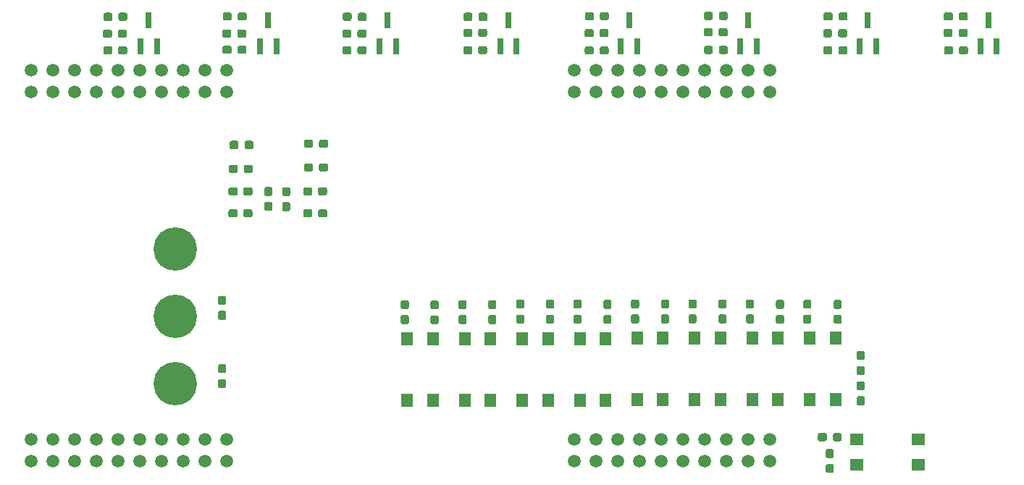
<source format=gbr>
G04 #@! TF.GenerationSoftware,KiCad,Pcbnew,5.1.5-52549c5~84~ubuntu18.04.1*
G04 #@! TF.CreationDate,2019-12-14T15:24:26-06:00*
G04 #@! TF.ProjectId,Gimbal_Board,47696d62-616c-45f4-926f-6172642e6b69,rev?*
G04 #@! TF.SameCoordinates,Original*
G04 #@! TF.FileFunction,Paste,Top*
G04 #@! TF.FilePolarity,Positive*
%FSLAX46Y46*%
G04 Gerber Fmt 4.6, Leading zero omitted, Abs format (unit mm)*
G04 Created by KiCad (PCBNEW 5.1.5-52549c5~84~ubuntu18.04.1) date 2019-12-14 15:24:26*
%MOMM*%
%LPD*%
G04 APERTURE LIST*
%ADD10C,1.520000*%
%ADD11C,0.100000*%
%ADD12R,0.800000X1.900000*%
%ADD13R,1.600000X1.400000*%
%ADD14R,1.400000X1.600000*%
%ADD15C,5.080000*%
G04 APERTURE END LIST*
D10*
X91440000Y-60960000D03*
X88900000Y-60960000D03*
X86360000Y-60960000D03*
X83820000Y-60960000D03*
X81280000Y-60960000D03*
X78740000Y-60960000D03*
X76200000Y-60960000D03*
X73660000Y-60960000D03*
X71120000Y-60960000D03*
X68580000Y-60960000D03*
X91440000Y-63500000D03*
X88900000Y-63500000D03*
X86360000Y-63500000D03*
X83820000Y-63500000D03*
X81280000Y-63500000D03*
X78740000Y-63500000D03*
X76200000Y-63500000D03*
X73660000Y-63500000D03*
X71120000Y-63500000D03*
X68580000Y-63500000D03*
X91440000Y-106680000D03*
X88900000Y-106680000D03*
X86360000Y-106680000D03*
X83820000Y-106680000D03*
X81280000Y-106680000D03*
X78740000Y-106680000D03*
X76200000Y-106680000D03*
X73660000Y-106680000D03*
X71120000Y-106680000D03*
X68580000Y-106680000D03*
X91440000Y-104140000D03*
X88900000Y-104140000D03*
X86360000Y-104140000D03*
X83820000Y-104140000D03*
X81280000Y-104140000D03*
X78740000Y-104140000D03*
X76200000Y-104140000D03*
X73660000Y-104140000D03*
X71120000Y-104140000D03*
X68580000Y-104140000D03*
X137160000Y-60960000D03*
X134620000Y-60960000D03*
X132080000Y-60960000D03*
X154940000Y-63500000D03*
X152400000Y-63500000D03*
X149860000Y-63500000D03*
X147320000Y-63500000D03*
X144780000Y-63500000D03*
X142240000Y-63500000D03*
X139700000Y-63500000D03*
X137160000Y-63500000D03*
X134620000Y-63500000D03*
X132080000Y-63500000D03*
X154940000Y-106680000D03*
X149860000Y-106680000D03*
X144780000Y-106680000D03*
X142240000Y-106680000D03*
X139700000Y-106680000D03*
X137160000Y-106680000D03*
X134620000Y-106680000D03*
X154940000Y-104140000D03*
X149860000Y-104140000D03*
X139700000Y-104140000D03*
X137160000Y-104140000D03*
X134620000Y-104140000D03*
X132080000Y-104140000D03*
X144780000Y-104140000D03*
X147320000Y-104140000D03*
X152400000Y-106680000D03*
X139700000Y-60960000D03*
X142240000Y-60960000D03*
X152400000Y-104140000D03*
X147320000Y-106680000D03*
X149860000Y-60960000D03*
X147320000Y-60960000D03*
X142240000Y-104140000D03*
X144780000Y-60960000D03*
X152400000Y-60960000D03*
X154940000Y-60960000D03*
X132080000Y-106680000D03*
D11*
G36*
X148101979Y-54161544D02*
G01*
X148125034Y-54164963D01*
X148147643Y-54170627D01*
X148169587Y-54178479D01*
X148190657Y-54188444D01*
X148210648Y-54200426D01*
X148229368Y-54214310D01*
X148246638Y-54229962D01*
X148262290Y-54247232D01*
X148276174Y-54265952D01*
X148288156Y-54285943D01*
X148298121Y-54307013D01*
X148305973Y-54328957D01*
X148311637Y-54351566D01*
X148315056Y-54374621D01*
X148316200Y-54397900D01*
X148316200Y-54872900D01*
X148315056Y-54896179D01*
X148311637Y-54919234D01*
X148305973Y-54941843D01*
X148298121Y-54963787D01*
X148288156Y-54984857D01*
X148276174Y-55004848D01*
X148262290Y-55023568D01*
X148246638Y-55040838D01*
X148229368Y-55056490D01*
X148210648Y-55070374D01*
X148190657Y-55082356D01*
X148169587Y-55092321D01*
X148147643Y-55100173D01*
X148125034Y-55105837D01*
X148101979Y-55109256D01*
X148078700Y-55110400D01*
X147503700Y-55110400D01*
X147480421Y-55109256D01*
X147457366Y-55105837D01*
X147434757Y-55100173D01*
X147412813Y-55092321D01*
X147391743Y-55082356D01*
X147371752Y-55070374D01*
X147353032Y-55056490D01*
X147335762Y-55040838D01*
X147320110Y-55023568D01*
X147306226Y-55004848D01*
X147294244Y-54984857D01*
X147284279Y-54963787D01*
X147276427Y-54941843D01*
X147270763Y-54919234D01*
X147267344Y-54896179D01*
X147266200Y-54872900D01*
X147266200Y-54397900D01*
X147267344Y-54374621D01*
X147270763Y-54351566D01*
X147276427Y-54328957D01*
X147284279Y-54307013D01*
X147294244Y-54285943D01*
X147306226Y-54265952D01*
X147320110Y-54247232D01*
X147335762Y-54229962D01*
X147353032Y-54214310D01*
X147371752Y-54200426D01*
X147391743Y-54188444D01*
X147412813Y-54178479D01*
X147434757Y-54170627D01*
X147457366Y-54164963D01*
X147480421Y-54161544D01*
X147503700Y-54160400D01*
X148078700Y-54160400D01*
X148101979Y-54161544D01*
G37*
G36*
X149851979Y-54161544D02*
G01*
X149875034Y-54164963D01*
X149897643Y-54170627D01*
X149919587Y-54178479D01*
X149940657Y-54188444D01*
X149960648Y-54200426D01*
X149979368Y-54214310D01*
X149996638Y-54229962D01*
X150012290Y-54247232D01*
X150026174Y-54265952D01*
X150038156Y-54285943D01*
X150048121Y-54307013D01*
X150055973Y-54328957D01*
X150061637Y-54351566D01*
X150065056Y-54374621D01*
X150066200Y-54397900D01*
X150066200Y-54872900D01*
X150065056Y-54896179D01*
X150061637Y-54919234D01*
X150055973Y-54941843D01*
X150048121Y-54963787D01*
X150038156Y-54984857D01*
X150026174Y-55004848D01*
X150012290Y-55023568D01*
X149996638Y-55040838D01*
X149979368Y-55056490D01*
X149960648Y-55070374D01*
X149940657Y-55082356D01*
X149919587Y-55092321D01*
X149897643Y-55100173D01*
X149875034Y-55105837D01*
X149851979Y-55109256D01*
X149828700Y-55110400D01*
X149253700Y-55110400D01*
X149230421Y-55109256D01*
X149207366Y-55105837D01*
X149184757Y-55100173D01*
X149162813Y-55092321D01*
X149141743Y-55082356D01*
X149121752Y-55070374D01*
X149103032Y-55056490D01*
X149085762Y-55040838D01*
X149070110Y-55023568D01*
X149056226Y-55004848D01*
X149044244Y-54984857D01*
X149034279Y-54963787D01*
X149026427Y-54941843D01*
X149020763Y-54919234D01*
X149017344Y-54896179D01*
X149016200Y-54872900D01*
X149016200Y-54397900D01*
X149017344Y-54374621D01*
X149020763Y-54351566D01*
X149026427Y-54328957D01*
X149034279Y-54307013D01*
X149044244Y-54285943D01*
X149056226Y-54265952D01*
X149070110Y-54247232D01*
X149085762Y-54229962D01*
X149103032Y-54214310D01*
X149121752Y-54200426D01*
X149141743Y-54188444D01*
X149162813Y-54178479D01*
X149184757Y-54170627D01*
X149207366Y-54164963D01*
X149230421Y-54161544D01*
X149253700Y-54160400D01*
X149828700Y-54160400D01*
X149851979Y-54161544D01*
G37*
G36*
X135932779Y-54199644D02*
G01*
X135955834Y-54203063D01*
X135978443Y-54208727D01*
X136000387Y-54216579D01*
X136021457Y-54226544D01*
X136041448Y-54238526D01*
X136060168Y-54252410D01*
X136077438Y-54268062D01*
X136093090Y-54285332D01*
X136106974Y-54304052D01*
X136118956Y-54324043D01*
X136128921Y-54345113D01*
X136136773Y-54367057D01*
X136142437Y-54389666D01*
X136145856Y-54412721D01*
X136147000Y-54436000D01*
X136147000Y-54911000D01*
X136145856Y-54934279D01*
X136142437Y-54957334D01*
X136136773Y-54979943D01*
X136128921Y-55001887D01*
X136118956Y-55022957D01*
X136106974Y-55042948D01*
X136093090Y-55061668D01*
X136077438Y-55078938D01*
X136060168Y-55094590D01*
X136041448Y-55108474D01*
X136021457Y-55120456D01*
X136000387Y-55130421D01*
X135978443Y-55138273D01*
X135955834Y-55143937D01*
X135932779Y-55147356D01*
X135909500Y-55148500D01*
X135334500Y-55148500D01*
X135311221Y-55147356D01*
X135288166Y-55143937D01*
X135265557Y-55138273D01*
X135243613Y-55130421D01*
X135222543Y-55120456D01*
X135202552Y-55108474D01*
X135183832Y-55094590D01*
X135166562Y-55078938D01*
X135150910Y-55061668D01*
X135137026Y-55042948D01*
X135125044Y-55022957D01*
X135115079Y-55001887D01*
X135107227Y-54979943D01*
X135101563Y-54957334D01*
X135098144Y-54934279D01*
X135097000Y-54911000D01*
X135097000Y-54436000D01*
X135098144Y-54412721D01*
X135101563Y-54389666D01*
X135107227Y-54367057D01*
X135115079Y-54345113D01*
X135125044Y-54324043D01*
X135137026Y-54304052D01*
X135150910Y-54285332D01*
X135166562Y-54268062D01*
X135183832Y-54252410D01*
X135202552Y-54238526D01*
X135222543Y-54226544D01*
X135243613Y-54216579D01*
X135265557Y-54208727D01*
X135288166Y-54203063D01*
X135311221Y-54199644D01*
X135334500Y-54198500D01*
X135909500Y-54198500D01*
X135932779Y-54199644D01*
G37*
G36*
X134182779Y-54199644D02*
G01*
X134205834Y-54203063D01*
X134228443Y-54208727D01*
X134250387Y-54216579D01*
X134271457Y-54226544D01*
X134291448Y-54238526D01*
X134310168Y-54252410D01*
X134327438Y-54268062D01*
X134343090Y-54285332D01*
X134356974Y-54304052D01*
X134368956Y-54324043D01*
X134378921Y-54345113D01*
X134386773Y-54367057D01*
X134392437Y-54389666D01*
X134395856Y-54412721D01*
X134397000Y-54436000D01*
X134397000Y-54911000D01*
X134395856Y-54934279D01*
X134392437Y-54957334D01*
X134386773Y-54979943D01*
X134378921Y-55001887D01*
X134368956Y-55022957D01*
X134356974Y-55042948D01*
X134343090Y-55061668D01*
X134327438Y-55078938D01*
X134310168Y-55094590D01*
X134291448Y-55108474D01*
X134271457Y-55120456D01*
X134250387Y-55130421D01*
X134228443Y-55138273D01*
X134205834Y-55143937D01*
X134182779Y-55147356D01*
X134159500Y-55148500D01*
X133584500Y-55148500D01*
X133561221Y-55147356D01*
X133538166Y-55143937D01*
X133515557Y-55138273D01*
X133493613Y-55130421D01*
X133472543Y-55120456D01*
X133452552Y-55108474D01*
X133433832Y-55094590D01*
X133416562Y-55078938D01*
X133400910Y-55061668D01*
X133387026Y-55042948D01*
X133375044Y-55022957D01*
X133365079Y-55001887D01*
X133357227Y-54979943D01*
X133351563Y-54957334D01*
X133348144Y-54934279D01*
X133347000Y-54911000D01*
X133347000Y-54436000D01*
X133348144Y-54412721D01*
X133351563Y-54389666D01*
X133357227Y-54367057D01*
X133365079Y-54345113D01*
X133375044Y-54324043D01*
X133387026Y-54304052D01*
X133400910Y-54285332D01*
X133416562Y-54268062D01*
X133433832Y-54252410D01*
X133452552Y-54238526D01*
X133472543Y-54226544D01*
X133493613Y-54216579D01*
X133515557Y-54208727D01*
X133538166Y-54203063D01*
X133561221Y-54199644D01*
X133584500Y-54198500D01*
X134159500Y-54198500D01*
X134182779Y-54199644D01*
G37*
G36*
X149851979Y-58149344D02*
G01*
X149875034Y-58152763D01*
X149897643Y-58158427D01*
X149919587Y-58166279D01*
X149940657Y-58176244D01*
X149960648Y-58188226D01*
X149979368Y-58202110D01*
X149996638Y-58217762D01*
X150012290Y-58235032D01*
X150026174Y-58253752D01*
X150038156Y-58273743D01*
X150048121Y-58294813D01*
X150055973Y-58316757D01*
X150061637Y-58339366D01*
X150065056Y-58362421D01*
X150066200Y-58385700D01*
X150066200Y-58860700D01*
X150065056Y-58883979D01*
X150061637Y-58907034D01*
X150055973Y-58929643D01*
X150048121Y-58951587D01*
X150038156Y-58972657D01*
X150026174Y-58992648D01*
X150012290Y-59011368D01*
X149996638Y-59028638D01*
X149979368Y-59044290D01*
X149960648Y-59058174D01*
X149940657Y-59070156D01*
X149919587Y-59080121D01*
X149897643Y-59087973D01*
X149875034Y-59093637D01*
X149851979Y-59097056D01*
X149828700Y-59098200D01*
X149253700Y-59098200D01*
X149230421Y-59097056D01*
X149207366Y-59093637D01*
X149184757Y-59087973D01*
X149162813Y-59080121D01*
X149141743Y-59070156D01*
X149121752Y-59058174D01*
X149103032Y-59044290D01*
X149085762Y-59028638D01*
X149070110Y-59011368D01*
X149056226Y-58992648D01*
X149044244Y-58972657D01*
X149034279Y-58951587D01*
X149026427Y-58929643D01*
X149020763Y-58907034D01*
X149017344Y-58883979D01*
X149016200Y-58860700D01*
X149016200Y-58385700D01*
X149017344Y-58362421D01*
X149020763Y-58339366D01*
X149026427Y-58316757D01*
X149034279Y-58294813D01*
X149044244Y-58273743D01*
X149056226Y-58253752D01*
X149070110Y-58235032D01*
X149085762Y-58217762D01*
X149103032Y-58202110D01*
X149121752Y-58188226D01*
X149141743Y-58176244D01*
X149162813Y-58166279D01*
X149184757Y-58158427D01*
X149207366Y-58152763D01*
X149230421Y-58149344D01*
X149253700Y-58148200D01*
X149828700Y-58148200D01*
X149851979Y-58149344D01*
G37*
G36*
X148101979Y-58149344D02*
G01*
X148125034Y-58152763D01*
X148147643Y-58158427D01*
X148169587Y-58166279D01*
X148190657Y-58176244D01*
X148210648Y-58188226D01*
X148229368Y-58202110D01*
X148246638Y-58217762D01*
X148262290Y-58235032D01*
X148276174Y-58253752D01*
X148288156Y-58273743D01*
X148298121Y-58294813D01*
X148305973Y-58316757D01*
X148311637Y-58339366D01*
X148315056Y-58362421D01*
X148316200Y-58385700D01*
X148316200Y-58860700D01*
X148315056Y-58883979D01*
X148311637Y-58907034D01*
X148305973Y-58929643D01*
X148298121Y-58951587D01*
X148288156Y-58972657D01*
X148276174Y-58992648D01*
X148262290Y-59011368D01*
X148246638Y-59028638D01*
X148229368Y-59044290D01*
X148210648Y-59058174D01*
X148190657Y-59070156D01*
X148169587Y-59080121D01*
X148147643Y-59087973D01*
X148125034Y-59093637D01*
X148101979Y-59097056D01*
X148078700Y-59098200D01*
X147503700Y-59098200D01*
X147480421Y-59097056D01*
X147457366Y-59093637D01*
X147434757Y-59087973D01*
X147412813Y-59080121D01*
X147391743Y-59070156D01*
X147371752Y-59058174D01*
X147353032Y-59044290D01*
X147335762Y-59028638D01*
X147320110Y-59011368D01*
X147306226Y-58992648D01*
X147294244Y-58972657D01*
X147284279Y-58951587D01*
X147276427Y-58929643D01*
X147270763Y-58907034D01*
X147267344Y-58883979D01*
X147266200Y-58860700D01*
X147266200Y-58385700D01*
X147267344Y-58362421D01*
X147270763Y-58339366D01*
X147276427Y-58316757D01*
X147284279Y-58294813D01*
X147294244Y-58273743D01*
X147306226Y-58253752D01*
X147320110Y-58235032D01*
X147335762Y-58217762D01*
X147353032Y-58202110D01*
X147371752Y-58188226D01*
X147391743Y-58176244D01*
X147412813Y-58166279D01*
X147434757Y-58158427D01*
X147457366Y-58152763D01*
X147480421Y-58149344D01*
X147503700Y-58148200D01*
X148078700Y-58148200D01*
X148101979Y-58149344D01*
G37*
D12*
X151516000Y-58166000D03*
X153416000Y-58166000D03*
X152466000Y-55166000D03*
D11*
G36*
X148076579Y-56066544D02*
G01*
X148099634Y-56069963D01*
X148122243Y-56075627D01*
X148144187Y-56083479D01*
X148165257Y-56093444D01*
X148185248Y-56105426D01*
X148203968Y-56119310D01*
X148221238Y-56134962D01*
X148236890Y-56152232D01*
X148250774Y-56170952D01*
X148262756Y-56190943D01*
X148272721Y-56212013D01*
X148280573Y-56233957D01*
X148286237Y-56256566D01*
X148289656Y-56279621D01*
X148290800Y-56302900D01*
X148290800Y-56777900D01*
X148289656Y-56801179D01*
X148286237Y-56824234D01*
X148280573Y-56846843D01*
X148272721Y-56868787D01*
X148262756Y-56889857D01*
X148250774Y-56909848D01*
X148236890Y-56928568D01*
X148221238Y-56945838D01*
X148203968Y-56961490D01*
X148185248Y-56975374D01*
X148165257Y-56987356D01*
X148144187Y-56997321D01*
X148122243Y-57005173D01*
X148099634Y-57010837D01*
X148076579Y-57014256D01*
X148053300Y-57015400D01*
X147478300Y-57015400D01*
X147455021Y-57014256D01*
X147431966Y-57010837D01*
X147409357Y-57005173D01*
X147387413Y-56997321D01*
X147366343Y-56987356D01*
X147346352Y-56975374D01*
X147327632Y-56961490D01*
X147310362Y-56945838D01*
X147294710Y-56928568D01*
X147280826Y-56909848D01*
X147268844Y-56889857D01*
X147258879Y-56868787D01*
X147251027Y-56846843D01*
X147245363Y-56824234D01*
X147241944Y-56801179D01*
X147240800Y-56777900D01*
X147240800Y-56302900D01*
X147241944Y-56279621D01*
X147245363Y-56256566D01*
X147251027Y-56233957D01*
X147258879Y-56212013D01*
X147268844Y-56190943D01*
X147280826Y-56170952D01*
X147294710Y-56152232D01*
X147310362Y-56134962D01*
X147327632Y-56119310D01*
X147346352Y-56105426D01*
X147366343Y-56093444D01*
X147387413Y-56083479D01*
X147409357Y-56075627D01*
X147431966Y-56069963D01*
X147455021Y-56066544D01*
X147478300Y-56065400D01*
X148053300Y-56065400D01*
X148076579Y-56066544D01*
G37*
G36*
X149826579Y-56066544D02*
G01*
X149849634Y-56069963D01*
X149872243Y-56075627D01*
X149894187Y-56083479D01*
X149915257Y-56093444D01*
X149935248Y-56105426D01*
X149953968Y-56119310D01*
X149971238Y-56134962D01*
X149986890Y-56152232D01*
X150000774Y-56170952D01*
X150012756Y-56190943D01*
X150022721Y-56212013D01*
X150030573Y-56233957D01*
X150036237Y-56256566D01*
X150039656Y-56279621D01*
X150040800Y-56302900D01*
X150040800Y-56777900D01*
X150039656Y-56801179D01*
X150036237Y-56824234D01*
X150030573Y-56846843D01*
X150022721Y-56868787D01*
X150012756Y-56889857D01*
X150000774Y-56909848D01*
X149986890Y-56928568D01*
X149971238Y-56945838D01*
X149953968Y-56961490D01*
X149935248Y-56975374D01*
X149915257Y-56987356D01*
X149894187Y-56997321D01*
X149872243Y-57005173D01*
X149849634Y-57010837D01*
X149826579Y-57014256D01*
X149803300Y-57015400D01*
X149228300Y-57015400D01*
X149205021Y-57014256D01*
X149181966Y-57010837D01*
X149159357Y-57005173D01*
X149137413Y-56997321D01*
X149116343Y-56987356D01*
X149096352Y-56975374D01*
X149077632Y-56961490D01*
X149060362Y-56945838D01*
X149044710Y-56928568D01*
X149030826Y-56909848D01*
X149018844Y-56889857D01*
X149008879Y-56868787D01*
X149001027Y-56846843D01*
X148995363Y-56824234D01*
X148991944Y-56801179D01*
X148990800Y-56777900D01*
X148990800Y-56302900D01*
X148991944Y-56279621D01*
X148995363Y-56256566D01*
X149001027Y-56233957D01*
X149008879Y-56212013D01*
X149018844Y-56190943D01*
X149030826Y-56170952D01*
X149044710Y-56152232D01*
X149060362Y-56134962D01*
X149077632Y-56119310D01*
X149096352Y-56105426D01*
X149116343Y-56093444D01*
X149137413Y-56083479D01*
X149159357Y-56075627D01*
X149181966Y-56069963D01*
X149205021Y-56066544D01*
X149228300Y-56065400D01*
X149803300Y-56065400D01*
X149826579Y-56066544D01*
G37*
D12*
X137558700Y-58166000D03*
X139458700Y-58166000D03*
X138508700Y-55166000D03*
X179583000Y-58166000D03*
X181483000Y-58166000D03*
X180533000Y-55166000D03*
X165486000Y-58166000D03*
X167386000Y-58166000D03*
X166436000Y-55166000D03*
X123449000Y-58166000D03*
X125349000Y-58166000D03*
X124399000Y-55166000D03*
X109352000Y-58166000D03*
X111252000Y-58166000D03*
X110302000Y-55166000D03*
X95382000Y-58166000D03*
X97282000Y-58166000D03*
X96332000Y-55166000D03*
X81407000Y-58166000D03*
X83307000Y-58166000D03*
X82357000Y-55166000D03*
D13*
X172300000Y-104140000D03*
X165100000Y-104140000D03*
X172300000Y-107140000D03*
X165100000Y-107140000D03*
D14*
X159639000Y-92329000D03*
X159639000Y-99529000D03*
X162639000Y-92329000D03*
X162639000Y-99529000D03*
X152908000Y-92329000D03*
X152908000Y-99529000D03*
X155908000Y-92329000D03*
X155908000Y-99529000D03*
X146177000Y-92329000D03*
X146177000Y-99529000D03*
X149177000Y-92329000D03*
X149177000Y-99529000D03*
X139446000Y-92329000D03*
X139446000Y-99529000D03*
X142446000Y-92329000D03*
X142446000Y-99529000D03*
X132763000Y-92368000D03*
X132763000Y-99568000D03*
X135763000Y-92368000D03*
X135763000Y-99568000D03*
X126032000Y-92368000D03*
X126032000Y-99568000D03*
X129032000Y-92368000D03*
X129032000Y-99568000D03*
X119301000Y-92368000D03*
X119301000Y-99568000D03*
X122301000Y-92368000D03*
X122301000Y-99568000D03*
X112570000Y-92368000D03*
X112570000Y-99568000D03*
X115570000Y-92368000D03*
X115570000Y-99568000D03*
D11*
G36*
X165868779Y-93837144D02*
G01*
X165891834Y-93840563D01*
X165914443Y-93846227D01*
X165936387Y-93854079D01*
X165957457Y-93864044D01*
X165977448Y-93876026D01*
X165996168Y-93889910D01*
X166013438Y-93905562D01*
X166029090Y-93922832D01*
X166042974Y-93941552D01*
X166054956Y-93961543D01*
X166064921Y-93982613D01*
X166072773Y-94004557D01*
X166078437Y-94027166D01*
X166081856Y-94050221D01*
X166083000Y-94073500D01*
X166083000Y-94648500D01*
X166081856Y-94671779D01*
X166078437Y-94694834D01*
X166072773Y-94717443D01*
X166064921Y-94739387D01*
X166054956Y-94760457D01*
X166042974Y-94780448D01*
X166029090Y-94799168D01*
X166013438Y-94816438D01*
X165996168Y-94832090D01*
X165977448Y-94845974D01*
X165957457Y-94857956D01*
X165936387Y-94867921D01*
X165914443Y-94875773D01*
X165891834Y-94881437D01*
X165868779Y-94884856D01*
X165845500Y-94886000D01*
X165370500Y-94886000D01*
X165347221Y-94884856D01*
X165324166Y-94881437D01*
X165301557Y-94875773D01*
X165279613Y-94867921D01*
X165258543Y-94857956D01*
X165238552Y-94845974D01*
X165219832Y-94832090D01*
X165202562Y-94816438D01*
X165186910Y-94799168D01*
X165173026Y-94780448D01*
X165161044Y-94760457D01*
X165151079Y-94739387D01*
X165143227Y-94717443D01*
X165137563Y-94694834D01*
X165134144Y-94671779D01*
X165133000Y-94648500D01*
X165133000Y-94073500D01*
X165134144Y-94050221D01*
X165137563Y-94027166D01*
X165143227Y-94004557D01*
X165151079Y-93982613D01*
X165161044Y-93961543D01*
X165173026Y-93941552D01*
X165186910Y-93922832D01*
X165202562Y-93905562D01*
X165219832Y-93889910D01*
X165238552Y-93876026D01*
X165258543Y-93864044D01*
X165279613Y-93854079D01*
X165301557Y-93846227D01*
X165324166Y-93840563D01*
X165347221Y-93837144D01*
X165370500Y-93836000D01*
X165845500Y-93836000D01*
X165868779Y-93837144D01*
G37*
G36*
X165868779Y-95587144D02*
G01*
X165891834Y-95590563D01*
X165914443Y-95596227D01*
X165936387Y-95604079D01*
X165957457Y-95614044D01*
X165977448Y-95626026D01*
X165996168Y-95639910D01*
X166013438Y-95655562D01*
X166029090Y-95672832D01*
X166042974Y-95691552D01*
X166054956Y-95711543D01*
X166064921Y-95732613D01*
X166072773Y-95754557D01*
X166078437Y-95777166D01*
X166081856Y-95800221D01*
X166083000Y-95823500D01*
X166083000Y-96398500D01*
X166081856Y-96421779D01*
X166078437Y-96444834D01*
X166072773Y-96467443D01*
X166064921Y-96489387D01*
X166054956Y-96510457D01*
X166042974Y-96530448D01*
X166029090Y-96549168D01*
X166013438Y-96566438D01*
X165996168Y-96582090D01*
X165977448Y-96595974D01*
X165957457Y-96607956D01*
X165936387Y-96617921D01*
X165914443Y-96625773D01*
X165891834Y-96631437D01*
X165868779Y-96634856D01*
X165845500Y-96636000D01*
X165370500Y-96636000D01*
X165347221Y-96634856D01*
X165324166Y-96631437D01*
X165301557Y-96625773D01*
X165279613Y-96617921D01*
X165258543Y-96607956D01*
X165238552Y-96595974D01*
X165219832Y-96582090D01*
X165202562Y-96566438D01*
X165186910Y-96549168D01*
X165173026Y-96530448D01*
X165161044Y-96510457D01*
X165151079Y-96489387D01*
X165143227Y-96467443D01*
X165137563Y-96444834D01*
X165134144Y-96421779D01*
X165133000Y-96398500D01*
X165133000Y-95823500D01*
X165134144Y-95800221D01*
X165137563Y-95777166D01*
X165143227Y-95754557D01*
X165151079Y-95732613D01*
X165161044Y-95711543D01*
X165173026Y-95691552D01*
X165186910Y-95672832D01*
X165202562Y-95655562D01*
X165219832Y-95639910D01*
X165238552Y-95626026D01*
X165258543Y-95614044D01*
X165279613Y-95604079D01*
X165301557Y-95596227D01*
X165324166Y-95590563D01*
X165347221Y-95587144D01*
X165370500Y-95586000D01*
X165845500Y-95586000D01*
X165868779Y-95587144D01*
G37*
G36*
X162236579Y-107056544D02*
G01*
X162259634Y-107059963D01*
X162282243Y-107065627D01*
X162304187Y-107073479D01*
X162325257Y-107083444D01*
X162345248Y-107095426D01*
X162363968Y-107109310D01*
X162381238Y-107124962D01*
X162396890Y-107142232D01*
X162410774Y-107160952D01*
X162422756Y-107180943D01*
X162432721Y-107202013D01*
X162440573Y-107223957D01*
X162446237Y-107246566D01*
X162449656Y-107269621D01*
X162450800Y-107292900D01*
X162450800Y-107867900D01*
X162449656Y-107891179D01*
X162446237Y-107914234D01*
X162440573Y-107936843D01*
X162432721Y-107958787D01*
X162422756Y-107979857D01*
X162410774Y-107999848D01*
X162396890Y-108018568D01*
X162381238Y-108035838D01*
X162363968Y-108051490D01*
X162345248Y-108065374D01*
X162325257Y-108077356D01*
X162304187Y-108087321D01*
X162282243Y-108095173D01*
X162259634Y-108100837D01*
X162236579Y-108104256D01*
X162213300Y-108105400D01*
X161738300Y-108105400D01*
X161715021Y-108104256D01*
X161691966Y-108100837D01*
X161669357Y-108095173D01*
X161647413Y-108087321D01*
X161626343Y-108077356D01*
X161606352Y-108065374D01*
X161587632Y-108051490D01*
X161570362Y-108035838D01*
X161554710Y-108018568D01*
X161540826Y-107999848D01*
X161528844Y-107979857D01*
X161518879Y-107958787D01*
X161511027Y-107936843D01*
X161505363Y-107914234D01*
X161501944Y-107891179D01*
X161500800Y-107867900D01*
X161500800Y-107292900D01*
X161501944Y-107269621D01*
X161505363Y-107246566D01*
X161511027Y-107223957D01*
X161518879Y-107202013D01*
X161528844Y-107180943D01*
X161540826Y-107160952D01*
X161554710Y-107142232D01*
X161570362Y-107124962D01*
X161587632Y-107109310D01*
X161606352Y-107095426D01*
X161626343Y-107083444D01*
X161647413Y-107073479D01*
X161669357Y-107065627D01*
X161691966Y-107059963D01*
X161715021Y-107056544D01*
X161738300Y-107055400D01*
X162213300Y-107055400D01*
X162236579Y-107056544D01*
G37*
G36*
X162236579Y-105306544D02*
G01*
X162259634Y-105309963D01*
X162282243Y-105315627D01*
X162304187Y-105323479D01*
X162325257Y-105333444D01*
X162345248Y-105345426D01*
X162363968Y-105359310D01*
X162381238Y-105374962D01*
X162396890Y-105392232D01*
X162410774Y-105410952D01*
X162422756Y-105430943D01*
X162432721Y-105452013D01*
X162440573Y-105473957D01*
X162446237Y-105496566D01*
X162449656Y-105519621D01*
X162450800Y-105542900D01*
X162450800Y-106117900D01*
X162449656Y-106141179D01*
X162446237Y-106164234D01*
X162440573Y-106186843D01*
X162432721Y-106208787D01*
X162422756Y-106229857D01*
X162410774Y-106249848D01*
X162396890Y-106268568D01*
X162381238Y-106285838D01*
X162363968Y-106301490D01*
X162345248Y-106315374D01*
X162325257Y-106327356D01*
X162304187Y-106337321D01*
X162282243Y-106345173D01*
X162259634Y-106350837D01*
X162236579Y-106354256D01*
X162213300Y-106355400D01*
X161738300Y-106355400D01*
X161715021Y-106354256D01*
X161691966Y-106350837D01*
X161669357Y-106345173D01*
X161647413Y-106337321D01*
X161626343Y-106327356D01*
X161606352Y-106315374D01*
X161587632Y-106301490D01*
X161570362Y-106285838D01*
X161554710Y-106268568D01*
X161540826Y-106249848D01*
X161528844Y-106229857D01*
X161518879Y-106208787D01*
X161511027Y-106186843D01*
X161505363Y-106164234D01*
X161501944Y-106141179D01*
X161500800Y-106117900D01*
X161500800Y-105542900D01*
X161501944Y-105519621D01*
X161505363Y-105496566D01*
X161511027Y-105473957D01*
X161518879Y-105452013D01*
X161528844Y-105430943D01*
X161540826Y-105410952D01*
X161554710Y-105392232D01*
X161570362Y-105374962D01*
X161587632Y-105359310D01*
X161606352Y-105345426D01*
X161626343Y-105333444D01*
X161647413Y-105323479D01*
X161669357Y-105315627D01*
X161691966Y-105309963D01*
X161715021Y-105306544D01*
X161738300Y-105305400D01*
X162213300Y-105305400D01*
X162236579Y-105306544D01*
G37*
G36*
X163150979Y-89606744D02*
G01*
X163174034Y-89610163D01*
X163196643Y-89615827D01*
X163218587Y-89623679D01*
X163239657Y-89633644D01*
X163259648Y-89645626D01*
X163278368Y-89659510D01*
X163295638Y-89675162D01*
X163311290Y-89692432D01*
X163325174Y-89711152D01*
X163337156Y-89731143D01*
X163347121Y-89752213D01*
X163354973Y-89774157D01*
X163360637Y-89796766D01*
X163364056Y-89819821D01*
X163365200Y-89843100D01*
X163365200Y-90418100D01*
X163364056Y-90441379D01*
X163360637Y-90464434D01*
X163354973Y-90487043D01*
X163347121Y-90508987D01*
X163337156Y-90530057D01*
X163325174Y-90550048D01*
X163311290Y-90568768D01*
X163295638Y-90586038D01*
X163278368Y-90601690D01*
X163259648Y-90615574D01*
X163239657Y-90627556D01*
X163218587Y-90637521D01*
X163196643Y-90645373D01*
X163174034Y-90651037D01*
X163150979Y-90654456D01*
X163127700Y-90655600D01*
X162652700Y-90655600D01*
X162629421Y-90654456D01*
X162606366Y-90651037D01*
X162583757Y-90645373D01*
X162561813Y-90637521D01*
X162540743Y-90627556D01*
X162520752Y-90615574D01*
X162502032Y-90601690D01*
X162484762Y-90586038D01*
X162469110Y-90568768D01*
X162455226Y-90550048D01*
X162443244Y-90530057D01*
X162433279Y-90508987D01*
X162425427Y-90487043D01*
X162419763Y-90464434D01*
X162416344Y-90441379D01*
X162415200Y-90418100D01*
X162415200Y-89843100D01*
X162416344Y-89819821D01*
X162419763Y-89796766D01*
X162425427Y-89774157D01*
X162433279Y-89752213D01*
X162443244Y-89731143D01*
X162455226Y-89711152D01*
X162469110Y-89692432D01*
X162484762Y-89675162D01*
X162502032Y-89659510D01*
X162520752Y-89645626D01*
X162540743Y-89633644D01*
X162561813Y-89623679D01*
X162583757Y-89615827D01*
X162606366Y-89610163D01*
X162629421Y-89606744D01*
X162652700Y-89605600D01*
X163127700Y-89605600D01*
X163150979Y-89606744D01*
G37*
G36*
X163150979Y-87856744D02*
G01*
X163174034Y-87860163D01*
X163196643Y-87865827D01*
X163218587Y-87873679D01*
X163239657Y-87883644D01*
X163259648Y-87895626D01*
X163278368Y-87909510D01*
X163295638Y-87925162D01*
X163311290Y-87942432D01*
X163325174Y-87961152D01*
X163337156Y-87981143D01*
X163347121Y-88002213D01*
X163354973Y-88024157D01*
X163360637Y-88046766D01*
X163364056Y-88069821D01*
X163365200Y-88093100D01*
X163365200Y-88668100D01*
X163364056Y-88691379D01*
X163360637Y-88714434D01*
X163354973Y-88737043D01*
X163347121Y-88758987D01*
X163337156Y-88780057D01*
X163325174Y-88800048D01*
X163311290Y-88818768D01*
X163295638Y-88836038D01*
X163278368Y-88851690D01*
X163259648Y-88865574D01*
X163239657Y-88877556D01*
X163218587Y-88887521D01*
X163196643Y-88895373D01*
X163174034Y-88901037D01*
X163150979Y-88904456D01*
X163127700Y-88905600D01*
X162652700Y-88905600D01*
X162629421Y-88904456D01*
X162606366Y-88901037D01*
X162583757Y-88895373D01*
X162561813Y-88887521D01*
X162540743Y-88877556D01*
X162520752Y-88865574D01*
X162502032Y-88851690D01*
X162484762Y-88836038D01*
X162469110Y-88818768D01*
X162455226Y-88800048D01*
X162443244Y-88780057D01*
X162433279Y-88758987D01*
X162425427Y-88737043D01*
X162419763Y-88714434D01*
X162416344Y-88691379D01*
X162415200Y-88668100D01*
X162415200Y-88093100D01*
X162416344Y-88069821D01*
X162419763Y-88046766D01*
X162425427Y-88024157D01*
X162433279Y-88002213D01*
X162443244Y-87981143D01*
X162455226Y-87961152D01*
X162469110Y-87942432D01*
X162484762Y-87925162D01*
X162502032Y-87909510D01*
X162520752Y-87895626D01*
X162540743Y-87883644D01*
X162561813Y-87873679D01*
X162583757Y-87865827D01*
X162606366Y-87860163D01*
X162629421Y-87856744D01*
X162652700Y-87855600D01*
X163127700Y-87855600D01*
X163150979Y-87856744D01*
G37*
G36*
X156419979Y-89606744D02*
G01*
X156443034Y-89610163D01*
X156465643Y-89615827D01*
X156487587Y-89623679D01*
X156508657Y-89633644D01*
X156528648Y-89645626D01*
X156547368Y-89659510D01*
X156564638Y-89675162D01*
X156580290Y-89692432D01*
X156594174Y-89711152D01*
X156606156Y-89731143D01*
X156616121Y-89752213D01*
X156623973Y-89774157D01*
X156629637Y-89796766D01*
X156633056Y-89819821D01*
X156634200Y-89843100D01*
X156634200Y-90418100D01*
X156633056Y-90441379D01*
X156629637Y-90464434D01*
X156623973Y-90487043D01*
X156616121Y-90508987D01*
X156606156Y-90530057D01*
X156594174Y-90550048D01*
X156580290Y-90568768D01*
X156564638Y-90586038D01*
X156547368Y-90601690D01*
X156528648Y-90615574D01*
X156508657Y-90627556D01*
X156487587Y-90637521D01*
X156465643Y-90645373D01*
X156443034Y-90651037D01*
X156419979Y-90654456D01*
X156396700Y-90655600D01*
X155921700Y-90655600D01*
X155898421Y-90654456D01*
X155875366Y-90651037D01*
X155852757Y-90645373D01*
X155830813Y-90637521D01*
X155809743Y-90627556D01*
X155789752Y-90615574D01*
X155771032Y-90601690D01*
X155753762Y-90586038D01*
X155738110Y-90568768D01*
X155724226Y-90550048D01*
X155712244Y-90530057D01*
X155702279Y-90508987D01*
X155694427Y-90487043D01*
X155688763Y-90464434D01*
X155685344Y-90441379D01*
X155684200Y-90418100D01*
X155684200Y-89843100D01*
X155685344Y-89819821D01*
X155688763Y-89796766D01*
X155694427Y-89774157D01*
X155702279Y-89752213D01*
X155712244Y-89731143D01*
X155724226Y-89711152D01*
X155738110Y-89692432D01*
X155753762Y-89675162D01*
X155771032Y-89659510D01*
X155789752Y-89645626D01*
X155809743Y-89633644D01*
X155830813Y-89623679D01*
X155852757Y-89615827D01*
X155875366Y-89610163D01*
X155898421Y-89606744D01*
X155921700Y-89605600D01*
X156396700Y-89605600D01*
X156419979Y-89606744D01*
G37*
G36*
X156419979Y-87856744D02*
G01*
X156443034Y-87860163D01*
X156465643Y-87865827D01*
X156487587Y-87873679D01*
X156508657Y-87883644D01*
X156528648Y-87895626D01*
X156547368Y-87909510D01*
X156564638Y-87925162D01*
X156580290Y-87942432D01*
X156594174Y-87961152D01*
X156606156Y-87981143D01*
X156616121Y-88002213D01*
X156623973Y-88024157D01*
X156629637Y-88046766D01*
X156633056Y-88069821D01*
X156634200Y-88093100D01*
X156634200Y-88668100D01*
X156633056Y-88691379D01*
X156629637Y-88714434D01*
X156623973Y-88737043D01*
X156616121Y-88758987D01*
X156606156Y-88780057D01*
X156594174Y-88800048D01*
X156580290Y-88818768D01*
X156564638Y-88836038D01*
X156547368Y-88851690D01*
X156528648Y-88865574D01*
X156508657Y-88877556D01*
X156487587Y-88887521D01*
X156465643Y-88895373D01*
X156443034Y-88901037D01*
X156419979Y-88904456D01*
X156396700Y-88905600D01*
X155921700Y-88905600D01*
X155898421Y-88904456D01*
X155875366Y-88901037D01*
X155852757Y-88895373D01*
X155830813Y-88887521D01*
X155809743Y-88877556D01*
X155789752Y-88865574D01*
X155771032Y-88851690D01*
X155753762Y-88836038D01*
X155738110Y-88818768D01*
X155724226Y-88800048D01*
X155712244Y-88780057D01*
X155702279Y-88758987D01*
X155694427Y-88737043D01*
X155688763Y-88714434D01*
X155685344Y-88691379D01*
X155684200Y-88668100D01*
X155684200Y-88093100D01*
X155685344Y-88069821D01*
X155688763Y-88046766D01*
X155694427Y-88024157D01*
X155702279Y-88002213D01*
X155712244Y-87981143D01*
X155724226Y-87961152D01*
X155738110Y-87942432D01*
X155753762Y-87925162D01*
X155771032Y-87909510D01*
X155789752Y-87895626D01*
X155809743Y-87883644D01*
X155830813Y-87873679D01*
X155852757Y-87865827D01*
X155875366Y-87860163D01*
X155898421Y-87856744D01*
X155921700Y-87855600D01*
X156396700Y-87855600D01*
X156419979Y-87856744D01*
G37*
G36*
X149714379Y-89555944D02*
G01*
X149737434Y-89559363D01*
X149760043Y-89565027D01*
X149781987Y-89572879D01*
X149803057Y-89582844D01*
X149823048Y-89594826D01*
X149841768Y-89608710D01*
X149859038Y-89624362D01*
X149874690Y-89641632D01*
X149888574Y-89660352D01*
X149900556Y-89680343D01*
X149910521Y-89701413D01*
X149918373Y-89723357D01*
X149924037Y-89745966D01*
X149927456Y-89769021D01*
X149928600Y-89792300D01*
X149928600Y-90367300D01*
X149927456Y-90390579D01*
X149924037Y-90413634D01*
X149918373Y-90436243D01*
X149910521Y-90458187D01*
X149900556Y-90479257D01*
X149888574Y-90499248D01*
X149874690Y-90517968D01*
X149859038Y-90535238D01*
X149841768Y-90550890D01*
X149823048Y-90564774D01*
X149803057Y-90576756D01*
X149781987Y-90586721D01*
X149760043Y-90594573D01*
X149737434Y-90600237D01*
X149714379Y-90603656D01*
X149691100Y-90604800D01*
X149216100Y-90604800D01*
X149192821Y-90603656D01*
X149169766Y-90600237D01*
X149147157Y-90594573D01*
X149125213Y-90586721D01*
X149104143Y-90576756D01*
X149084152Y-90564774D01*
X149065432Y-90550890D01*
X149048162Y-90535238D01*
X149032510Y-90517968D01*
X149018626Y-90499248D01*
X149006644Y-90479257D01*
X148996679Y-90458187D01*
X148988827Y-90436243D01*
X148983163Y-90413634D01*
X148979744Y-90390579D01*
X148978600Y-90367300D01*
X148978600Y-89792300D01*
X148979744Y-89769021D01*
X148983163Y-89745966D01*
X148988827Y-89723357D01*
X148996679Y-89701413D01*
X149006644Y-89680343D01*
X149018626Y-89660352D01*
X149032510Y-89641632D01*
X149048162Y-89624362D01*
X149065432Y-89608710D01*
X149084152Y-89594826D01*
X149104143Y-89582844D01*
X149125213Y-89572879D01*
X149147157Y-89565027D01*
X149169766Y-89559363D01*
X149192821Y-89555944D01*
X149216100Y-89554800D01*
X149691100Y-89554800D01*
X149714379Y-89555944D01*
G37*
G36*
X149714379Y-87805944D02*
G01*
X149737434Y-87809363D01*
X149760043Y-87815027D01*
X149781987Y-87822879D01*
X149803057Y-87832844D01*
X149823048Y-87844826D01*
X149841768Y-87858710D01*
X149859038Y-87874362D01*
X149874690Y-87891632D01*
X149888574Y-87910352D01*
X149900556Y-87930343D01*
X149910521Y-87951413D01*
X149918373Y-87973357D01*
X149924037Y-87995966D01*
X149927456Y-88019021D01*
X149928600Y-88042300D01*
X149928600Y-88617300D01*
X149927456Y-88640579D01*
X149924037Y-88663634D01*
X149918373Y-88686243D01*
X149910521Y-88708187D01*
X149900556Y-88729257D01*
X149888574Y-88749248D01*
X149874690Y-88767968D01*
X149859038Y-88785238D01*
X149841768Y-88800890D01*
X149823048Y-88814774D01*
X149803057Y-88826756D01*
X149781987Y-88836721D01*
X149760043Y-88844573D01*
X149737434Y-88850237D01*
X149714379Y-88853656D01*
X149691100Y-88854800D01*
X149216100Y-88854800D01*
X149192821Y-88853656D01*
X149169766Y-88850237D01*
X149147157Y-88844573D01*
X149125213Y-88836721D01*
X149104143Y-88826756D01*
X149084152Y-88814774D01*
X149065432Y-88800890D01*
X149048162Y-88785238D01*
X149032510Y-88767968D01*
X149018626Y-88749248D01*
X149006644Y-88729257D01*
X148996679Y-88708187D01*
X148988827Y-88686243D01*
X148983163Y-88663634D01*
X148979744Y-88640579D01*
X148978600Y-88617300D01*
X148978600Y-88042300D01*
X148979744Y-88019021D01*
X148983163Y-87995966D01*
X148988827Y-87973357D01*
X148996679Y-87951413D01*
X149006644Y-87930343D01*
X149018626Y-87910352D01*
X149032510Y-87891632D01*
X149048162Y-87874362D01*
X149065432Y-87858710D01*
X149084152Y-87844826D01*
X149104143Y-87832844D01*
X149125213Y-87822879D01*
X149147157Y-87815027D01*
X149169766Y-87809363D01*
X149192821Y-87805944D01*
X149216100Y-87804800D01*
X149691100Y-87804800D01*
X149714379Y-87805944D01*
G37*
G36*
X142983379Y-89555944D02*
G01*
X143006434Y-89559363D01*
X143029043Y-89565027D01*
X143050987Y-89572879D01*
X143072057Y-89582844D01*
X143092048Y-89594826D01*
X143110768Y-89608710D01*
X143128038Y-89624362D01*
X143143690Y-89641632D01*
X143157574Y-89660352D01*
X143169556Y-89680343D01*
X143179521Y-89701413D01*
X143187373Y-89723357D01*
X143193037Y-89745966D01*
X143196456Y-89769021D01*
X143197600Y-89792300D01*
X143197600Y-90367300D01*
X143196456Y-90390579D01*
X143193037Y-90413634D01*
X143187373Y-90436243D01*
X143179521Y-90458187D01*
X143169556Y-90479257D01*
X143157574Y-90499248D01*
X143143690Y-90517968D01*
X143128038Y-90535238D01*
X143110768Y-90550890D01*
X143092048Y-90564774D01*
X143072057Y-90576756D01*
X143050987Y-90586721D01*
X143029043Y-90594573D01*
X143006434Y-90600237D01*
X142983379Y-90603656D01*
X142960100Y-90604800D01*
X142485100Y-90604800D01*
X142461821Y-90603656D01*
X142438766Y-90600237D01*
X142416157Y-90594573D01*
X142394213Y-90586721D01*
X142373143Y-90576756D01*
X142353152Y-90564774D01*
X142334432Y-90550890D01*
X142317162Y-90535238D01*
X142301510Y-90517968D01*
X142287626Y-90499248D01*
X142275644Y-90479257D01*
X142265679Y-90458187D01*
X142257827Y-90436243D01*
X142252163Y-90413634D01*
X142248744Y-90390579D01*
X142247600Y-90367300D01*
X142247600Y-89792300D01*
X142248744Y-89769021D01*
X142252163Y-89745966D01*
X142257827Y-89723357D01*
X142265679Y-89701413D01*
X142275644Y-89680343D01*
X142287626Y-89660352D01*
X142301510Y-89641632D01*
X142317162Y-89624362D01*
X142334432Y-89608710D01*
X142353152Y-89594826D01*
X142373143Y-89582844D01*
X142394213Y-89572879D01*
X142416157Y-89565027D01*
X142438766Y-89559363D01*
X142461821Y-89555944D01*
X142485100Y-89554800D01*
X142960100Y-89554800D01*
X142983379Y-89555944D01*
G37*
G36*
X142983379Y-87805944D02*
G01*
X143006434Y-87809363D01*
X143029043Y-87815027D01*
X143050987Y-87822879D01*
X143072057Y-87832844D01*
X143092048Y-87844826D01*
X143110768Y-87858710D01*
X143128038Y-87874362D01*
X143143690Y-87891632D01*
X143157574Y-87910352D01*
X143169556Y-87930343D01*
X143179521Y-87951413D01*
X143187373Y-87973357D01*
X143193037Y-87995966D01*
X143196456Y-88019021D01*
X143197600Y-88042300D01*
X143197600Y-88617300D01*
X143196456Y-88640579D01*
X143193037Y-88663634D01*
X143187373Y-88686243D01*
X143179521Y-88708187D01*
X143169556Y-88729257D01*
X143157574Y-88749248D01*
X143143690Y-88767968D01*
X143128038Y-88785238D01*
X143110768Y-88800890D01*
X143092048Y-88814774D01*
X143072057Y-88826756D01*
X143050987Y-88836721D01*
X143029043Y-88844573D01*
X143006434Y-88850237D01*
X142983379Y-88853656D01*
X142960100Y-88854800D01*
X142485100Y-88854800D01*
X142461821Y-88853656D01*
X142438766Y-88850237D01*
X142416157Y-88844573D01*
X142394213Y-88836721D01*
X142373143Y-88826756D01*
X142353152Y-88814774D01*
X142334432Y-88800890D01*
X142317162Y-88785238D01*
X142301510Y-88767968D01*
X142287626Y-88749248D01*
X142275644Y-88729257D01*
X142265679Y-88708187D01*
X142257827Y-88686243D01*
X142252163Y-88663634D01*
X142248744Y-88640579D01*
X142247600Y-88617300D01*
X142247600Y-88042300D01*
X142248744Y-88019021D01*
X142252163Y-87995966D01*
X142257827Y-87973357D01*
X142265679Y-87951413D01*
X142275644Y-87930343D01*
X142287626Y-87910352D01*
X142301510Y-87891632D01*
X142317162Y-87874362D01*
X142334432Y-87858710D01*
X142353152Y-87844826D01*
X142373143Y-87832844D01*
X142394213Y-87822879D01*
X142416157Y-87815027D01*
X142438766Y-87809363D01*
X142461821Y-87805944D01*
X142485100Y-87804800D01*
X142960100Y-87804800D01*
X142983379Y-87805944D01*
G37*
G36*
X136252379Y-89606744D02*
G01*
X136275434Y-89610163D01*
X136298043Y-89615827D01*
X136319987Y-89623679D01*
X136341057Y-89633644D01*
X136361048Y-89645626D01*
X136379768Y-89659510D01*
X136397038Y-89675162D01*
X136412690Y-89692432D01*
X136426574Y-89711152D01*
X136438556Y-89731143D01*
X136448521Y-89752213D01*
X136456373Y-89774157D01*
X136462037Y-89796766D01*
X136465456Y-89819821D01*
X136466600Y-89843100D01*
X136466600Y-90418100D01*
X136465456Y-90441379D01*
X136462037Y-90464434D01*
X136456373Y-90487043D01*
X136448521Y-90508987D01*
X136438556Y-90530057D01*
X136426574Y-90550048D01*
X136412690Y-90568768D01*
X136397038Y-90586038D01*
X136379768Y-90601690D01*
X136361048Y-90615574D01*
X136341057Y-90627556D01*
X136319987Y-90637521D01*
X136298043Y-90645373D01*
X136275434Y-90651037D01*
X136252379Y-90654456D01*
X136229100Y-90655600D01*
X135754100Y-90655600D01*
X135730821Y-90654456D01*
X135707766Y-90651037D01*
X135685157Y-90645373D01*
X135663213Y-90637521D01*
X135642143Y-90627556D01*
X135622152Y-90615574D01*
X135603432Y-90601690D01*
X135586162Y-90586038D01*
X135570510Y-90568768D01*
X135556626Y-90550048D01*
X135544644Y-90530057D01*
X135534679Y-90508987D01*
X135526827Y-90487043D01*
X135521163Y-90464434D01*
X135517744Y-90441379D01*
X135516600Y-90418100D01*
X135516600Y-89843100D01*
X135517744Y-89819821D01*
X135521163Y-89796766D01*
X135526827Y-89774157D01*
X135534679Y-89752213D01*
X135544644Y-89731143D01*
X135556626Y-89711152D01*
X135570510Y-89692432D01*
X135586162Y-89675162D01*
X135603432Y-89659510D01*
X135622152Y-89645626D01*
X135642143Y-89633644D01*
X135663213Y-89623679D01*
X135685157Y-89615827D01*
X135707766Y-89610163D01*
X135730821Y-89606744D01*
X135754100Y-89605600D01*
X136229100Y-89605600D01*
X136252379Y-89606744D01*
G37*
G36*
X136252379Y-87856744D02*
G01*
X136275434Y-87860163D01*
X136298043Y-87865827D01*
X136319987Y-87873679D01*
X136341057Y-87883644D01*
X136361048Y-87895626D01*
X136379768Y-87909510D01*
X136397038Y-87925162D01*
X136412690Y-87942432D01*
X136426574Y-87961152D01*
X136438556Y-87981143D01*
X136448521Y-88002213D01*
X136456373Y-88024157D01*
X136462037Y-88046766D01*
X136465456Y-88069821D01*
X136466600Y-88093100D01*
X136466600Y-88668100D01*
X136465456Y-88691379D01*
X136462037Y-88714434D01*
X136456373Y-88737043D01*
X136448521Y-88758987D01*
X136438556Y-88780057D01*
X136426574Y-88800048D01*
X136412690Y-88818768D01*
X136397038Y-88836038D01*
X136379768Y-88851690D01*
X136361048Y-88865574D01*
X136341057Y-88877556D01*
X136319987Y-88887521D01*
X136298043Y-88895373D01*
X136275434Y-88901037D01*
X136252379Y-88904456D01*
X136229100Y-88905600D01*
X135754100Y-88905600D01*
X135730821Y-88904456D01*
X135707766Y-88901037D01*
X135685157Y-88895373D01*
X135663213Y-88887521D01*
X135642143Y-88877556D01*
X135622152Y-88865574D01*
X135603432Y-88851690D01*
X135586162Y-88836038D01*
X135570510Y-88818768D01*
X135556626Y-88800048D01*
X135544644Y-88780057D01*
X135534679Y-88758987D01*
X135526827Y-88737043D01*
X135521163Y-88714434D01*
X135517744Y-88691379D01*
X135516600Y-88668100D01*
X135516600Y-88093100D01*
X135517744Y-88069821D01*
X135521163Y-88046766D01*
X135526827Y-88024157D01*
X135534679Y-88002213D01*
X135544644Y-87981143D01*
X135556626Y-87961152D01*
X135570510Y-87942432D01*
X135586162Y-87925162D01*
X135603432Y-87909510D01*
X135622152Y-87895626D01*
X135642143Y-87883644D01*
X135663213Y-87873679D01*
X135685157Y-87865827D01*
X135707766Y-87860163D01*
X135730821Y-87856744D01*
X135754100Y-87855600D01*
X136229100Y-87855600D01*
X136252379Y-87856744D01*
G37*
G36*
X129546779Y-89581344D02*
G01*
X129569834Y-89584763D01*
X129592443Y-89590427D01*
X129614387Y-89598279D01*
X129635457Y-89608244D01*
X129655448Y-89620226D01*
X129674168Y-89634110D01*
X129691438Y-89649762D01*
X129707090Y-89667032D01*
X129720974Y-89685752D01*
X129732956Y-89705743D01*
X129742921Y-89726813D01*
X129750773Y-89748757D01*
X129756437Y-89771366D01*
X129759856Y-89794421D01*
X129761000Y-89817700D01*
X129761000Y-90392700D01*
X129759856Y-90415979D01*
X129756437Y-90439034D01*
X129750773Y-90461643D01*
X129742921Y-90483587D01*
X129732956Y-90504657D01*
X129720974Y-90524648D01*
X129707090Y-90543368D01*
X129691438Y-90560638D01*
X129674168Y-90576290D01*
X129655448Y-90590174D01*
X129635457Y-90602156D01*
X129614387Y-90612121D01*
X129592443Y-90619973D01*
X129569834Y-90625637D01*
X129546779Y-90629056D01*
X129523500Y-90630200D01*
X129048500Y-90630200D01*
X129025221Y-90629056D01*
X129002166Y-90625637D01*
X128979557Y-90619973D01*
X128957613Y-90612121D01*
X128936543Y-90602156D01*
X128916552Y-90590174D01*
X128897832Y-90576290D01*
X128880562Y-90560638D01*
X128864910Y-90543368D01*
X128851026Y-90524648D01*
X128839044Y-90504657D01*
X128829079Y-90483587D01*
X128821227Y-90461643D01*
X128815563Y-90439034D01*
X128812144Y-90415979D01*
X128811000Y-90392700D01*
X128811000Y-89817700D01*
X128812144Y-89794421D01*
X128815563Y-89771366D01*
X128821227Y-89748757D01*
X128829079Y-89726813D01*
X128839044Y-89705743D01*
X128851026Y-89685752D01*
X128864910Y-89667032D01*
X128880562Y-89649762D01*
X128897832Y-89634110D01*
X128916552Y-89620226D01*
X128936543Y-89608244D01*
X128957613Y-89598279D01*
X128979557Y-89590427D01*
X129002166Y-89584763D01*
X129025221Y-89581344D01*
X129048500Y-89580200D01*
X129523500Y-89580200D01*
X129546779Y-89581344D01*
G37*
G36*
X129546779Y-87831344D02*
G01*
X129569834Y-87834763D01*
X129592443Y-87840427D01*
X129614387Y-87848279D01*
X129635457Y-87858244D01*
X129655448Y-87870226D01*
X129674168Y-87884110D01*
X129691438Y-87899762D01*
X129707090Y-87917032D01*
X129720974Y-87935752D01*
X129732956Y-87955743D01*
X129742921Y-87976813D01*
X129750773Y-87998757D01*
X129756437Y-88021366D01*
X129759856Y-88044421D01*
X129761000Y-88067700D01*
X129761000Y-88642700D01*
X129759856Y-88665979D01*
X129756437Y-88689034D01*
X129750773Y-88711643D01*
X129742921Y-88733587D01*
X129732956Y-88754657D01*
X129720974Y-88774648D01*
X129707090Y-88793368D01*
X129691438Y-88810638D01*
X129674168Y-88826290D01*
X129655448Y-88840174D01*
X129635457Y-88852156D01*
X129614387Y-88862121D01*
X129592443Y-88869973D01*
X129569834Y-88875637D01*
X129546779Y-88879056D01*
X129523500Y-88880200D01*
X129048500Y-88880200D01*
X129025221Y-88879056D01*
X129002166Y-88875637D01*
X128979557Y-88869973D01*
X128957613Y-88862121D01*
X128936543Y-88852156D01*
X128916552Y-88840174D01*
X128897832Y-88826290D01*
X128880562Y-88810638D01*
X128864910Y-88793368D01*
X128851026Y-88774648D01*
X128839044Y-88754657D01*
X128829079Y-88733587D01*
X128821227Y-88711643D01*
X128815563Y-88689034D01*
X128812144Y-88665979D01*
X128811000Y-88642700D01*
X128811000Y-88067700D01*
X128812144Y-88044421D01*
X128815563Y-88021366D01*
X128821227Y-87998757D01*
X128829079Y-87976813D01*
X128839044Y-87955743D01*
X128851026Y-87935752D01*
X128864910Y-87917032D01*
X128880562Y-87899762D01*
X128897832Y-87884110D01*
X128916552Y-87870226D01*
X128936543Y-87858244D01*
X128957613Y-87848279D01*
X128979557Y-87840427D01*
X129002166Y-87834763D01*
X129025221Y-87831344D01*
X129048500Y-87830200D01*
X129523500Y-87830200D01*
X129546779Y-87831344D01*
G37*
G36*
X122790379Y-89632144D02*
G01*
X122813434Y-89635563D01*
X122836043Y-89641227D01*
X122857987Y-89649079D01*
X122879057Y-89659044D01*
X122899048Y-89671026D01*
X122917768Y-89684910D01*
X122935038Y-89700562D01*
X122950690Y-89717832D01*
X122964574Y-89736552D01*
X122976556Y-89756543D01*
X122986521Y-89777613D01*
X122994373Y-89799557D01*
X123000037Y-89822166D01*
X123003456Y-89845221D01*
X123004600Y-89868500D01*
X123004600Y-90443500D01*
X123003456Y-90466779D01*
X123000037Y-90489834D01*
X122994373Y-90512443D01*
X122986521Y-90534387D01*
X122976556Y-90555457D01*
X122964574Y-90575448D01*
X122950690Y-90594168D01*
X122935038Y-90611438D01*
X122917768Y-90627090D01*
X122899048Y-90640974D01*
X122879057Y-90652956D01*
X122857987Y-90662921D01*
X122836043Y-90670773D01*
X122813434Y-90676437D01*
X122790379Y-90679856D01*
X122767100Y-90681000D01*
X122292100Y-90681000D01*
X122268821Y-90679856D01*
X122245766Y-90676437D01*
X122223157Y-90670773D01*
X122201213Y-90662921D01*
X122180143Y-90652956D01*
X122160152Y-90640974D01*
X122141432Y-90627090D01*
X122124162Y-90611438D01*
X122108510Y-90594168D01*
X122094626Y-90575448D01*
X122082644Y-90555457D01*
X122072679Y-90534387D01*
X122064827Y-90512443D01*
X122059163Y-90489834D01*
X122055744Y-90466779D01*
X122054600Y-90443500D01*
X122054600Y-89868500D01*
X122055744Y-89845221D01*
X122059163Y-89822166D01*
X122064827Y-89799557D01*
X122072679Y-89777613D01*
X122082644Y-89756543D01*
X122094626Y-89736552D01*
X122108510Y-89717832D01*
X122124162Y-89700562D01*
X122141432Y-89684910D01*
X122160152Y-89671026D01*
X122180143Y-89659044D01*
X122201213Y-89649079D01*
X122223157Y-89641227D01*
X122245766Y-89635563D01*
X122268821Y-89632144D01*
X122292100Y-89631000D01*
X122767100Y-89631000D01*
X122790379Y-89632144D01*
G37*
G36*
X122790379Y-87882144D02*
G01*
X122813434Y-87885563D01*
X122836043Y-87891227D01*
X122857987Y-87899079D01*
X122879057Y-87909044D01*
X122899048Y-87921026D01*
X122917768Y-87934910D01*
X122935038Y-87950562D01*
X122950690Y-87967832D01*
X122964574Y-87986552D01*
X122976556Y-88006543D01*
X122986521Y-88027613D01*
X122994373Y-88049557D01*
X123000037Y-88072166D01*
X123003456Y-88095221D01*
X123004600Y-88118500D01*
X123004600Y-88693500D01*
X123003456Y-88716779D01*
X123000037Y-88739834D01*
X122994373Y-88762443D01*
X122986521Y-88784387D01*
X122976556Y-88805457D01*
X122964574Y-88825448D01*
X122950690Y-88844168D01*
X122935038Y-88861438D01*
X122917768Y-88877090D01*
X122899048Y-88890974D01*
X122879057Y-88902956D01*
X122857987Y-88912921D01*
X122836043Y-88920773D01*
X122813434Y-88926437D01*
X122790379Y-88929856D01*
X122767100Y-88931000D01*
X122292100Y-88931000D01*
X122268821Y-88929856D01*
X122245766Y-88926437D01*
X122223157Y-88920773D01*
X122201213Y-88912921D01*
X122180143Y-88902956D01*
X122160152Y-88890974D01*
X122141432Y-88877090D01*
X122124162Y-88861438D01*
X122108510Y-88844168D01*
X122094626Y-88825448D01*
X122082644Y-88805457D01*
X122072679Y-88784387D01*
X122064827Y-88762443D01*
X122059163Y-88739834D01*
X122055744Y-88716779D01*
X122054600Y-88693500D01*
X122054600Y-88118500D01*
X122055744Y-88095221D01*
X122059163Y-88072166D01*
X122064827Y-88049557D01*
X122072679Y-88027613D01*
X122082644Y-88006543D01*
X122094626Y-87986552D01*
X122108510Y-87967832D01*
X122124162Y-87950562D01*
X122141432Y-87934910D01*
X122160152Y-87921026D01*
X122180143Y-87909044D01*
X122201213Y-87899079D01*
X122223157Y-87891227D01*
X122245766Y-87885563D01*
X122268821Y-87882144D01*
X122292100Y-87881000D01*
X122767100Y-87881000D01*
X122790379Y-87882144D01*
G37*
G36*
X116033979Y-89657544D02*
G01*
X116057034Y-89660963D01*
X116079643Y-89666627D01*
X116101587Y-89674479D01*
X116122657Y-89684444D01*
X116142648Y-89696426D01*
X116161368Y-89710310D01*
X116178638Y-89725962D01*
X116194290Y-89743232D01*
X116208174Y-89761952D01*
X116220156Y-89781943D01*
X116230121Y-89803013D01*
X116237973Y-89824957D01*
X116243637Y-89847566D01*
X116247056Y-89870621D01*
X116248200Y-89893900D01*
X116248200Y-90468900D01*
X116247056Y-90492179D01*
X116243637Y-90515234D01*
X116237973Y-90537843D01*
X116230121Y-90559787D01*
X116220156Y-90580857D01*
X116208174Y-90600848D01*
X116194290Y-90619568D01*
X116178638Y-90636838D01*
X116161368Y-90652490D01*
X116142648Y-90666374D01*
X116122657Y-90678356D01*
X116101587Y-90688321D01*
X116079643Y-90696173D01*
X116057034Y-90701837D01*
X116033979Y-90705256D01*
X116010700Y-90706400D01*
X115535700Y-90706400D01*
X115512421Y-90705256D01*
X115489366Y-90701837D01*
X115466757Y-90696173D01*
X115444813Y-90688321D01*
X115423743Y-90678356D01*
X115403752Y-90666374D01*
X115385032Y-90652490D01*
X115367762Y-90636838D01*
X115352110Y-90619568D01*
X115338226Y-90600848D01*
X115326244Y-90580857D01*
X115316279Y-90559787D01*
X115308427Y-90537843D01*
X115302763Y-90515234D01*
X115299344Y-90492179D01*
X115298200Y-90468900D01*
X115298200Y-89893900D01*
X115299344Y-89870621D01*
X115302763Y-89847566D01*
X115308427Y-89824957D01*
X115316279Y-89803013D01*
X115326244Y-89781943D01*
X115338226Y-89761952D01*
X115352110Y-89743232D01*
X115367762Y-89725962D01*
X115385032Y-89710310D01*
X115403752Y-89696426D01*
X115423743Y-89684444D01*
X115444813Y-89674479D01*
X115466757Y-89666627D01*
X115489366Y-89660963D01*
X115512421Y-89657544D01*
X115535700Y-89656400D01*
X116010700Y-89656400D01*
X116033979Y-89657544D01*
G37*
G36*
X116033979Y-87907544D02*
G01*
X116057034Y-87910963D01*
X116079643Y-87916627D01*
X116101587Y-87924479D01*
X116122657Y-87934444D01*
X116142648Y-87946426D01*
X116161368Y-87960310D01*
X116178638Y-87975962D01*
X116194290Y-87993232D01*
X116208174Y-88011952D01*
X116220156Y-88031943D01*
X116230121Y-88053013D01*
X116237973Y-88074957D01*
X116243637Y-88097566D01*
X116247056Y-88120621D01*
X116248200Y-88143900D01*
X116248200Y-88718900D01*
X116247056Y-88742179D01*
X116243637Y-88765234D01*
X116237973Y-88787843D01*
X116230121Y-88809787D01*
X116220156Y-88830857D01*
X116208174Y-88850848D01*
X116194290Y-88869568D01*
X116178638Y-88886838D01*
X116161368Y-88902490D01*
X116142648Y-88916374D01*
X116122657Y-88928356D01*
X116101587Y-88938321D01*
X116079643Y-88946173D01*
X116057034Y-88951837D01*
X116033979Y-88955256D01*
X116010700Y-88956400D01*
X115535700Y-88956400D01*
X115512421Y-88955256D01*
X115489366Y-88951837D01*
X115466757Y-88946173D01*
X115444813Y-88938321D01*
X115423743Y-88928356D01*
X115403752Y-88916374D01*
X115385032Y-88902490D01*
X115367762Y-88886838D01*
X115352110Y-88869568D01*
X115338226Y-88850848D01*
X115326244Y-88830857D01*
X115316279Y-88809787D01*
X115308427Y-88787843D01*
X115302763Y-88765234D01*
X115299344Y-88742179D01*
X115298200Y-88718900D01*
X115298200Y-88143900D01*
X115299344Y-88120621D01*
X115302763Y-88097566D01*
X115308427Y-88074957D01*
X115316279Y-88053013D01*
X115326244Y-88031943D01*
X115338226Y-88011952D01*
X115352110Y-87993232D01*
X115367762Y-87975962D01*
X115385032Y-87960310D01*
X115403752Y-87946426D01*
X115423743Y-87934444D01*
X115444813Y-87924479D01*
X115466757Y-87916627D01*
X115489366Y-87910963D01*
X115512421Y-87907544D01*
X115535700Y-87906400D01*
X116010700Y-87906400D01*
X116033979Y-87907544D01*
G37*
G36*
X165868779Y-99131744D02*
G01*
X165891834Y-99135163D01*
X165914443Y-99140827D01*
X165936387Y-99148679D01*
X165957457Y-99158644D01*
X165977448Y-99170626D01*
X165996168Y-99184510D01*
X166013438Y-99200162D01*
X166029090Y-99217432D01*
X166042974Y-99236152D01*
X166054956Y-99256143D01*
X166064921Y-99277213D01*
X166072773Y-99299157D01*
X166078437Y-99321766D01*
X166081856Y-99344821D01*
X166083000Y-99368100D01*
X166083000Y-99943100D01*
X166081856Y-99966379D01*
X166078437Y-99989434D01*
X166072773Y-100012043D01*
X166064921Y-100033987D01*
X166054956Y-100055057D01*
X166042974Y-100075048D01*
X166029090Y-100093768D01*
X166013438Y-100111038D01*
X165996168Y-100126690D01*
X165977448Y-100140574D01*
X165957457Y-100152556D01*
X165936387Y-100162521D01*
X165914443Y-100170373D01*
X165891834Y-100176037D01*
X165868779Y-100179456D01*
X165845500Y-100180600D01*
X165370500Y-100180600D01*
X165347221Y-100179456D01*
X165324166Y-100176037D01*
X165301557Y-100170373D01*
X165279613Y-100162521D01*
X165258543Y-100152556D01*
X165238552Y-100140574D01*
X165219832Y-100126690D01*
X165202562Y-100111038D01*
X165186910Y-100093768D01*
X165173026Y-100075048D01*
X165161044Y-100055057D01*
X165151079Y-100033987D01*
X165143227Y-100012043D01*
X165137563Y-99989434D01*
X165134144Y-99966379D01*
X165133000Y-99943100D01*
X165133000Y-99368100D01*
X165134144Y-99344821D01*
X165137563Y-99321766D01*
X165143227Y-99299157D01*
X165151079Y-99277213D01*
X165161044Y-99256143D01*
X165173026Y-99236152D01*
X165186910Y-99217432D01*
X165202562Y-99200162D01*
X165219832Y-99184510D01*
X165238552Y-99170626D01*
X165258543Y-99158644D01*
X165279613Y-99148679D01*
X165301557Y-99140827D01*
X165324166Y-99135163D01*
X165347221Y-99131744D01*
X165370500Y-99130600D01*
X165845500Y-99130600D01*
X165868779Y-99131744D01*
G37*
G36*
X165868779Y-97381744D02*
G01*
X165891834Y-97385163D01*
X165914443Y-97390827D01*
X165936387Y-97398679D01*
X165957457Y-97408644D01*
X165977448Y-97420626D01*
X165996168Y-97434510D01*
X166013438Y-97450162D01*
X166029090Y-97467432D01*
X166042974Y-97486152D01*
X166054956Y-97506143D01*
X166064921Y-97527213D01*
X166072773Y-97549157D01*
X166078437Y-97571766D01*
X166081856Y-97594821D01*
X166083000Y-97618100D01*
X166083000Y-98193100D01*
X166081856Y-98216379D01*
X166078437Y-98239434D01*
X166072773Y-98262043D01*
X166064921Y-98283987D01*
X166054956Y-98305057D01*
X166042974Y-98325048D01*
X166029090Y-98343768D01*
X166013438Y-98361038D01*
X165996168Y-98376690D01*
X165977448Y-98390574D01*
X165957457Y-98402556D01*
X165936387Y-98412521D01*
X165914443Y-98420373D01*
X165891834Y-98426037D01*
X165868779Y-98429456D01*
X165845500Y-98430600D01*
X165370500Y-98430600D01*
X165347221Y-98429456D01*
X165324166Y-98426037D01*
X165301557Y-98420373D01*
X165279613Y-98412521D01*
X165258543Y-98402556D01*
X165238552Y-98390574D01*
X165219832Y-98376690D01*
X165202562Y-98361038D01*
X165186910Y-98343768D01*
X165173026Y-98325048D01*
X165161044Y-98305057D01*
X165151079Y-98283987D01*
X165143227Y-98262043D01*
X165137563Y-98239434D01*
X165134144Y-98216379D01*
X165133000Y-98193100D01*
X165133000Y-97618100D01*
X165134144Y-97594821D01*
X165137563Y-97571766D01*
X165143227Y-97549157D01*
X165151079Y-97527213D01*
X165161044Y-97506143D01*
X165173026Y-97486152D01*
X165186910Y-97467432D01*
X165202562Y-97450162D01*
X165219832Y-97434510D01*
X165238552Y-97420626D01*
X165258543Y-97408644D01*
X165279613Y-97398679D01*
X165301557Y-97390827D01*
X165324166Y-97385163D01*
X165347221Y-97381744D01*
X165370500Y-97380600D01*
X165845500Y-97380600D01*
X165868779Y-97381744D01*
G37*
G36*
X161411579Y-103437544D02*
G01*
X161434634Y-103440963D01*
X161457243Y-103446627D01*
X161479187Y-103454479D01*
X161500257Y-103464444D01*
X161520248Y-103476426D01*
X161538968Y-103490310D01*
X161556238Y-103505962D01*
X161571890Y-103523232D01*
X161585774Y-103541952D01*
X161597756Y-103561943D01*
X161607721Y-103583013D01*
X161615573Y-103604957D01*
X161621237Y-103627566D01*
X161624656Y-103650621D01*
X161625800Y-103673900D01*
X161625800Y-104148900D01*
X161624656Y-104172179D01*
X161621237Y-104195234D01*
X161615573Y-104217843D01*
X161607721Y-104239787D01*
X161597756Y-104260857D01*
X161585774Y-104280848D01*
X161571890Y-104299568D01*
X161556238Y-104316838D01*
X161538968Y-104332490D01*
X161520248Y-104346374D01*
X161500257Y-104358356D01*
X161479187Y-104368321D01*
X161457243Y-104376173D01*
X161434634Y-104381837D01*
X161411579Y-104385256D01*
X161388300Y-104386400D01*
X160813300Y-104386400D01*
X160790021Y-104385256D01*
X160766966Y-104381837D01*
X160744357Y-104376173D01*
X160722413Y-104368321D01*
X160701343Y-104358356D01*
X160681352Y-104346374D01*
X160662632Y-104332490D01*
X160645362Y-104316838D01*
X160629710Y-104299568D01*
X160615826Y-104280848D01*
X160603844Y-104260857D01*
X160593879Y-104239787D01*
X160586027Y-104217843D01*
X160580363Y-104195234D01*
X160576944Y-104172179D01*
X160575800Y-104148900D01*
X160575800Y-103673900D01*
X160576944Y-103650621D01*
X160580363Y-103627566D01*
X160586027Y-103604957D01*
X160593879Y-103583013D01*
X160603844Y-103561943D01*
X160615826Y-103541952D01*
X160629710Y-103523232D01*
X160645362Y-103505962D01*
X160662632Y-103490310D01*
X160681352Y-103476426D01*
X160701343Y-103464444D01*
X160722413Y-103454479D01*
X160744357Y-103446627D01*
X160766966Y-103440963D01*
X160790021Y-103437544D01*
X160813300Y-103436400D01*
X161388300Y-103436400D01*
X161411579Y-103437544D01*
G37*
G36*
X163161579Y-103437544D02*
G01*
X163184634Y-103440963D01*
X163207243Y-103446627D01*
X163229187Y-103454479D01*
X163250257Y-103464444D01*
X163270248Y-103476426D01*
X163288968Y-103490310D01*
X163306238Y-103505962D01*
X163321890Y-103523232D01*
X163335774Y-103541952D01*
X163347756Y-103561943D01*
X163357721Y-103583013D01*
X163365573Y-103604957D01*
X163371237Y-103627566D01*
X163374656Y-103650621D01*
X163375800Y-103673900D01*
X163375800Y-104148900D01*
X163374656Y-104172179D01*
X163371237Y-104195234D01*
X163365573Y-104217843D01*
X163357721Y-104239787D01*
X163347756Y-104260857D01*
X163335774Y-104280848D01*
X163321890Y-104299568D01*
X163306238Y-104316838D01*
X163288968Y-104332490D01*
X163270248Y-104346374D01*
X163250257Y-104358356D01*
X163229187Y-104368321D01*
X163207243Y-104376173D01*
X163184634Y-104381837D01*
X163161579Y-104385256D01*
X163138300Y-104386400D01*
X162563300Y-104386400D01*
X162540021Y-104385256D01*
X162516966Y-104381837D01*
X162494357Y-104376173D01*
X162472413Y-104368321D01*
X162451343Y-104358356D01*
X162431352Y-104346374D01*
X162412632Y-104332490D01*
X162395362Y-104316838D01*
X162379710Y-104299568D01*
X162365826Y-104280848D01*
X162353844Y-104260857D01*
X162343879Y-104239787D01*
X162336027Y-104217843D01*
X162330363Y-104195234D01*
X162326944Y-104172179D01*
X162325800Y-104148900D01*
X162325800Y-103673900D01*
X162326944Y-103650621D01*
X162330363Y-103627566D01*
X162336027Y-103604957D01*
X162343879Y-103583013D01*
X162353844Y-103561943D01*
X162365826Y-103541952D01*
X162379710Y-103523232D01*
X162395362Y-103505962D01*
X162412632Y-103490310D01*
X162431352Y-103476426D01*
X162451343Y-103464444D01*
X162472413Y-103454479D01*
X162494357Y-103446627D01*
X162516966Y-103440963D01*
X162540021Y-103437544D01*
X162563300Y-103436400D01*
X163138300Y-103436400D01*
X163161579Y-103437544D01*
G37*
G36*
X159620379Y-89581344D02*
G01*
X159643434Y-89584763D01*
X159666043Y-89590427D01*
X159687987Y-89598279D01*
X159709057Y-89608244D01*
X159729048Y-89620226D01*
X159747768Y-89634110D01*
X159765038Y-89649762D01*
X159780690Y-89667032D01*
X159794574Y-89685752D01*
X159806556Y-89705743D01*
X159816521Y-89726813D01*
X159824373Y-89748757D01*
X159830037Y-89771366D01*
X159833456Y-89794421D01*
X159834600Y-89817700D01*
X159834600Y-90392700D01*
X159833456Y-90415979D01*
X159830037Y-90439034D01*
X159824373Y-90461643D01*
X159816521Y-90483587D01*
X159806556Y-90504657D01*
X159794574Y-90524648D01*
X159780690Y-90543368D01*
X159765038Y-90560638D01*
X159747768Y-90576290D01*
X159729048Y-90590174D01*
X159709057Y-90602156D01*
X159687987Y-90612121D01*
X159666043Y-90619973D01*
X159643434Y-90625637D01*
X159620379Y-90629056D01*
X159597100Y-90630200D01*
X159122100Y-90630200D01*
X159098821Y-90629056D01*
X159075766Y-90625637D01*
X159053157Y-90619973D01*
X159031213Y-90612121D01*
X159010143Y-90602156D01*
X158990152Y-90590174D01*
X158971432Y-90576290D01*
X158954162Y-90560638D01*
X158938510Y-90543368D01*
X158924626Y-90524648D01*
X158912644Y-90504657D01*
X158902679Y-90483587D01*
X158894827Y-90461643D01*
X158889163Y-90439034D01*
X158885744Y-90415979D01*
X158884600Y-90392700D01*
X158884600Y-89817700D01*
X158885744Y-89794421D01*
X158889163Y-89771366D01*
X158894827Y-89748757D01*
X158902679Y-89726813D01*
X158912644Y-89705743D01*
X158924626Y-89685752D01*
X158938510Y-89667032D01*
X158954162Y-89649762D01*
X158971432Y-89634110D01*
X158990152Y-89620226D01*
X159010143Y-89608244D01*
X159031213Y-89598279D01*
X159053157Y-89590427D01*
X159075766Y-89584763D01*
X159098821Y-89581344D01*
X159122100Y-89580200D01*
X159597100Y-89580200D01*
X159620379Y-89581344D01*
G37*
G36*
X159620379Y-87831344D02*
G01*
X159643434Y-87834763D01*
X159666043Y-87840427D01*
X159687987Y-87848279D01*
X159709057Y-87858244D01*
X159729048Y-87870226D01*
X159747768Y-87884110D01*
X159765038Y-87899762D01*
X159780690Y-87917032D01*
X159794574Y-87935752D01*
X159806556Y-87955743D01*
X159816521Y-87976813D01*
X159824373Y-87998757D01*
X159830037Y-88021366D01*
X159833456Y-88044421D01*
X159834600Y-88067700D01*
X159834600Y-88642700D01*
X159833456Y-88665979D01*
X159830037Y-88689034D01*
X159824373Y-88711643D01*
X159816521Y-88733587D01*
X159806556Y-88754657D01*
X159794574Y-88774648D01*
X159780690Y-88793368D01*
X159765038Y-88810638D01*
X159747768Y-88826290D01*
X159729048Y-88840174D01*
X159709057Y-88852156D01*
X159687987Y-88862121D01*
X159666043Y-88869973D01*
X159643434Y-88875637D01*
X159620379Y-88879056D01*
X159597100Y-88880200D01*
X159122100Y-88880200D01*
X159098821Y-88879056D01*
X159075766Y-88875637D01*
X159053157Y-88869973D01*
X159031213Y-88862121D01*
X159010143Y-88852156D01*
X158990152Y-88840174D01*
X158971432Y-88826290D01*
X158954162Y-88810638D01*
X158938510Y-88793368D01*
X158924626Y-88774648D01*
X158912644Y-88754657D01*
X158902679Y-88733587D01*
X158894827Y-88711643D01*
X158889163Y-88689034D01*
X158885744Y-88665979D01*
X158884600Y-88642700D01*
X158884600Y-88067700D01*
X158885744Y-88044421D01*
X158889163Y-88021366D01*
X158894827Y-87998757D01*
X158902679Y-87976813D01*
X158912644Y-87955743D01*
X158924626Y-87935752D01*
X158938510Y-87917032D01*
X158954162Y-87899762D01*
X158971432Y-87884110D01*
X158990152Y-87870226D01*
X159010143Y-87858244D01*
X159031213Y-87848279D01*
X159053157Y-87840427D01*
X159075766Y-87834763D01*
X159098821Y-87831344D01*
X159122100Y-87830200D01*
X159597100Y-87830200D01*
X159620379Y-87831344D01*
G37*
G36*
X152914779Y-89555944D02*
G01*
X152937834Y-89559363D01*
X152960443Y-89565027D01*
X152982387Y-89572879D01*
X153003457Y-89582844D01*
X153023448Y-89594826D01*
X153042168Y-89608710D01*
X153059438Y-89624362D01*
X153075090Y-89641632D01*
X153088974Y-89660352D01*
X153100956Y-89680343D01*
X153110921Y-89701413D01*
X153118773Y-89723357D01*
X153124437Y-89745966D01*
X153127856Y-89769021D01*
X153129000Y-89792300D01*
X153129000Y-90367300D01*
X153127856Y-90390579D01*
X153124437Y-90413634D01*
X153118773Y-90436243D01*
X153110921Y-90458187D01*
X153100956Y-90479257D01*
X153088974Y-90499248D01*
X153075090Y-90517968D01*
X153059438Y-90535238D01*
X153042168Y-90550890D01*
X153023448Y-90564774D01*
X153003457Y-90576756D01*
X152982387Y-90586721D01*
X152960443Y-90594573D01*
X152937834Y-90600237D01*
X152914779Y-90603656D01*
X152891500Y-90604800D01*
X152416500Y-90604800D01*
X152393221Y-90603656D01*
X152370166Y-90600237D01*
X152347557Y-90594573D01*
X152325613Y-90586721D01*
X152304543Y-90576756D01*
X152284552Y-90564774D01*
X152265832Y-90550890D01*
X152248562Y-90535238D01*
X152232910Y-90517968D01*
X152219026Y-90499248D01*
X152207044Y-90479257D01*
X152197079Y-90458187D01*
X152189227Y-90436243D01*
X152183563Y-90413634D01*
X152180144Y-90390579D01*
X152179000Y-90367300D01*
X152179000Y-89792300D01*
X152180144Y-89769021D01*
X152183563Y-89745966D01*
X152189227Y-89723357D01*
X152197079Y-89701413D01*
X152207044Y-89680343D01*
X152219026Y-89660352D01*
X152232910Y-89641632D01*
X152248562Y-89624362D01*
X152265832Y-89608710D01*
X152284552Y-89594826D01*
X152304543Y-89582844D01*
X152325613Y-89572879D01*
X152347557Y-89565027D01*
X152370166Y-89559363D01*
X152393221Y-89555944D01*
X152416500Y-89554800D01*
X152891500Y-89554800D01*
X152914779Y-89555944D01*
G37*
G36*
X152914779Y-87805944D02*
G01*
X152937834Y-87809363D01*
X152960443Y-87815027D01*
X152982387Y-87822879D01*
X153003457Y-87832844D01*
X153023448Y-87844826D01*
X153042168Y-87858710D01*
X153059438Y-87874362D01*
X153075090Y-87891632D01*
X153088974Y-87910352D01*
X153100956Y-87930343D01*
X153110921Y-87951413D01*
X153118773Y-87973357D01*
X153124437Y-87995966D01*
X153127856Y-88019021D01*
X153129000Y-88042300D01*
X153129000Y-88617300D01*
X153127856Y-88640579D01*
X153124437Y-88663634D01*
X153118773Y-88686243D01*
X153110921Y-88708187D01*
X153100956Y-88729257D01*
X153088974Y-88749248D01*
X153075090Y-88767968D01*
X153059438Y-88785238D01*
X153042168Y-88800890D01*
X153023448Y-88814774D01*
X153003457Y-88826756D01*
X152982387Y-88836721D01*
X152960443Y-88844573D01*
X152937834Y-88850237D01*
X152914779Y-88853656D01*
X152891500Y-88854800D01*
X152416500Y-88854800D01*
X152393221Y-88853656D01*
X152370166Y-88850237D01*
X152347557Y-88844573D01*
X152325613Y-88836721D01*
X152304543Y-88826756D01*
X152284552Y-88814774D01*
X152265832Y-88800890D01*
X152248562Y-88785238D01*
X152232910Y-88767968D01*
X152219026Y-88749248D01*
X152207044Y-88729257D01*
X152197079Y-88708187D01*
X152189227Y-88686243D01*
X152183563Y-88663634D01*
X152180144Y-88640579D01*
X152179000Y-88617300D01*
X152179000Y-88042300D01*
X152180144Y-88019021D01*
X152183563Y-87995966D01*
X152189227Y-87973357D01*
X152197079Y-87951413D01*
X152207044Y-87930343D01*
X152219026Y-87910352D01*
X152232910Y-87891632D01*
X152248562Y-87874362D01*
X152265832Y-87858710D01*
X152284552Y-87844826D01*
X152304543Y-87832844D01*
X152325613Y-87822879D01*
X152347557Y-87815027D01*
X152370166Y-87809363D01*
X152393221Y-87805944D01*
X152416500Y-87804800D01*
X152891500Y-87804800D01*
X152914779Y-87805944D01*
G37*
G36*
X146183779Y-89555944D02*
G01*
X146206834Y-89559363D01*
X146229443Y-89565027D01*
X146251387Y-89572879D01*
X146272457Y-89582844D01*
X146292448Y-89594826D01*
X146311168Y-89608710D01*
X146328438Y-89624362D01*
X146344090Y-89641632D01*
X146357974Y-89660352D01*
X146369956Y-89680343D01*
X146379921Y-89701413D01*
X146387773Y-89723357D01*
X146393437Y-89745966D01*
X146396856Y-89769021D01*
X146398000Y-89792300D01*
X146398000Y-90367300D01*
X146396856Y-90390579D01*
X146393437Y-90413634D01*
X146387773Y-90436243D01*
X146379921Y-90458187D01*
X146369956Y-90479257D01*
X146357974Y-90499248D01*
X146344090Y-90517968D01*
X146328438Y-90535238D01*
X146311168Y-90550890D01*
X146292448Y-90564774D01*
X146272457Y-90576756D01*
X146251387Y-90586721D01*
X146229443Y-90594573D01*
X146206834Y-90600237D01*
X146183779Y-90603656D01*
X146160500Y-90604800D01*
X145685500Y-90604800D01*
X145662221Y-90603656D01*
X145639166Y-90600237D01*
X145616557Y-90594573D01*
X145594613Y-90586721D01*
X145573543Y-90576756D01*
X145553552Y-90564774D01*
X145534832Y-90550890D01*
X145517562Y-90535238D01*
X145501910Y-90517968D01*
X145488026Y-90499248D01*
X145476044Y-90479257D01*
X145466079Y-90458187D01*
X145458227Y-90436243D01*
X145452563Y-90413634D01*
X145449144Y-90390579D01*
X145448000Y-90367300D01*
X145448000Y-89792300D01*
X145449144Y-89769021D01*
X145452563Y-89745966D01*
X145458227Y-89723357D01*
X145466079Y-89701413D01*
X145476044Y-89680343D01*
X145488026Y-89660352D01*
X145501910Y-89641632D01*
X145517562Y-89624362D01*
X145534832Y-89608710D01*
X145553552Y-89594826D01*
X145573543Y-89582844D01*
X145594613Y-89572879D01*
X145616557Y-89565027D01*
X145639166Y-89559363D01*
X145662221Y-89555944D01*
X145685500Y-89554800D01*
X146160500Y-89554800D01*
X146183779Y-89555944D01*
G37*
G36*
X146183779Y-87805944D02*
G01*
X146206834Y-87809363D01*
X146229443Y-87815027D01*
X146251387Y-87822879D01*
X146272457Y-87832844D01*
X146292448Y-87844826D01*
X146311168Y-87858710D01*
X146328438Y-87874362D01*
X146344090Y-87891632D01*
X146357974Y-87910352D01*
X146369956Y-87930343D01*
X146379921Y-87951413D01*
X146387773Y-87973357D01*
X146393437Y-87995966D01*
X146396856Y-88019021D01*
X146398000Y-88042300D01*
X146398000Y-88617300D01*
X146396856Y-88640579D01*
X146393437Y-88663634D01*
X146387773Y-88686243D01*
X146379921Y-88708187D01*
X146369956Y-88729257D01*
X146357974Y-88749248D01*
X146344090Y-88767968D01*
X146328438Y-88785238D01*
X146311168Y-88800890D01*
X146292448Y-88814774D01*
X146272457Y-88826756D01*
X146251387Y-88836721D01*
X146229443Y-88844573D01*
X146206834Y-88850237D01*
X146183779Y-88853656D01*
X146160500Y-88854800D01*
X145685500Y-88854800D01*
X145662221Y-88853656D01*
X145639166Y-88850237D01*
X145616557Y-88844573D01*
X145594613Y-88836721D01*
X145573543Y-88826756D01*
X145553552Y-88814774D01*
X145534832Y-88800890D01*
X145517562Y-88785238D01*
X145501910Y-88767968D01*
X145488026Y-88749248D01*
X145476044Y-88729257D01*
X145466079Y-88708187D01*
X145458227Y-88686243D01*
X145452563Y-88663634D01*
X145449144Y-88640579D01*
X145448000Y-88617300D01*
X145448000Y-88042300D01*
X145449144Y-88019021D01*
X145452563Y-87995966D01*
X145458227Y-87973357D01*
X145466079Y-87951413D01*
X145476044Y-87930343D01*
X145488026Y-87910352D01*
X145501910Y-87891632D01*
X145517562Y-87874362D01*
X145534832Y-87858710D01*
X145553552Y-87844826D01*
X145573543Y-87832844D01*
X145594613Y-87822879D01*
X145616557Y-87815027D01*
X145639166Y-87809363D01*
X145662221Y-87805944D01*
X145685500Y-87804800D01*
X146160500Y-87804800D01*
X146183779Y-87805944D01*
G37*
G36*
X139478179Y-89555944D02*
G01*
X139501234Y-89559363D01*
X139523843Y-89565027D01*
X139545787Y-89572879D01*
X139566857Y-89582844D01*
X139586848Y-89594826D01*
X139605568Y-89608710D01*
X139622838Y-89624362D01*
X139638490Y-89641632D01*
X139652374Y-89660352D01*
X139664356Y-89680343D01*
X139674321Y-89701413D01*
X139682173Y-89723357D01*
X139687837Y-89745966D01*
X139691256Y-89769021D01*
X139692400Y-89792300D01*
X139692400Y-90367300D01*
X139691256Y-90390579D01*
X139687837Y-90413634D01*
X139682173Y-90436243D01*
X139674321Y-90458187D01*
X139664356Y-90479257D01*
X139652374Y-90499248D01*
X139638490Y-90517968D01*
X139622838Y-90535238D01*
X139605568Y-90550890D01*
X139586848Y-90564774D01*
X139566857Y-90576756D01*
X139545787Y-90586721D01*
X139523843Y-90594573D01*
X139501234Y-90600237D01*
X139478179Y-90603656D01*
X139454900Y-90604800D01*
X138979900Y-90604800D01*
X138956621Y-90603656D01*
X138933566Y-90600237D01*
X138910957Y-90594573D01*
X138889013Y-90586721D01*
X138867943Y-90576756D01*
X138847952Y-90564774D01*
X138829232Y-90550890D01*
X138811962Y-90535238D01*
X138796310Y-90517968D01*
X138782426Y-90499248D01*
X138770444Y-90479257D01*
X138760479Y-90458187D01*
X138752627Y-90436243D01*
X138746963Y-90413634D01*
X138743544Y-90390579D01*
X138742400Y-90367300D01*
X138742400Y-89792300D01*
X138743544Y-89769021D01*
X138746963Y-89745966D01*
X138752627Y-89723357D01*
X138760479Y-89701413D01*
X138770444Y-89680343D01*
X138782426Y-89660352D01*
X138796310Y-89641632D01*
X138811962Y-89624362D01*
X138829232Y-89608710D01*
X138847952Y-89594826D01*
X138867943Y-89582844D01*
X138889013Y-89572879D01*
X138910957Y-89565027D01*
X138933566Y-89559363D01*
X138956621Y-89555944D01*
X138979900Y-89554800D01*
X139454900Y-89554800D01*
X139478179Y-89555944D01*
G37*
G36*
X139478179Y-87805944D02*
G01*
X139501234Y-87809363D01*
X139523843Y-87815027D01*
X139545787Y-87822879D01*
X139566857Y-87832844D01*
X139586848Y-87844826D01*
X139605568Y-87858710D01*
X139622838Y-87874362D01*
X139638490Y-87891632D01*
X139652374Y-87910352D01*
X139664356Y-87930343D01*
X139674321Y-87951413D01*
X139682173Y-87973357D01*
X139687837Y-87995966D01*
X139691256Y-88019021D01*
X139692400Y-88042300D01*
X139692400Y-88617300D01*
X139691256Y-88640579D01*
X139687837Y-88663634D01*
X139682173Y-88686243D01*
X139674321Y-88708187D01*
X139664356Y-88729257D01*
X139652374Y-88749248D01*
X139638490Y-88767968D01*
X139622838Y-88785238D01*
X139605568Y-88800890D01*
X139586848Y-88814774D01*
X139566857Y-88826756D01*
X139545787Y-88836721D01*
X139523843Y-88844573D01*
X139501234Y-88850237D01*
X139478179Y-88853656D01*
X139454900Y-88854800D01*
X138979900Y-88854800D01*
X138956621Y-88853656D01*
X138933566Y-88850237D01*
X138910957Y-88844573D01*
X138889013Y-88836721D01*
X138867943Y-88826756D01*
X138847952Y-88814774D01*
X138829232Y-88800890D01*
X138811962Y-88785238D01*
X138796310Y-88767968D01*
X138782426Y-88749248D01*
X138770444Y-88729257D01*
X138760479Y-88708187D01*
X138752627Y-88686243D01*
X138746963Y-88663634D01*
X138743544Y-88640579D01*
X138742400Y-88617300D01*
X138742400Y-88042300D01*
X138743544Y-88019021D01*
X138746963Y-87995966D01*
X138752627Y-87973357D01*
X138760479Y-87951413D01*
X138770444Y-87930343D01*
X138782426Y-87910352D01*
X138796310Y-87891632D01*
X138811962Y-87874362D01*
X138829232Y-87858710D01*
X138847952Y-87844826D01*
X138867943Y-87832844D01*
X138889013Y-87822879D01*
X138910957Y-87815027D01*
X138933566Y-87809363D01*
X138956621Y-87805944D01*
X138979900Y-87804800D01*
X139454900Y-87804800D01*
X139478179Y-87805944D01*
G37*
G36*
X132747179Y-89581344D02*
G01*
X132770234Y-89584763D01*
X132792843Y-89590427D01*
X132814787Y-89598279D01*
X132835857Y-89608244D01*
X132855848Y-89620226D01*
X132874568Y-89634110D01*
X132891838Y-89649762D01*
X132907490Y-89667032D01*
X132921374Y-89685752D01*
X132933356Y-89705743D01*
X132943321Y-89726813D01*
X132951173Y-89748757D01*
X132956837Y-89771366D01*
X132960256Y-89794421D01*
X132961400Y-89817700D01*
X132961400Y-90392700D01*
X132960256Y-90415979D01*
X132956837Y-90439034D01*
X132951173Y-90461643D01*
X132943321Y-90483587D01*
X132933356Y-90504657D01*
X132921374Y-90524648D01*
X132907490Y-90543368D01*
X132891838Y-90560638D01*
X132874568Y-90576290D01*
X132855848Y-90590174D01*
X132835857Y-90602156D01*
X132814787Y-90612121D01*
X132792843Y-90619973D01*
X132770234Y-90625637D01*
X132747179Y-90629056D01*
X132723900Y-90630200D01*
X132248900Y-90630200D01*
X132225621Y-90629056D01*
X132202566Y-90625637D01*
X132179957Y-90619973D01*
X132158013Y-90612121D01*
X132136943Y-90602156D01*
X132116952Y-90590174D01*
X132098232Y-90576290D01*
X132080962Y-90560638D01*
X132065310Y-90543368D01*
X132051426Y-90524648D01*
X132039444Y-90504657D01*
X132029479Y-90483587D01*
X132021627Y-90461643D01*
X132015963Y-90439034D01*
X132012544Y-90415979D01*
X132011400Y-90392700D01*
X132011400Y-89817700D01*
X132012544Y-89794421D01*
X132015963Y-89771366D01*
X132021627Y-89748757D01*
X132029479Y-89726813D01*
X132039444Y-89705743D01*
X132051426Y-89685752D01*
X132065310Y-89667032D01*
X132080962Y-89649762D01*
X132098232Y-89634110D01*
X132116952Y-89620226D01*
X132136943Y-89608244D01*
X132158013Y-89598279D01*
X132179957Y-89590427D01*
X132202566Y-89584763D01*
X132225621Y-89581344D01*
X132248900Y-89580200D01*
X132723900Y-89580200D01*
X132747179Y-89581344D01*
G37*
G36*
X132747179Y-87831344D02*
G01*
X132770234Y-87834763D01*
X132792843Y-87840427D01*
X132814787Y-87848279D01*
X132835857Y-87858244D01*
X132855848Y-87870226D01*
X132874568Y-87884110D01*
X132891838Y-87899762D01*
X132907490Y-87917032D01*
X132921374Y-87935752D01*
X132933356Y-87955743D01*
X132943321Y-87976813D01*
X132951173Y-87998757D01*
X132956837Y-88021366D01*
X132960256Y-88044421D01*
X132961400Y-88067700D01*
X132961400Y-88642700D01*
X132960256Y-88665979D01*
X132956837Y-88689034D01*
X132951173Y-88711643D01*
X132943321Y-88733587D01*
X132933356Y-88754657D01*
X132921374Y-88774648D01*
X132907490Y-88793368D01*
X132891838Y-88810638D01*
X132874568Y-88826290D01*
X132855848Y-88840174D01*
X132835857Y-88852156D01*
X132814787Y-88862121D01*
X132792843Y-88869973D01*
X132770234Y-88875637D01*
X132747179Y-88879056D01*
X132723900Y-88880200D01*
X132248900Y-88880200D01*
X132225621Y-88879056D01*
X132202566Y-88875637D01*
X132179957Y-88869973D01*
X132158013Y-88862121D01*
X132136943Y-88852156D01*
X132116952Y-88840174D01*
X132098232Y-88826290D01*
X132080962Y-88810638D01*
X132065310Y-88793368D01*
X132051426Y-88774648D01*
X132039444Y-88754657D01*
X132029479Y-88733587D01*
X132021627Y-88711643D01*
X132015963Y-88689034D01*
X132012544Y-88665979D01*
X132011400Y-88642700D01*
X132011400Y-88067700D01*
X132012544Y-88044421D01*
X132015963Y-88021366D01*
X132021627Y-87998757D01*
X132029479Y-87976813D01*
X132039444Y-87955743D01*
X132051426Y-87935752D01*
X132065310Y-87917032D01*
X132080962Y-87899762D01*
X132098232Y-87884110D01*
X132116952Y-87870226D01*
X132136943Y-87858244D01*
X132158013Y-87848279D01*
X132179957Y-87840427D01*
X132202566Y-87834763D01*
X132225621Y-87831344D01*
X132248900Y-87830200D01*
X132723900Y-87830200D01*
X132747179Y-87831344D01*
G37*
G36*
X126066979Y-89569944D02*
G01*
X126090034Y-89573363D01*
X126112643Y-89579027D01*
X126134587Y-89586879D01*
X126155657Y-89596844D01*
X126175648Y-89608826D01*
X126194368Y-89622710D01*
X126211638Y-89638362D01*
X126227290Y-89655632D01*
X126241174Y-89674352D01*
X126253156Y-89694343D01*
X126263121Y-89715413D01*
X126270973Y-89737357D01*
X126276637Y-89759966D01*
X126280056Y-89783021D01*
X126281200Y-89806300D01*
X126281200Y-90381300D01*
X126280056Y-90404579D01*
X126276637Y-90427634D01*
X126270973Y-90450243D01*
X126263121Y-90472187D01*
X126253156Y-90493257D01*
X126241174Y-90513248D01*
X126227290Y-90531968D01*
X126211638Y-90549238D01*
X126194368Y-90564890D01*
X126175648Y-90578774D01*
X126155657Y-90590756D01*
X126134587Y-90600721D01*
X126112643Y-90608573D01*
X126090034Y-90614237D01*
X126066979Y-90617656D01*
X126043700Y-90618800D01*
X125568700Y-90618800D01*
X125545421Y-90617656D01*
X125522366Y-90614237D01*
X125499757Y-90608573D01*
X125477813Y-90600721D01*
X125456743Y-90590756D01*
X125436752Y-90578774D01*
X125418032Y-90564890D01*
X125400762Y-90549238D01*
X125385110Y-90531968D01*
X125371226Y-90513248D01*
X125359244Y-90493257D01*
X125349279Y-90472187D01*
X125341427Y-90450243D01*
X125335763Y-90427634D01*
X125332344Y-90404579D01*
X125331200Y-90381300D01*
X125331200Y-89806300D01*
X125332344Y-89783021D01*
X125335763Y-89759966D01*
X125341427Y-89737357D01*
X125349279Y-89715413D01*
X125359244Y-89694343D01*
X125371226Y-89674352D01*
X125385110Y-89655632D01*
X125400762Y-89638362D01*
X125418032Y-89622710D01*
X125436752Y-89608826D01*
X125456743Y-89596844D01*
X125477813Y-89586879D01*
X125499757Y-89579027D01*
X125522366Y-89573363D01*
X125545421Y-89569944D01*
X125568700Y-89568800D01*
X126043700Y-89568800D01*
X126066979Y-89569944D01*
G37*
G36*
X126066979Y-87819944D02*
G01*
X126090034Y-87823363D01*
X126112643Y-87829027D01*
X126134587Y-87836879D01*
X126155657Y-87846844D01*
X126175648Y-87858826D01*
X126194368Y-87872710D01*
X126211638Y-87888362D01*
X126227290Y-87905632D01*
X126241174Y-87924352D01*
X126253156Y-87944343D01*
X126263121Y-87965413D01*
X126270973Y-87987357D01*
X126276637Y-88009966D01*
X126280056Y-88033021D01*
X126281200Y-88056300D01*
X126281200Y-88631300D01*
X126280056Y-88654579D01*
X126276637Y-88677634D01*
X126270973Y-88700243D01*
X126263121Y-88722187D01*
X126253156Y-88743257D01*
X126241174Y-88763248D01*
X126227290Y-88781968D01*
X126211638Y-88799238D01*
X126194368Y-88814890D01*
X126175648Y-88828774D01*
X126155657Y-88840756D01*
X126134587Y-88850721D01*
X126112643Y-88858573D01*
X126090034Y-88864237D01*
X126066979Y-88867656D01*
X126043700Y-88868800D01*
X125568700Y-88868800D01*
X125545421Y-88867656D01*
X125522366Y-88864237D01*
X125499757Y-88858573D01*
X125477813Y-88850721D01*
X125456743Y-88840756D01*
X125436752Y-88828774D01*
X125418032Y-88814890D01*
X125400762Y-88799238D01*
X125385110Y-88781968D01*
X125371226Y-88763248D01*
X125359244Y-88743257D01*
X125349279Y-88722187D01*
X125341427Y-88700243D01*
X125335763Y-88677634D01*
X125332344Y-88654579D01*
X125331200Y-88631300D01*
X125331200Y-88056300D01*
X125332344Y-88033021D01*
X125335763Y-88009966D01*
X125341427Y-87987357D01*
X125349279Y-87965413D01*
X125359244Y-87944343D01*
X125371226Y-87924352D01*
X125385110Y-87905632D01*
X125400762Y-87888362D01*
X125418032Y-87872710D01*
X125436752Y-87858826D01*
X125456743Y-87846844D01*
X125477813Y-87836879D01*
X125499757Y-87829027D01*
X125522366Y-87823363D01*
X125545421Y-87819944D01*
X125568700Y-87818800D01*
X126043700Y-87818800D01*
X126066979Y-87819944D01*
G37*
G36*
X119310579Y-89632144D02*
G01*
X119333634Y-89635563D01*
X119356243Y-89641227D01*
X119378187Y-89649079D01*
X119399257Y-89659044D01*
X119419248Y-89671026D01*
X119437968Y-89684910D01*
X119455238Y-89700562D01*
X119470890Y-89717832D01*
X119484774Y-89736552D01*
X119496756Y-89756543D01*
X119506721Y-89777613D01*
X119514573Y-89799557D01*
X119520237Y-89822166D01*
X119523656Y-89845221D01*
X119524800Y-89868500D01*
X119524800Y-90443500D01*
X119523656Y-90466779D01*
X119520237Y-90489834D01*
X119514573Y-90512443D01*
X119506721Y-90534387D01*
X119496756Y-90555457D01*
X119484774Y-90575448D01*
X119470890Y-90594168D01*
X119455238Y-90611438D01*
X119437968Y-90627090D01*
X119419248Y-90640974D01*
X119399257Y-90652956D01*
X119378187Y-90662921D01*
X119356243Y-90670773D01*
X119333634Y-90676437D01*
X119310579Y-90679856D01*
X119287300Y-90681000D01*
X118812300Y-90681000D01*
X118789021Y-90679856D01*
X118765966Y-90676437D01*
X118743357Y-90670773D01*
X118721413Y-90662921D01*
X118700343Y-90652956D01*
X118680352Y-90640974D01*
X118661632Y-90627090D01*
X118644362Y-90611438D01*
X118628710Y-90594168D01*
X118614826Y-90575448D01*
X118602844Y-90555457D01*
X118592879Y-90534387D01*
X118585027Y-90512443D01*
X118579363Y-90489834D01*
X118575944Y-90466779D01*
X118574800Y-90443500D01*
X118574800Y-89868500D01*
X118575944Y-89845221D01*
X118579363Y-89822166D01*
X118585027Y-89799557D01*
X118592879Y-89777613D01*
X118602844Y-89756543D01*
X118614826Y-89736552D01*
X118628710Y-89717832D01*
X118644362Y-89700562D01*
X118661632Y-89684910D01*
X118680352Y-89671026D01*
X118700343Y-89659044D01*
X118721413Y-89649079D01*
X118743357Y-89641227D01*
X118765966Y-89635563D01*
X118789021Y-89632144D01*
X118812300Y-89631000D01*
X119287300Y-89631000D01*
X119310579Y-89632144D01*
G37*
G36*
X119310579Y-87882144D02*
G01*
X119333634Y-87885563D01*
X119356243Y-87891227D01*
X119378187Y-87899079D01*
X119399257Y-87909044D01*
X119419248Y-87921026D01*
X119437968Y-87934910D01*
X119455238Y-87950562D01*
X119470890Y-87967832D01*
X119484774Y-87986552D01*
X119496756Y-88006543D01*
X119506721Y-88027613D01*
X119514573Y-88049557D01*
X119520237Y-88072166D01*
X119523656Y-88095221D01*
X119524800Y-88118500D01*
X119524800Y-88693500D01*
X119523656Y-88716779D01*
X119520237Y-88739834D01*
X119514573Y-88762443D01*
X119506721Y-88784387D01*
X119496756Y-88805457D01*
X119484774Y-88825448D01*
X119470890Y-88844168D01*
X119455238Y-88861438D01*
X119437968Y-88877090D01*
X119419248Y-88890974D01*
X119399257Y-88902956D01*
X119378187Y-88912921D01*
X119356243Y-88920773D01*
X119333634Y-88926437D01*
X119310579Y-88929856D01*
X119287300Y-88931000D01*
X118812300Y-88931000D01*
X118789021Y-88929856D01*
X118765966Y-88926437D01*
X118743357Y-88920773D01*
X118721413Y-88912921D01*
X118700343Y-88902956D01*
X118680352Y-88890974D01*
X118661632Y-88877090D01*
X118644362Y-88861438D01*
X118628710Y-88844168D01*
X118614826Y-88825448D01*
X118602844Y-88805457D01*
X118592879Y-88784387D01*
X118585027Y-88762443D01*
X118579363Y-88739834D01*
X118575944Y-88716779D01*
X118574800Y-88693500D01*
X118574800Y-88118500D01*
X118575944Y-88095221D01*
X118579363Y-88072166D01*
X118585027Y-88049557D01*
X118592879Y-88027613D01*
X118602844Y-88006543D01*
X118614826Y-87986552D01*
X118628710Y-87967832D01*
X118644362Y-87950562D01*
X118661632Y-87934910D01*
X118680352Y-87921026D01*
X118700343Y-87909044D01*
X118721413Y-87899079D01*
X118743357Y-87891227D01*
X118765966Y-87885563D01*
X118789021Y-87882144D01*
X118812300Y-87881000D01*
X119287300Y-87881000D01*
X119310579Y-87882144D01*
G37*
G36*
X112554179Y-89632144D02*
G01*
X112577234Y-89635563D01*
X112599843Y-89641227D01*
X112621787Y-89649079D01*
X112642857Y-89659044D01*
X112662848Y-89671026D01*
X112681568Y-89684910D01*
X112698838Y-89700562D01*
X112714490Y-89717832D01*
X112728374Y-89736552D01*
X112740356Y-89756543D01*
X112750321Y-89777613D01*
X112758173Y-89799557D01*
X112763837Y-89822166D01*
X112767256Y-89845221D01*
X112768400Y-89868500D01*
X112768400Y-90443500D01*
X112767256Y-90466779D01*
X112763837Y-90489834D01*
X112758173Y-90512443D01*
X112750321Y-90534387D01*
X112740356Y-90555457D01*
X112728374Y-90575448D01*
X112714490Y-90594168D01*
X112698838Y-90611438D01*
X112681568Y-90627090D01*
X112662848Y-90640974D01*
X112642857Y-90652956D01*
X112621787Y-90662921D01*
X112599843Y-90670773D01*
X112577234Y-90676437D01*
X112554179Y-90679856D01*
X112530900Y-90681000D01*
X112055900Y-90681000D01*
X112032621Y-90679856D01*
X112009566Y-90676437D01*
X111986957Y-90670773D01*
X111965013Y-90662921D01*
X111943943Y-90652956D01*
X111923952Y-90640974D01*
X111905232Y-90627090D01*
X111887962Y-90611438D01*
X111872310Y-90594168D01*
X111858426Y-90575448D01*
X111846444Y-90555457D01*
X111836479Y-90534387D01*
X111828627Y-90512443D01*
X111822963Y-90489834D01*
X111819544Y-90466779D01*
X111818400Y-90443500D01*
X111818400Y-89868500D01*
X111819544Y-89845221D01*
X111822963Y-89822166D01*
X111828627Y-89799557D01*
X111836479Y-89777613D01*
X111846444Y-89756543D01*
X111858426Y-89736552D01*
X111872310Y-89717832D01*
X111887962Y-89700562D01*
X111905232Y-89684910D01*
X111923952Y-89671026D01*
X111943943Y-89659044D01*
X111965013Y-89649079D01*
X111986957Y-89641227D01*
X112009566Y-89635563D01*
X112032621Y-89632144D01*
X112055900Y-89631000D01*
X112530900Y-89631000D01*
X112554179Y-89632144D01*
G37*
G36*
X112554179Y-87882144D02*
G01*
X112577234Y-87885563D01*
X112599843Y-87891227D01*
X112621787Y-87899079D01*
X112642857Y-87909044D01*
X112662848Y-87921026D01*
X112681568Y-87934910D01*
X112698838Y-87950562D01*
X112714490Y-87967832D01*
X112728374Y-87986552D01*
X112740356Y-88006543D01*
X112750321Y-88027613D01*
X112758173Y-88049557D01*
X112763837Y-88072166D01*
X112767256Y-88095221D01*
X112768400Y-88118500D01*
X112768400Y-88693500D01*
X112767256Y-88716779D01*
X112763837Y-88739834D01*
X112758173Y-88762443D01*
X112750321Y-88784387D01*
X112740356Y-88805457D01*
X112728374Y-88825448D01*
X112714490Y-88844168D01*
X112698838Y-88861438D01*
X112681568Y-88877090D01*
X112662848Y-88890974D01*
X112642857Y-88902956D01*
X112621787Y-88912921D01*
X112599843Y-88920773D01*
X112577234Y-88926437D01*
X112554179Y-88929856D01*
X112530900Y-88931000D01*
X112055900Y-88931000D01*
X112032621Y-88929856D01*
X112009566Y-88926437D01*
X111986957Y-88920773D01*
X111965013Y-88912921D01*
X111943943Y-88902956D01*
X111923952Y-88890974D01*
X111905232Y-88877090D01*
X111887962Y-88861438D01*
X111872310Y-88844168D01*
X111858426Y-88825448D01*
X111846444Y-88805457D01*
X111836479Y-88784387D01*
X111828627Y-88762443D01*
X111822963Y-88739834D01*
X111819544Y-88716779D01*
X111818400Y-88693500D01*
X111818400Y-88118500D01*
X111819544Y-88095221D01*
X111822963Y-88072166D01*
X111828627Y-88049557D01*
X111836479Y-88027613D01*
X111846444Y-88006543D01*
X111858426Y-87986552D01*
X111872310Y-87967832D01*
X111887962Y-87950562D01*
X111905232Y-87934910D01*
X111923952Y-87921026D01*
X111943943Y-87909044D01*
X111965013Y-87899079D01*
X111986957Y-87891227D01*
X112009566Y-87885563D01*
X112032621Y-87882144D01*
X112055900Y-87881000D01*
X112530900Y-87881000D01*
X112554179Y-87882144D01*
G37*
G36*
X91192779Y-87388144D02*
G01*
X91215834Y-87391563D01*
X91238443Y-87397227D01*
X91260387Y-87405079D01*
X91281457Y-87415044D01*
X91301448Y-87427026D01*
X91320168Y-87440910D01*
X91337438Y-87456562D01*
X91353090Y-87473832D01*
X91366974Y-87492552D01*
X91378956Y-87512543D01*
X91388921Y-87533613D01*
X91396773Y-87555557D01*
X91402437Y-87578166D01*
X91405856Y-87601221D01*
X91407000Y-87624500D01*
X91407000Y-88199500D01*
X91405856Y-88222779D01*
X91402437Y-88245834D01*
X91396773Y-88268443D01*
X91388921Y-88290387D01*
X91378956Y-88311457D01*
X91366974Y-88331448D01*
X91353090Y-88350168D01*
X91337438Y-88367438D01*
X91320168Y-88383090D01*
X91301448Y-88396974D01*
X91281457Y-88408956D01*
X91260387Y-88418921D01*
X91238443Y-88426773D01*
X91215834Y-88432437D01*
X91192779Y-88435856D01*
X91169500Y-88437000D01*
X90694500Y-88437000D01*
X90671221Y-88435856D01*
X90648166Y-88432437D01*
X90625557Y-88426773D01*
X90603613Y-88418921D01*
X90582543Y-88408956D01*
X90562552Y-88396974D01*
X90543832Y-88383090D01*
X90526562Y-88367438D01*
X90510910Y-88350168D01*
X90497026Y-88331448D01*
X90485044Y-88311457D01*
X90475079Y-88290387D01*
X90467227Y-88268443D01*
X90461563Y-88245834D01*
X90458144Y-88222779D01*
X90457000Y-88199500D01*
X90457000Y-87624500D01*
X90458144Y-87601221D01*
X90461563Y-87578166D01*
X90467227Y-87555557D01*
X90475079Y-87533613D01*
X90485044Y-87512543D01*
X90497026Y-87492552D01*
X90510910Y-87473832D01*
X90526562Y-87456562D01*
X90543832Y-87440910D01*
X90562552Y-87427026D01*
X90582543Y-87415044D01*
X90603613Y-87405079D01*
X90625557Y-87397227D01*
X90648166Y-87391563D01*
X90671221Y-87388144D01*
X90694500Y-87387000D01*
X91169500Y-87387000D01*
X91192779Y-87388144D01*
G37*
G36*
X91192779Y-89138144D02*
G01*
X91215834Y-89141563D01*
X91238443Y-89147227D01*
X91260387Y-89155079D01*
X91281457Y-89165044D01*
X91301448Y-89177026D01*
X91320168Y-89190910D01*
X91337438Y-89206562D01*
X91353090Y-89223832D01*
X91366974Y-89242552D01*
X91378956Y-89262543D01*
X91388921Y-89283613D01*
X91396773Y-89305557D01*
X91402437Y-89328166D01*
X91405856Y-89351221D01*
X91407000Y-89374500D01*
X91407000Y-89949500D01*
X91405856Y-89972779D01*
X91402437Y-89995834D01*
X91396773Y-90018443D01*
X91388921Y-90040387D01*
X91378956Y-90061457D01*
X91366974Y-90081448D01*
X91353090Y-90100168D01*
X91337438Y-90117438D01*
X91320168Y-90133090D01*
X91301448Y-90146974D01*
X91281457Y-90158956D01*
X91260387Y-90168921D01*
X91238443Y-90176773D01*
X91215834Y-90182437D01*
X91192779Y-90185856D01*
X91169500Y-90187000D01*
X90694500Y-90187000D01*
X90671221Y-90185856D01*
X90648166Y-90182437D01*
X90625557Y-90176773D01*
X90603613Y-90168921D01*
X90582543Y-90158956D01*
X90562552Y-90146974D01*
X90543832Y-90133090D01*
X90526562Y-90117438D01*
X90510910Y-90100168D01*
X90497026Y-90081448D01*
X90485044Y-90061457D01*
X90475079Y-90040387D01*
X90467227Y-90018443D01*
X90461563Y-89995834D01*
X90458144Y-89972779D01*
X90457000Y-89949500D01*
X90457000Y-89374500D01*
X90458144Y-89351221D01*
X90461563Y-89328166D01*
X90467227Y-89305557D01*
X90475079Y-89283613D01*
X90485044Y-89262543D01*
X90497026Y-89242552D01*
X90510910Y-89223832D01*
X90526562Y-89206562D01*
X90543832Y-89190910D01*
X90562552Y-89177026D01*
X90582543Y-89165044D01*
X90603613Y-89155079D01*
X90625557Y-89147227D01*
X90648166Y-89141563D01*
X90671221Y-89138144D01*
X90694500Y-89137000D01*
X91169500Y-89137000D01*
X91192779Y-89138144D01*
G37*
G36*
X91192779Y-95375144D02*
G01*
X91215834Y-95378563D01*
X91238443Y-95384227D01*
X91260387Y-95392079D01*
X91281457Y-95402044D01*
X91301448Y-95414026D01*
X91320168Y-95427910D01*
X91337438Y-95443562D01*
X91353090Y-95460832D01*
X91366974Y-95479552D01*
X91378956Y-95499543D01*
X91388921Y-95520613D01*
X91396773Y-95542557D01*
X91402437Y-95565166D01*
X91405856Y-95588221D01*
X91407000Y-95611500D01*
X91407000Y-96186500D01*
X91405856Y-96209779D01*
X91402437Y-96232834D01*
X91396773Y-96255443D01*
X91388921Y-96277387D01*
X91378956Y-96298457D01*
X91366974Y-96318448D01*
X91353090Y-96337168D01*
X91337438Y-96354438D01*
X91320168Y-96370090D01*
X91301448Y-96383974D01*
X91281457Y-96395956D01*
X91260387Y-96405921D01*
X91238443Y-96413773D01*
X91215834Y-96419437D01*
X91192779Y-96422856D01*
X91169500Y-96424000D01*
X90694500Y-96424000D01*
X90671221Y-96422856D01*
X90648166Y-96419437D01*
X90625557Y-96413773D01*
X90603613Y-96405921D01*
X90582543Y-96395956D01*
X90562552Y-96383974D01*
X90543832Y-96370090D01*
X90526562Y-96354438D01*
X90510910Y-96337168D01*
X90497026Y-96318448D01*
X90485044Y-96298457D01*
X90475079Y-96277387D01*
X90467227Y-96255443D01*
X90461563Y-96232834D01*
X90458144Y-96209779D01*
X90457000Y-96186500D01*
X90457000Y-95611500D01*
X90458144Y-95588221D01*
X90461563Y-95565166D01*
X90467227Y-95542557D01*
X90475079Y-95520613D01*
X90485044Y-95499543D01*
X90497026Y-95479552D01*
X90510910Y-95460832D01*
X90526562Y-95443562D01*
X90543832Y-95427910D01*
X90562552Y-95414026D01*
X90582543Y-95402044D01*
X90603613Y-95392079D01*
X90625557Y-95384227D01*
X90648166Y-95378563D01*
X90671221Y-95375144D01*
X90694500Y-95374000D01*
X91169500Y-95374000D01*
X91192779Y-95375144D01*
G37*
G36*
X91192779Y-97125144D02*
G01*
X91215834Y-97128563D01*
X91238443Y-97134227D01*
X91260387Y-97142079D01*
X91281457Y-97152044D01*
X91301448Y-97164026D01*
X91320168Y-97177910D01*
X91337438Y-97193562D01*
X91353090Y-97210832D01*
X91366974Y-97229552D01*
X91378956Y-97249543D01*
X91388921Y-97270613D01*
X91396773Y-97292557D01*
X91402437Y-97315166D01*
X91405856Y-97338221D01*
X91407000Y-97361500D01*
X91407000Y-97936500D01*
X91405856Y-97959779D01*
X91402437Y-97982834D01*
X91396773Y-98005443D01*
X91388921Y-98027387D01*
X91378956Y-98048457D01*
X91366974Y-98068448D01*
X91353090Y-98087168D01*
X91337438Y-98104438D01*
X91320168Y-98120090D01*
X91301448Y-98133974D01*
X91281457Y-98145956D01*
X91260387Y-98155921D01*
X91238443Y-98163773D01*
X91215834Y-98169437D01*
X91192779Y-98172856D01*
X91169500Y-98174000D01*
X90694500Y-98174000D01*
X90671221Y-98172856D01*
X90648166Y-98169437D01*
X90625557Y-98163773D01*
X90603613Y-98155921D01*
X90582543Y-98145956D01*
X90562552Y-98133974D01*
X90543832Y-98120090D01*
X90526562Y-98104438D01*
X90510910Y-98087168D01*
X90497026Y-98068448D01*
X90485044Y-98048457D01*
X90475079Y-98027387D01*
X90467227Y-98005443D01*
X90461563Y-97982834D01*
X90458144Y-97959779D01*
X90457000Y-97936500D01*
X90457000Y-97361500D01*
X90458144Y-97338221D01*
X90461563Y-97315166D01*
X90467227Y-97292557D01*
X90475079Y-97270613D01*
X90485044Y-97249543D01*
X90497026Y-97229552D01*
X90510910Y-97210832D01*
X90526562Y-97193562D01*
X90543832Y-97177910D01*
X90562552Y-97164026D01*
X90582543Y-97152044D01*
X90603613Y-97142079D01*
X90625557Y-97134227D01*
X90648166Y-97128563D01*
X90671221Y-97125144D01*
X90694500Y-97124000D01*
X91169500Y-97124000D01*
X91192779Y-97125144D01*
G37*
G36*
X96602979Y-74648744D02*
G01*
X96626034Y-74652163D01*
X96648643Y-74657827D01*
X96670587Y-74665679D01*
X96691657Y-74675644D01*
X96711648Y-74687626D01*
X96730368Y-74701510D01*
X96747638Y-74717162D01*
X96763290Y-74734432D01*
X96777174Y-74753152D01*
X96789156Y-74773143D01*
X96799121Y-74794213D01*
X96806973Y-74816157D01*
X96812637Y-74838766D01*
X96816056Y-74861821D01*
X96817200Y-74885100D01*
X96817200Y-75460100D01*
X96816056Y-75483379D01*
X96812637Y-75506434D01*
X96806973Y-75529043D01*
X96799121Y-75550987D01*
X96789156Y-75572057D01*
X96777174Y-75592048D01*
X96763290Y-75610768D01*
X96747638Y-75628038D01*
X96730368Y-75643690D01*
X96711648Y-75657574D01*
X96691657Y-75669556D01*
X96670587Y-75679521D01*
X96648643Y-75687373D01*
X96626034Y-75693037D01*
X96602979Y-75696456D01*
X96579700Y-75697600D01*
X96104700Y-75697600D01*
X96081421Y-75696456D01*
X96058366Y-75693037D01*
X96035757Y-75687373D01*
X96013813Y-75679521D01*
X95992743Y-75669556D01*
X95972752Y-75657574D01*
X95954032Y-75643690D01*
X95936762Y-75628038D01*
X95921110Y-75610768D01*
X95907226Y-75592048D01*
X95895244Y-75572057D01*
X95885279Y-75550987D01*
X95877427Y-75529043D01*
X95871763Y-75506434D01*
X95868344Y-75483379D01*
X95867200Y-75460100D01*
X95867200Y-74885100D01*
X95868344Y-74861821D01*
X95871763Y-74838766D01*
X95877427Y-74816157D01*
X95885279Y-74794213D01*
X95895244Y-74773143D01*
X95907226Y-74753152D01*
X95921110Y-74734432D01*
X95936762Y-74717162D01*
X95954032Y-74701510D01*
X95972752Y-74687626D01*
X95992743Y-74675644D01*
X96013813Y-74665679D01*
X96035757Y-74657827D01*
X96058366Y-74652163D01*
X96081421Y-74648744D01*
X96104700Y-74647600D01*
X96579700Y-74647600D01*
X96602979Y-74648744D01*
G37*
G36*
X96602979Y-76398744D02*
G01*
X96626034Y-76402163D01*
X96648643Y-76407827D01*
X96670587Y-76415679D01*
X96691657Y-76425644D01*
X96711648Y-76437626D01*
X96730368Y-76451510D01*
X96747638Y-76467162D01*
X96763290Y-76484432D01*
X96777174Y-76503152D01*
X96789156Y-76523143D01*
X96799121Y-76544213D01*
X96806973Y-76566157D01*
X96812637Y-76588766D01*
X96816056Y-76611821D01*
X96817200Y-76635100D01*
X96817200Y-77210100D01*
X96816056Y-77233379D01*
X96812637Y-77256434D01*
X96806973Y-77279043D01*
X96799121Y-77300987D01*
X96789156Y-77322057D01*
X96777174Y-77342048D01*
X96763290Y-77360768D01*
X96747638Y-77378038D01*
X96730368Y-77393690D01*
X96711648Y-77407574D01*
X96691657Y-77419556D01*
X96670587Y-77429521D01*
X96648643Y-77437373D01*
X96626034Y-77443037D01*
X96602979Y-77446456D01*
X96579700Y-77447600D01*
X96104700Y-77447600D01*
X96081421Y-77446456D01*
X96058366Y-77443037D01*
X96035757Y-77437373D01*
X96013813Y-77429521D01*
X95992743Y-77419556D01*
X95972752Y-77407574D01*
X95954032Y-77393690D01*
X95936762Y-77378038D01*
X95921110Y-77360768D01*
X95907226Y-77342048D01*
X95895244Y-77322057D01*
X95885279Y-77300987D01*
X95877427Y-77279043D01*
X95871763Y-77256434D01*
X95868344Y-77233379D01*
X95867200Y-77210100D01*
X95867200Y-76635100D01*
X95868344Y-76611821D01*
X95871763Y-76588766D01*
X95877427Y-76566157D01*
X95885279Y-76544213D01*
X95895244Y-76523143D01*
X95907226Y-76503152D01*
X95921110Y-76484432D01*
X95936762Y-76467162D01*
X95954032Y-76451510D01*
X95972752Y-76437626D01*
X95992743Y-76425644D01*
X96013813Y-76415679D01*
X96035757Y-76407827D01*
X96058366Y-76402163D01*
X96081421Y-76398744D01*
X96104700Y-76397600D01*
X96579700Y-76397600D01*
X96602979Y-76398744D01*
G37*
G36*
X98685779Y-76424144D02*
G01*
X98708834Y-76427563D01*
X98731443Y-76433227D01*
X98753387Y-76441079D01*
X98774457Y-76451044D01*
X98794448Y-76463026D01*
X98813168Y-76476910D01*
X98830438Y-76492562D01*
X98846090Y-76509832D01*
X98859974Y-76528552D01*
X98871956Y-76548543D01*
X98881921Y-76569613D01*
X98889773Y-76591557D01*
X98895437Y-76614166D01*
X98898856Y-76637221D01*
X98900000Y-76660500D01*
X98900000Y-77235500D01*
X98898856Y-77258779D01*
X98895437Y-77281834D01*
X98889773Y-77304443D01*
X98881921Y-77326387D01*
X98871956Y-77347457D01*
X98859974Y-77367448D01*
X98846090Y-77386168D01*
X98830438Y-77403438D01*
X98813168Y-77419090D01*
X98794448Y-77432974D01*
X98774457Y-77444956D01*
X98753387Y-77454921D01*
X98731443Y-77462773D01*
X98708834Y-77468437D01*
X98685779Y-77471856D01*
X98662500Y-77473000D01*
X98187500Y-77473000D01*
X98164221Y-77471856D01*
X98141166Y-77468437D01*
X98118557Y-77462773D01*
X98096613Y-77454921D01*
X98075543Y-77444956D01*
X98055552Y-77432974D01*
X98036832Y-77419090D01*
X98019562Y-77403438D01*
X98003910Y-77386168D01*
X97990026Y-77367448D01*
X97978044Y-77347457D01*
X97968079Y-77326387D01*
X97960227Y-77304443D01*
X97954563Y-77281834D01*
X97951144Y-77258779D01*
X97950000Y-77235500D01*
X97950000Y-76660500D01*
X97951144Y-76637221D01*
X97954563Y-76614166D01*
X97960227Y-76591557D01*
X97968079Y-76569613D01*
X97978044Y-76548543D01*
X97990026Y-76528552D01*
X98003910Y-76509832D01*
X98019562Y-76492562D01*
X98036832Y-76476910D01*
X98055552Y-76463026D01*
X98075543Y-76451044D01*
X98096613Y-76441079D01*
X98118557Y-76433227D01*
X98141166Y-76427563D01*
X98164221Y-76424144D01*
X98187500Y-76423000D01*
X98662500Y-76423000D01*
X98685779Y-76424144D01*
G37*
G36*
X98685779Y-74674144D02*
G01*
X98708834Y-74677563D01*
X98731443Y-74683227D01*
X98753387Y-74691079D01*
X98774457Y-74701044D01*
X98794448Y-74713026D01*
X98813168Y-74726910D01*
X98830438Y-74742562D01*
X98846090Y-74759832D01*
X98859974Y-74778552D01*
X98871956Y-74798543D01*
X98881921Y-74819613D01*
X98889773Y-74841557D01*
X98895437Y-74864166D01*
X98898856Y-74887221D01*
X98900000Y-74910500D01*
X98900000Y-75485500D01*
X98898856Y-75508779D01*
X98895437Y-75531834D01*
X98889773Y-75554443D01*
X98881921Y-75576387D01*
X98871956Y-75597457D01*
X98859974Y-75617448D01*
X98846090Y-75636168D01*
X98830438Y-75653438D01*
X98813168Y-75669090D01*
X98794448Y-75682974D01*
X98774457Y-75694956D01*
X98753387Y-75704921D01*
X98731443Y-75712773D01*
X98708834Y-75718437D01*
X98685779Y-75721856D01*
X98662500Y-75723000D01*
X98187500Y-75723000D01*
X98164221Y-75721856D01*
X98141166Y-75718437D01*
X98118557Y-75712773D01*
X98096613Y-75704921D01*
X98075543Y-75694956D01*
X98055552Y-75682974D01*
X98036832Y-75669090D01*
X98019562Y-75653438D01*
X98003910Y-75636168D01*
X97990026Y-75617448D01*
X97978044Y-75597457D01*
X97968079Y-75576387D01*
X97960227Y-75554443D01*
X97954563Y-75531834D01*
X97951144Y-75508779D01*
X97950000Y-75485500D01*
X97950000Y-74910500D01*
X97951144Y-74887221D01*
X97954563Y-74864166D01*
X97960227Y-74841557D01*
X97968079Y-74819613D01*
X97978044Y-74798543D01*
X97990026Y-74778552D01*
X98003910Y-74759832D01*
X98019562Y-74742562D01*
X98036832Y-74726910D01*
X98055552Y-74713026D01*
X98075543Y-74701044D01*
X98096613Y-74691079D01*
X98118557Y-74683227D01*
X98141166Y-74677563D01*
X98164221Y-74674144D01*
X98187500Y-74673000D01*
X98662500Y-74673000D01*
X98685779Y-74674144D01*
G37*
G36*
X79595579Y-56244344D02*
G01*
X79618634Y-56247763D01*
X79641243Y-56253427D01*
X79663187Y-56261279D01*
X79684257Y-56271244D01*
X79704248Y-56283226D01*
X79722968Y-56297110D01*
X79740238Y-56312762D01*
X79755890Y-56330032D01*
X79769774Y-56348752D01*
X79781756Y-56368743D01*
X79791721Y-56389813D01*
X79799573Y-56411757D01*
X79805237Y-56434366D01*
X79808656Y-56457421D01*
X79809800Y-56480700D01*
X79809800Y-56955700D01*
X79808656Y-56978979D01*
X79805237Y-57002034D01*
X79799573Y-57024643D01*
X79791721Y-57046587D01*
X79781756Y-57067657D01*
X79769774Y-57087648D01*
X79755890Y-57106368D01*
X79740238Y-57123638D01*
X79722968Y-57139290D01*
X79704248Y-57153174D01*
X79684257Y-57165156D01*
X79663187Y-57175121D01*
X79641243Y-57182973D01*
X79618634Y-57188637D01*
X79595579Y-57192056D01*
X79572300Y-57193200D01*
X78997300Y-57193200D01*
X78974021Y-57192056D01*
X78950966Y-57188637D01*
X78928357Y-57182973D01*
X78906413Y-57175121D01*
X78885343Y-57165156D01*
X78865352Y-57153174D01*
X78846632Y-57139290D01*
X78829362Y-57123638D01*
X78813710Y-57106368D01*
X78799826Y-57087648D01*
X78787844Y-57067657D01*
X78777879Y-57046587D01*
X78770027Y-57024643D01*
X78764363Y-57002034D01*
X78760944Y-56978979D01*
X78759800Y-56955700D01*
X78759800Y-56480700D01*
X78760944Y-56457421D01*
X78764363Y-56434366D01*
X78770027Y-56411757D01*
X78777879Y-56389813D01*
X78787844Y-56368743D01*
X78799826Y-56348752D01*
X78813710Y-56330032D01*
X78829362Y-56312762D01*
X78846632Y-56297110D01*
X78865352Y-56283226D01*
X78885343Y-56271244D01*
X78906413Y-56261279D01*
X78928357Y-56253427D01*
X78950966Y-56247763D01*
X78974021Y-56244344D01*
X78997300Y-56243200D01*
X79572300Y-56243200D01*
X79595579Y-56244344D01*
G37*
G36*
X77845579Y-56244344D02*
G01*
X77868634Y-56247763D01*
X77891243Y-56253427D01*
X77913187Y-56261279D01*
X77934257Y-56271244D01*
X77954248Y-56283226D01*
X77972968Y-56297110D01*
X77990238Y-56312762D01*
X78005890Y-56330032D01*
X78019774Y-56348752D01*
X78031756Y-56368743D01*
X78041721Y-56389813D01*
X78049573Y-56411757D01*
X78055237Y-56434366D01*
X78058656Y-56457421D01*
X78059800Y-56480700D01*
X78059800Y-56955700D01*
X78058656Y-56978979D01*
X78055237Y-57002034D01*
X78049573Y-57024643D01*
X78041721Y-57046587D01*
X78031756Y-57067657D01*
X78019774Y-57087648D01*
X78005890Y-57106368D01*
X77990238Y-57123638D01*
X77972968Y-57139290D01*
X77954248Y-57153174D01*
X77934257Y-57165156D01*
X77913187Y-57175121D01*
X77891243Y-57182973D01*
X77868634Y-57188637D01*
X77845579Y-57192056D01*
X77822300Y-57193200D01*
X77247300Y-57193200D01*
X77224021Y-57192056D01*
X77200966Y-57188637D01*
X77178357Y-57182973D01*
X77156413Y-57175121D01*
X77135343Y-57165156D01*
X77115352Y-57153174D01*
X77096632Y-57139290D01*
X77079362Y-57123638D01*
X77063710Y-57106368D01*
X77049826Y-57087648D01*
X77037844Y-57067657D01*
X77027879Y-57046587D01*
X77020027Y-57024643D01*
X77014363Y-57002034D01*
X77010944Y-56978979D01*
X77009800Y-56955700D01*
X77009800Y-56480700D01*
X77010944Y-56457421D01*
X77014363Y-56434366D01*
X77020027Y-56411757D01*
X77027879Y-56389813D01*
X77037844Y-56368743D01*
X77049826Y-56348752D01*
X77063710Y-56330032D01*
X77079362Y-56312762D01*
X77096632Y-56297110D01*
X77115352Y-56283226D01*
X77135343Y-56271244D01*
X77156413Y-56261279D01*
X77178357Y-56253427D01*
X77200966Y-56247763D01*
X77224021Y-56244344D01*
X77247300Y-56243200D01*
X77822300Y-56243200D01*
X77845579Y-56244344D01*
G37*
G36*
X91790179Y-56218944D02*
G01*
X91813234Y-56222363D01*
X91835843Y-56228027D01*
X91857787Y-56235879D01*
X91878857Y-56245844D01*
X91898848Y-56257826D01*
X91917568Y-56271710D01*
X91934838Y-56287362D01*
X91950490Y-56304632D01*
X91964374Y-56323352D01*
X91976356Y-56343343D01*
X91986321Y-56364413D01*
X91994173Y-56386357D01*
X91999837Y-56408966D01*
X92003256Y-56432021D01*
X92004400Y-56455300D01*
X92004400Y-56930300D01*
X92003256Y-56953579D01*
X91999837Y-56976634D01*
X91994173Y-56999243D01*
X91986321Y-57021187D01*
X91976356Y-57042257D01*
X91964374Y-57062248D01*
X91950490Y-57080968D01*
X91934838Y-57098238D01*
X91917568Y-57113890D01*
X91898848Y-57127774D01*
X91878857Y-57139756D01*
X91857787Y-57149721D01*
X91835843Y-57157573D01*
X91813234Y-57163237D01*
X91790179Y-57166656D01*
X91766900Y-57167800D01*
X91191900Y-57167800D01*
X91168621Y-57166656D01*
X91145566Y-57163237D01*
X91122957Y-57157573D01*
X91101013Y-57149721D01*
X91079943Y-57139756D01*
X91059952Y-57127774D01*
X91041232Y-57113890D01*
X91023962Y-57098238D01*
X91008310Y-57080968D01*
X90994426Y-57062248D01*
X90982444Y-57042257D01*
X90972479Y-57021187D01*
X90964627Y-56999243D01*
X90958963Y-56976634D01*
X90955544Y-56953579D01*
X90954400Y-56930300D01*
X90954400Y-56455300D01*
X90955544Y-56432021D01*
X90958963Y-56408966D01*
X90964627Y-56386357D01*
X90972479Y-56364413D01*
X90982444Y-56343343D01*
X90994426Y-56323352D01*
X91008310Y-56304632D01*
X91023962Y-56287362D01*
X91041232Y-56271710D01*
X91059952Y-56257826D01*
X91079943Y-56245844D01*
X91101013Y-56235879D01*
X91122957Y-56228027D01*
X91145566Y-56222363D01*
X91168621Y-56218944D01*
X91191900Y-56217800D01*
X91766900Y-56217800D01*
X91790179Y-56218944D01*
G37*
G36*
X93540179Y-56218944D02*
G01*
X93563234Y-56222363D01*
X93585843Y-56228027D01*
X93607787Y-56235879D01*
X93628857Y-56245844D01*
X93648848Y-56257826D01*
X93667568Y-56271710D01*
X93684838Y-56287362D01*
X93700490Y-56304632D01*
X93714374Y-56323352D01*
X93726356Y-56343343D01*
X93736321Y-56364413D01*
X93744173Y-56386357D01*
X93749837Y-56408966D01*
X93753256Y-56432021D01*
X93754400Y-56455300D01*
X93754400Y-56930300D01*
X93753256Y-56953579D01*
X93749837Y-56976634D01*
X93744173Y-56999243D01*
X93736321Y-57021187D01*
X93726356Y-57042257D01*
X93714374Y-57062248D01*
X93700490Y-57080968D01*
X93684838Y-57098238D01*
X93667568Y-57113890D01*
X93648848Y-57127774D01*
X93628857Y-57139756D01*
X93607787Y-57149721D01*
X93585843Y-57157573D01*
X93563234Y-57163237D01*
X93540179Y-57166656D01*
X93516900Y-57167800D01*
X92941900Y-57167800D01*
X92918621Y-57166656D01*
X92895566Y-57163237D01*
X92872957Y-57157573D01*
X92851013Y-57149721D01*
X92829943Y-57139756D01*
X92809952Y-57127774D01*
X92791232Y-57113890D01*
X92773962Y-57098238D01*
X92758310Y-57080968D01*
X92744426Y-57062248D01*
X92732444Y-57042257D01*
X92722479Y-57021187D01*
X92714627Y-56999243D01*
X92708963Y-56976634D01*
X92705544Y-56953579D01*
X92704400Y-56930300D01*
X92704400Y-56455300D01*
X92705544Y-56432021D01*
X92708963Y-56408966D01*
X92714627Y-56386357D01*
X92722479Y-56364413D01*
X92732444Y-56343343D01*
X92744426Y-56323352D01*
X92758310Y-56304632D01*
X92773962Y-56287362D01*
X92791232Y-56271710D01*
X92809952Y-56257826D01*
X92829943Y-56245844D01*
X92851013Y-56235879D01*
X92872957Y-56228027D01*
X92895566Y-56222363D01*
X92918621Y-56218944D01*
X92941900Y-56217800D01*
X93516900Y-56217800D01*
X93540179Y-56218944D01*
G37*
G36*
X105836379Y-56244344D02*
G01*
X105859434Y-56247763D01*
X105882043Y-56253427D01*
X105903987Y-56261279D01*
X105925057Y-56271244D01*
X105945048Y-56283226D01*
X105963768Y-56297110D01*
X105981038Y-56312762D01*
X105996690Y-56330032D01*
X106010574Y-56348752D01*
X106022556Y-56368743D01*
X106032521Y-56389813D01*
X106040373Y-56411757D01*
X106046037Y-56434366D01*
X106049456Y-56457421D01*
X106050600Y-56480700D01*
X106050600Y-56955700D01*
X106049456Y-56978979D01*
X106046037Y-57002034D01*
X106040373Y-57024643D01*
X106032521Y-57046587D01*
X106022556Y-57067657D01*
X106010574Y-57087648D01*
X105996690Y-57106368D01*
X105981038Y-57123638D01*
X105963768Y-57139290D01*
X105945048Y-57153174D01*
X105925057Y-57165156D01*
X105903987Y-57175121D01*
X105882043Y-57182973D01*
X105859434Y-57188637D01*
X105836379Y-57192056D01*
X105813100Y-57193200D01*
X105238100Y-57193200D01*
X105214821Y-57192056D01*
X105191766Y-57188637D01*
X105169157Y-57182973D01*
X105147213Y-57175121D01*
X105126143Y-57165156D01*
X105106152Y-57153174D01*
X105087432Y-57139290D01*
X105070162Y-57123638D01*
X105054510Y-57106368D01*
X105040626Y-57087648D01*
X105028644Y-57067657D01*
X105018679Y-57046587D01*
X105010827Y-57024643D01*
X105005163Y-57002034D01*
X105001744Y-56978979D01*
X105000600Y-56955700D01*
X105000600Y-56480700D01*
X105001744Y-56457421D01*
X105005163Y-56434366D01*
X105010827Y-56411757D01*
X105018679Y-56389813D01*
X105028644Y-56368743D01*
X105040626Y-56348752D01*
X105054510Y-56330032D01*
X105070162Y-56312762D01*
X105087432Y-56297110D01*
X105106152Y-56283226D01*
X105126143Y-56271244D01*
X105147213Y-56261279D01*
X105169157Y-56253427D01*
X105191766Y-56247763D01*
X105214821Y-56244344D01*
X105238100Y-56243200D01*
X105813100Y-56243200D01*
X105836379Y-56244344D01*
G37*
G36*
X107586379Y-56244344D02*
G01*
X107609434Y-56247763D01*
X107632043Y-56253427D01*
X107653987Y-56261279D01*
X107675057Y-56271244D01*
X107695048Y-56283226D01*
X107713768Y-56297110D01*
X107731038Y-56312762D01*
X107746690Y-56330032D01*
X107760574Y-56348752D01*
X107772556Y-56368743D01*
X107782521Y-56389813D01*
X107790373Y-56411757D01*
X107796037Y-56434366D01*
X107799456Y-56457421D01*
X107800600Y-56480700D01*
X107800600Y-56955700D01*
X107799456Y-56978979D01*
X107796037Y-57002034D01*
X107790373Y-57024643D01*
X107782521Y-57046587D01*
X107772556Y-57067657D01*
X107760574Y-57087648D01*
X107746690Y-57106368D01*
X107731038Y-57123638D01*
X107713768Y-57139290D01*
X107695048Y-57153174D01*
X107675057Y-57165156D01*
X107653987Y-57175121D01*
X107632043Y-57182973D01*
X107609434Y-57188637D01*
X107586379Y-57192056D01*
X107563100Y-57193200D01*
X106988100Y-57193200D01*
X106964821Y-57192056D01*
X106941766Y-57188637D01*
X106919157Y-57182973D01*
X106897213Y-57175121D01*
X106876143Y-57165156D01*
X106856152Y-57153174D01*
X106837432Y-57139290D01*
X106820162Y-57123638D01*
X106804510Y-57106368D01*
X106790626Y-57087648D01*
X106778644Y-57067657D01*
X106768679Y-57046587D01*
X106760827Y-57024643D01*
X106755163Y-57002034D01*
X106751744Y-56978979D01*
X106750600Y-56955700D01*
X106750600Y-56480700D01*
X106751744Y-56457421D01*
X106755163Y-56434366D01*
X106760827Y-56411757D01*
X106768679Y-56389813D01*
X106778644Y-56368743D01*
X106790626Y-56348752D01*
X106804510Y-56330032D01*
X106820162Y-56312762D01*
X106837432Y-56297110D01*
X106856152Y-56283226D01*
X106876143Y-56271244D01*
X106897213Y-56261279D01*
X106919157Y-56253427D01*
X106941766Y-56247763D01*
X106964821Y-56244344D01*
X106988100Y-56243200D01*
X107563100Y-56243200D01*
X107586379Y-56244344D01*
G37*
G36*
X121708779Y-56142744D02*
G01*
X121731834Y-56146163D01*
X121754443Y-56151827D01*
X121776387Y-56159679D01*
X121797457Y-56169644D01*
X121817448Y-56181626D01*
X121836168Y-56195510D01*
X121853438Y-56211162D01*
X121869090Y-56228432D01*
X121882974Y-56247152D01*
X121894956Y-56267143D01*
X121904921Y-56288213D01*
X121912773Y-56310157D01*
X121918437Y-56332766D01*
X121921856Y-56355821D01*
X121923000Y-56379100D01*
X121923000Y-56854100D01*
X121921856Y-56877379D01*
X121918437Y-56900434D01*
X121912773Y-56923043D01*
X121904921Y-56944987D01*
X121894956Y-56966057D01*
X121882974Y-56986048D01*
X121869090Y-57004768D01*
X121853438Y-57022038D01*
X121836168Y-57037690D01*
X121817448Y-57051574D01*
X121797457Y-57063556D01*
X121776387Y-57073521D01*
X121754443Y-57081373D01*
X121731834Y-57087037D01*
X121708779Y-57090456D01*
X121685500Y-57091600D01*
X121110500Y-57091600D01*
X121087221Y-57090456D01*
X121064166Y-57087037D01*
X121041557Y-57081373D01*
X121019613Y-57073521D01*
X120998543Y-57063556D01*
X120978552Y-57051574D01*
X120959832Y-57037690D01*
X120942562Y-57022038D01*
X120926910Y-57004768D01*
X120913026Y-56986048D01*
X120901044Y-56966057D01*
X120891079Y-56944987D01*
X120883227Y-56923043D01*
X120877563Y-56900434D01*
X120874144Y-56877379D01*
X120873000Y-56854100D01*
X120873000Y-56379100D01*
X120874144Y-56355821D01*
X120877563Y-56332766D01*
X120883227Y-56310157D01*
X120891079Y-56288213D01*
X120901044Y-56267143D01*
X120913026Y-56247152D01*
X120926910Y-56228432D01*
X120942562Y-56211162D01*
X120959832Y-56195510D01*
X120978552Y-56181626D01*
X120998543Y-56169644D01*
X121019613Y-56159679D01*
X121041557Y-56151827D01*
X121064166Y-56146163D01*
X121087221Y-56142744D01*
X121110500Y-56141600D01*
X121685500Y-56141600D01*
X121708779Y-56142744D01*
G37*
G36*
X119958779Y-56142744D02*
G01*
X119981834Y-56146163D01*
X120004443Y-56151827D01*
X120026387Y-56159679D01*
X120047457Y-56169644D01*
X120067448Y-56181626D01*
X120086168Y-56195510D01*
X120103438Y-56211162D01*
X120119090Y-56228432D01*
X120132974Y-56247152D01*
X120144956Y-56267143D01*
X120154921Y-56288213D01*
X120162773Y-56310157D01*
X120168437Y-56332766D01*
X120171856Y-56355821D01*
X120173000Y-56379100D01*
X120173000Y-56854100D01*
X120171856Y-56877379D01*
X120168437Y-56900434D01*
X120162773Y-56923043D01*
X120154921Y-56944987D01*
X120144956Y-56966057D01*
X120132974Y-56986048D01*
X120119090Y-57004768D01*
X120103438Y-57022038D01*
X120086168Y-57037690D01*
X120067448Y-57051574D01*
X120047457Y-57063556D01*
X120026387Y-57073521D01*
X120004443Y-57081373D01*
X119981834Y-57087037D01*
X119958779Y-57090456D01*
X119935500Y-57091600D01*
X119360500Y-57091600D01*
X119337221Y-57090456D01*
X119314166Y-57087037D01*
X119291557Y-57081373D01*
X119269613Y-57073521D01*
X119248543Y-57063556D01*
X119228552Y-57051574D01*
X119209832Y-57037690D01*
X119192562Y-57022038D01*
X119176910Y-57004768D01*
X119163026Y-56986048D01*
X119151044Y-56966057D01*
X119141079Y-56944987D01*
X119133227Y-56923043D01*
X119127563Y-56900434D01*
X119124144Y-56877379D01*
X119123000Y-56854100D01*
X119123000Y-56379100D01*
X119124144Y-56355821D01*
X119127563Y-56332766D01*
X119133227Y-56310157D01*
X119141079Y-56288213D01*
X119151044Y-56267143D01*
X119163026Y-56247152D01*
X119176910Y-56228432D01*
X119192562Y-56211162D01*
X119209832Y-56195510D01*
X119228552Y-56181626D01*
X119248543Y-56169644D01*
X119269613Y-56159679D01*
X119291557Y-56151827D01*
X119314166Y-56146163D01*
X119337221Y-56142744D01*
X119360500Y-56141600D01*
X119935500Y-56141600D01*
X119958779Y-56142744D01*
G37*
G36*
X135907379Y-56180844D02*
G01*
X135930434Y-56184263D01*
X135953043Y-56189927D01*
X135974987Y-56197779D01*
X135996057Y-56207744D01*
X136016048Y-56219726D01*
X136034768Y-56233610D01*
X136052038Y-56249262D01*
X136067690Y-56266532D01*
X136081574Y-56285252D01*
X136093556Y-56305243D01*
X136103521Y-56326313D01*
X136111373Y-56348257D01*
X136117037Y-56370866D01*
X136120456Y-56393921D01*
X136121600Y-56417200D01*
X136121600Y-56892200D01*
X136120456Y-56915479D01*
X136117037Y-56938534D01*
X136111373Y-56961143D01*
X136103521Y-56983087D01*
X136093556Y-57004157D01*
X136081574Y-57024148D01*
X136067690Y-57042868D01*
X136052038Y-57060138D01*
X136034768Y-57075790D01*
X136016048Y-57089674D01*
X135996057Y-57101656D01*
X135974987Y-57111621D01*
X135953043Y-57119473D01*
X135930434Y-57125137D01*
X135907379Y-57128556D01*
X135884100Y-57129700D01*
X135309100Y-57129700D01*
X135285821Y-57128556D01*
X135262766Y-57125137D01*
X135240157Y-57119473D01*
X135218213Y-57111621D01*
X135197143Y-57101656D01*
X135177152Y-57089674D01*
X135158432Y-57075790D01*
X135141162Y-57060138D01*
X135125510Y-57042868D01*
X135111626Y-57024148D01*
X135099644Y-57004157D01*
X135089679Y-56983087D01*
X135081827Y-56961143D01*
X135076163Y-56938534D01*
X135072744Y-56915479D01*
X135071600Y-56892200D01*
X135071600Y-56417200D01*
X135072744Y-56393921D01*
X135076163Y-56370866D01*
X135081827Y-56348257D01*
X135089679Y-56326313D01*
X135099644Y-56305243D01*
X135111626Y-56285252D01*
X135125510Y-56266532D01*
X135141162Y-56249262D01*
X135158432Y-56233610D01*
X135177152Y-56219726D01*
X135197143Y-56207744D01*
X135218213Y-56197779D01*
X135240157Y-56189927D01*
X135262766Y-56184263D01*
X135285821Y-56180844D01*
X135309100Y-56179700D01*
X135884100Y-56179700D01*
X135907379Y-56180844D01*
G37*
G36*
X134157379Y-56180844D02*
G01*
X134180434Y-56184263D01*
X134203043Y-56189927D01*
X134224987Y-56197779D01*
X134246057Y-56207744D01*
X134266048Y-56219726D01*
X134284768Y-56233610D01*
X134302038Y-56249262D01*
X134317690Y-56266532D01*
X134331574Y-56285252D01*
X134343556Y-56305243D01*
X134353521Y-56326313D01*
X134361373Y-56348257D01*
X134367037Y-56370866D01*
X134370456Y-56393921D01*
X134371600Y-56417200D01*
X134371600Y-56892200D01*
X134370456Y-56915479D01*
X134367037Y-56938534D01*
X134361373Y-56961143D01*
X134353521Y-56983087D01*
X134343556Y-57004157D01*
X134331574Y-57024148D01*
X134317690Y-57042868D01*
X134302038Y-57060138D01*
X134284768Y-57075790D01*
X134266048Y-57089674D01*
X134246057Y-57101656D01*
X134224987Y-57111621D01*
X134203043Y-57119473D01*
X134180434Y-57125137D01*
X134157379Y-57128556D01*
X134134100Y-57129700D01*
X133559100Y-57129700D01*
X133535821Y-57128556D01*
X133512766Y-57125137D01*
X133490157Y-57119473D01*
X133468213Y-57111621D01*
X133447143Y-57101656D01*
X133427152Y-57089674D01*
X133408432Y-57075790D01*
X133391162Y-57060138D01*
X133375510Y-57042868D01*
X133361626Y-57024148D01*
X133349644Y-57004157D01*
X133339679Y-56983087D01*
X133331827Y-56961143D01*
X133326163Y-56938534D01*
X133322744Y-56915479D01*
X133321600Y-56892200D01*
X133321600Y-56417200D01*
X133322744Y-56393921D01*
X133326163Y-56370866D01*
X133331827Y-56348257D01*
X133339679Y-56326313D01*
X133349644Y-56305243D01*
X133361626Y-56285252D01*
X133375510Y-56266532D01*
X133391162Y-56249262D01*
X133408432Y-56233610D01*
X133427152Y-56219726D01*
X133447143Y-56207744D01*
X133468213Y-56197779D01*
X133490157Y-56189927D01*
X133512766Y-56184263D01*
X133535821Y-56180844D01*
X133559100Y-56179700D01*
X134134100Y-56179700D01*
X134157379Y-56180844D01*
G37*
G36*
X162046579Y-56193544D02*
G01*
X162069634Y-56196963D01*
X162092243Y-56202627D01*
X162114187Y-56210479D01*
X162135257Y-56220444D01*
X162155248Y-56232426D01*
X162173968Y-56246310D01*
X162191238Y-56261962D01*
X162206890Y-56279232D01*
X162220774Y-56297952D01*
X162232756Y-56317943D01*
X162242721Y-56339013D01*
X162250573Y-56360957D01*
X162256237Y-56383566D01*
X162259656Y-56406621D01*
X162260800Y-56429900D01*
X162260800Y-56904900D01*
X162259656Y-56928179D01*
X162256237Y-56951234D01*
X162250573Y-56973843D01*
X162242721Y-56995787D01*
X162232756Y-57016857D01*
X162220774Y-57036848D01*
X162206890Y-57055568D01*
X162191238Y-57072838D01*
X162173968Y-57088490D01*
X162155248Y-57102374D01*
X162135257Y-57114356D01*
X162114187Y-57124321D01*
X162092243Y-57132173D01*
X162069634Y-57137837D01*
X162046579Y-57141256D01*
X162023300Y-57142400D01*
X161448300Y-57142400D01*
X161425021Y-57141256D01*
X161401966Y-57137837D01*
X161379357Y-57132173D01*
X161357413Y-57124321D01*
X161336343Y-57114356D01*
X161316352Y-57102374D01*
X161297632Y-57088490D01*
X161280362Y-57072838D01*
X161264710Y-57055568D01*
X161250826Y-57036848D01*
X161238844Y-57016857D01*
X161228879Y-56995787D01*
X161221027Y-56973843D01*
X161215363Y-56951234D01*
X161211944Y-56928179D01*
X161210800Y-56904900D01*
X161210800Y-56429900D01*
X161211944Y-56406621D01*
X161215363Y-56383566D01*
X161221027Y-56360957D01*
X161228879Y-56339013D01*
X161238844Y-56317943D01*
X161250826Y-56297952D01*
X161264710Y-56279232D01*
X161280362Y-56261962D01*
X161297632Y-56246310D01*
X161316352Y-56232426D01*
X161336343Y-56220444D01*
X161357413Y-56210479D01*
X161379357Y-56202627D01*
X161401966Y-56196963D01*
X161425021Y-56193544D01*
X161448300Y-56192400D01*
X162023300Y-56192400D01*
X162046579Y-56193544D01*
G37*
G36*
X163796579Y-56193544D02*
G01*
X163819634Y-56196963D01*
X163842243Y-56202627D01*
X163864187Y-56210479D01*
X163885257Y-56220444D01*
X163905248Y-56232426D01*
X163923968Y-56246310D01*
X163941238Y-56261962D01*
X163956890Y-56279232D01*
X163970774Y-56297952D01*
X163982756Y-56317943D01*
X163992721Y-56339013D01*
X164000573Y-56360957D01*
X164006237Y-56383566D01*
X164009656Y-56406621D01*
X164010800Y-56429900D01*
X164010800Y-56904900D01*
X164009656Y-56928179D01*
X164006237Y-56951234D01*
X164000573Y-56973843D01*
X163992721Y-56995787D01*
X163982756Y-57016857D01*
X163970774Y-57036848D01*
X163956890Y-57055568D01*
X163941238Y-57072838D01*
X163923968Y-57088490D01*
X163905248Y-57102374D01*
X163885257Y-57114356D01*
X163864187Y-57124321D01*
X163842243Y-57132173D01*
X163819634Y-57137837D01*
X163796579Y-57141256D01*
X163773300Y-57142400D01*
X163198300Y-57142400D01*
X163175021Y-57141256D01*
X163151966Y-57137837D01*
X163129357Y-57132173D01*
X163107413Y-57124321D01*
X163086343Y-57114356D01*
X163066352Y-57102374D01*
X163047632Y-57088490D01*
X163030362Y-57072838D01*
X163014710Y-57055568D01*
X163000826Y-57036848D01*
X162988844Y-57016857D01*
X162978879Y-56995787D01*
X162971027Y-56973843D01*
X162965363Y-56951234D01*
X162961944Y-56928179D01*
X162960800Y-56904900D01*
X162960800Y-56429900D01*
X162961944Y-56406621D01*
X162965363Y-56383566D01*
X162971027Y-56360957D01*
X162978879Y-56339013D01*
X162988844Y-56317943D01*
X163000826Y-56297952D01*
X163014710Y-56279232D01*
X163030362Y-56261962D01*
X163047632Y-56246310D01*
X163066352Y-56232426D01*
X163086343Y-56220444D01*
X163107413Y-56210479D01*
X163129357Y-56202627D01*
X163151966Y-56196963D01*
X163175021Y-56193544D01*
X163198300Y-56192400D01*
X163773300Y-56192400D01*
X163796579Y-56193544D01*
G37*
G36*
X177868179Y-56142744D02*
G01*
X177891234Y-56146163D01*
X177913843Y-56151827D01*
X177935787Y-56159679D01*
X177956857Y-56169644D01*
X177976848Y-56181626D01*
X177995568Y-56195510D01*
X178012838Y-56211162D01*
X178028490Y-56228432D01*
X178042374Y-56247152D01*
X178054356Y-56267143D01*
X178064321Y-56288213D01*
X178072173Y-56310157D01*
X178077837Y-56332766D01*
X178081256Y-56355821D01*
X178082400Y-56379100D01*
X178082400Y-56854100D01*
X178081256Y-56877379D01*
X178077837Y-56900434D01*
X178072173Y-56923043D01*
X178064321Y-56944987D01*
X178054356Y-56966057D01*
X178042374Y-56986048D01*
X178028490Y-57004768D01*
X178012838Y-57022038D01*
X177995568Y-57037690D01*
X177976848Y-57051574D01*
X177956857Y-57063556D01*
X177935787Y-57073521D01*
X177913843Y-57081373D01*
X177891234Y-57087037D01*
X177868179Y-57090456D01*
X177844900Y-57091600D01*
X177269900Y-57091600D01*
X177246621Y-57090456D01*
X177223566Y-57087037D01*
X177200957Y-57081373D01*
X177179013Y-57073521D01*
X177157943Y-57063556D01*
X177137952Y-57051574D01*
X177119232Y-57037690D01*
X177101962Y-57022038D01*
X177086310Y-57004768D01*
X177072426Y-56986048D01*
X177060444Y-56966057D01*
X177050479Y-56944987D01*
X177042627Y-56923043D01*
X177036963Y-56900434D01*
X177033544Y-56877379D01*
X177032400Y-56854100D01*
X177032400Y-56379100D01*
X177033544Y-56355821D01*
X177036963Y-56332766D01*
X177042627Y-56310157D01*
X177050479Y-56288213D01*
X177060444Y-56267143D01*
X177072426Y-56247152D01*
X177086310Y-56228432D01*
X177101962Y-56211162D01*
X177119232Y-56195510D01*
X177137952Y-56181626D01*
X177157943Y-56169644D01*
X177179013Y-56159679D01*
X177200957Y-56151827D01*
X177223566Y-56146163D01*
X177246621Y-56142744D01*
X177269900Y-56141600D01*
X177844900Y-56141600D01*
X177868179Y-56142744D01*
G37*
G36*
X176118179Y-56142744D02*
G01*
X176141234Y-56146163D01*
X176163843Y-56151827D01*
X176185787Y-56159679D01*
X176206857Y-56169644D01*
X176226848Y-56181626D01*
X176245568Y-56195510D01*
X176262838Y-56211162D01*
X176278490Y-56228432D01*
X176292374Y-56247152D01*
X176304356Y-56267143D01*
X176314321Y-56288213D01*
X176322173Y-56310157D01*
X176327837Y-56332766D01*
X176331256Y-56355821D01*
X176332400Y-56379100D01*
X176332400Y-56854100D01*
X176331256Y-56877379D01*
X176327837Y-56900434D01*
X176322173Y-56923043D01*
X176314321Y-56944987D01*
X176304356Y-56966057D01*
X176292374Y-56986048D01*
X176278490Y-57004768D01*
X176262838Y-57022038D01*
X176245568Y-57037690D01*
X176226848Y-57051574D01*
X176206857Y-57063556D01*
X176185787Y-57073521D01*
X176163843Y-57081373D01*
X176141234Y-57087037D01*
X176118179Y-57090456D01*
X176094900Y-57091600D01*
X175519900Y-57091600D01*
X175496621Y-57090456D01*
X175473566Y-57087037D01*
X175450957Y-57081373D01*
X175429013Y-57073521D01*
X175407943Y-57063556D01*
X175387952Y-57051574D01*
X175369232Y-57037690D01*
X175351962Y-57022038D01*
X175336310Y-57004768D01*
X175322426Y-56986048D01*
X175310444Y-56966057D01*
X175300479Y-56944987D01*
X175292627Y-56923043D01*
X175286963Y-56900434D01*
X175283544Y-56877379D01*
X175282400Y-56854100D01*
X175282400Y-56379100D01*
X175283544Y-56355821D01*
X175286963Y-56332766D01*
X175292627Y-56310157D01*
X175300479Y-56288213D01*
X175310444Y-56267143D01*
X175322426Y-56247152D01*
X175336310Y-56228432D01*
X175351962Y-56211162D01*
X175369232Y-56195510D01*
X175387952Y-56181626D01*
X175407943Y-56169644D01*
X175429013Y-56159679D01*
X175450957Y-56151827D01*
X175473566Y-56146163D01*
X175496621Y-56142744D01*
X175519900Y-56141600D01*
X176094900Y-56141600D01*
X176118179Y-56142744D01*
G37*
G36*
X94264079Y-74697444D02*
G01*
X94287134Y-74700863D01*
X94309743Y-74706527D01*
X94331687Y-74714379D01*
X94352757Y-74724344D01*
X94372748Y-74736326D01*
X94391468Y-74750210D01*
X94408738Y-74765862D01*
X94424390Y-74783132D01*
X94438274Y-74801852D01*
X94450256Y-74821843D01*
X94460221Y-74842913D01*
X94468073Y-74864857D01*
X94473737Y-74887466D01*
X94477156Y-74910521D01*
X94478300Y-74933800D01*
X94478300Y-75408800D01*
X94477156Y-75432079D01*
X94473737Y-75455134D01*
X94468073Y-75477743D01*
X94460221Y-75499687D01*
X94450256Y-75520757D01*
X94438274Y-75540748D01*
X94424390Y-75559468D01*
X94408738Y-75576738D01*
X94391468Y-75592390D01*
X94372748Y-75606274D01*
X94352757Y-75618256D01*
X94331687Y-75628221D01*
X94309743Y-75636073D01*
X94287134Y-75641737D01*
X94264079Y-75645156D01*
X94240800Y-75646300D01*
X93665800Y-75646300D01*
X93642521Y-75645156D01*
X93619466Y-75641737D01*
X93596857Y-75636073D01*
X93574913Y-75628221D01*
X93553843Y-75618256D01*
X93533852Y-75606274D01*
X93515132Y-75592390D01*
X93497862Y-75576738D01*
X93482210Y-75559468D01*
X93468326Y-75540748D01*
X93456344Y-75520757D01*
X93446379Y-75499687D01*
X93438527Y-75477743D01*
X93432863Y-75455134D01*
X93429444Y-75432079D01*
X93428300Y-75408800D01*
X93428300Y-74933800D01*
X93429444Y-74910521D01*
X93432863Y-74887466D01*
X93438527Y-74864857D01*
X93446379Y-74842913D01*
X93456344Y-74821843D01*
X93468326Y-74801852D01*
X93482210Y-74783132D01*
X93497862Y-74765862D01*
X93515132Y-74750210D01*
X93533852Y-74736326D01*
X93553843Y-74724344D01*
X93574913Y-74714379D01*
X93596857Y-74706527D01*
X93619466Y-74700863D01*
X93642521Y-74697444D01*
X93665800Y-74696300D01*
X94240800Y-74696300D01*
X94264079Y-74697444D01*
G37*
G36*
X92514079Y-74697444D02*
G01*
X92537134Y-74700863D01*
X92559743Y-74706527D01*
X92581687Y-74714379D01*
X92602757Y-74724344D01*
X92622748Y-74736326D01*
X92641468Y-74750210D01*
X92658738Y-74765862D01*
X92674390Y-74783132D01*
X92688274Y-74801852D01*
X92700256Y-74821843D01*
X92710221Y-74842913D01*
X92718073Y-74864857D01*
X92723737Y-74887466D01*
X92727156Y-74910521D01*
X92728300Y-74933800D01*
X92728300Y-75408800D01*
X92727156Y-75432079D01*
X92723737Y-75455134D01*
X92718073Y-75477743D01*
X92710221Y-75499687D01*
X92700256Y-75520757D01*
X92688274Y-75540748D01*
X92674390Y-75559468D01*
X92658738Y-75576738D01*
X92641468Y-75592390D01*
X92622748Y-75606274D01*
X92602757Y-75618256D01*
X92581687Y-75628221D01*
X92559743Y-75636073D01*
X92537134Y-75641737D01*
X92514079Y-75645156D01*
X92490800Y-75646300D01*
X91915800Y-75646300D01*
X91892521Y-75645156D01*
X91869466Y-75641737D01*
X91846857Y-75636073D01*
X91824913Y-75628221D01*
X91803843Y-75618256D01*
X91783852Y-75606274D01*
X91765132Y-75592390D01*
X91747862Y-75576738D01*
X91732210Y-75559468D01*
X91718326Y-75540748D01*
X91706344Y-75520757D01*
X91696379Y-75499687D01*
X91688527Y-75477743D01*
X91682863Y-75455134D01*
X91679444Y-75432079D01*
X91678300Y-75408800D01*
X91678300Y-74933800D01*
X91679444Y-74910521D01*
X91682863Y-74887466D01*
X91688527Y-74864857D01*
X91696379Y-74842913D01*
X91706344Y-74821843D01*
X91718326Y-74801852D01*
X91732210Y-74783132D01*
X91747862Y-74765862D01*
X91765132Y-74750210D01*
X91783852Y-74736326D01*
X91803843Y-74724344D01*
X91824913Y-74714379D01*
X91846857Y-74706527D01*
X91869466Y-74700863D01*
X91892521Y-74697444D01*
X91915800Y-74696300D01*
X92490800Y-74696300D01*
X92514079Y-74697444D01*
G37*
G36*
X102988979Y-74684744D02*
G01*
X103012034Y-74688163D01*
X103034643Y-74693827D01*
X103056587Y-74701679D01*
X103077657Y-74711644D01*
X103097648Y-74723626D01*
X103116368Y-74737510D01*
X103133638Y-74753162D01*
X103149290Y-74770432D01*
X103163174Y-74789152D01*
X103175156Y-74809143D01*
X103185121Y-74830213D01*
X103192973Y-74852157D01*
X103198637Y-74874766D01*
X103202056Y-74897821D01*
X103203200Y-74921100D01*
X103203200Y-75396100D01*
X103202056Y-75419379D01*
X103198637Y-75442434D01*
X103192973Y-75465043D01*
X103185121Y-75486987D01*
X103175156Y-75508057D01*
X103163174Y-75528048D01*
X103149290Y-75546768D01*
X103133638Y-75564038D01*
X103116368Y-75579690D01*
X103097648Y-75593574D01*
X103077657Y-75605556D01*
X103056587Y-75615521D01*
X103034643Y-75623373D01*
X103012034Y-75629037D01*
X102988979Y-75632456D01*
X102965700Y-75633600D01*
X102390700Y-75633600D01*
X102367421Y-75632456D01*
X102344366Y-75629037D01*
X102321757Y-75623373D01*
X102299813Y-75615521D01*
X102278743Y-75605556D01*
X102258752Y-75593574D01*
X102240032Y-75579690D01*
X102222762Y-75564038D01*
X102207110Y-75546768D01*
X102193226Y-75528048D01*
X102181244Y-75508057D01*
X102171279Y-75486987D01*
X102163427Y-75465043D01*
X102157763Y-75442434D01*
X102154344Y-75419379D01*
X102153200Y-75396100D01*
X102153200Y-74921100D01*
X102154344Y-74897821D01*
X102157763Y-74874766D01*
X102163427Y-74852157D01*
X102171279Y-74830213D01*
X102181244Y-74809143D01*
X102193226Y-74789152D01*
X102207110Y-74770432D01*
X102222762Y-74753162D01*
X102240032Y-74737510D01*
X102258752Y-74723626D01*
X102278743Y-74711644D01*
X102299813Y-74701679D01*
X102321757Y-74693827D01*
X102344366Y-74688163D01*
X102367421Y-74684744D01*
X102390700Y-74683600D01*
X102965700Y-74683600D01*
X102988979Y-74684744D01*
G37*
G36*
X101238979Y-74684744D02*
G01*
X101262034Y-74688163D01*
X101284643Y-74693827D01*
X101306587Y-74701679D01*
X101327657Y-74711644D01*
X101347648Y-74723626D01*
X101366368Y-74737510D01*
X101383638Y-74753162D01*
X101399290Y-74770432D01*
X101413174Y-74789152D01*
X101425156Y-74809143D01*
X101435121Y-74830213D01*
X101442973Y-74852157D01*
X101448637Y-74874766D01*
X101452056Y-74897821D01*
X101453200Y-74921100D01*
X101453200Y-75396100D01*
X101452056Y-75419379D01*
X101448637Y-75442434D01*
X101442973Y-75465043D01*
X101435121Y-75486987D01*
X101425156Y-75508057D01*
X101413174Y-75528048D01*
X101399290Y-75546768D01*
X101383638Y-75564038D01*
X101366368Y-75579690D01*
X101347648Y-75593574D01*
X101327657Y-75605556D01*
X101306587Y-75615521D01*
X101284643Y-75623373D01*
X101262034Y-75629037D01*
X101238979Y-75632456D01*
X101215700Y-75633600D01*
X100640700Y-75633600D01*
X100617421Y-75632456D01*
X100594366Y-75629037D01*
X100571757Y-75623373D01*
X100549813Y-75615521D01*
X100528743Y-75605556D01*
X100508752Y-75593574D01*
X100490032Y-75579690D01*
X100472762Y-75564038D01*
X100457110Y-75546768D01*
X100443226Y-75528048D01*
X100431244Y-75508057D01*
X100421279Y-75486987D01*
X100413427Y-75465043D01*
X100407763Y-75442434D01*
X100404344Y-75419379D01*
X100403200Y-75396100D01*
X100403200Y-74921100D01*
X100404344Y-74897821D01*
X100407763Y-74874766D01*
X100413427Y-74852157D01*
X100421279Y-74830213D01*
X100431244Y-74809143D01*
X100443226Y-74789152D01*
X100457110Y-74770432D01*
X100472762Y-74753162D01*
X100490032Y-74737510D01*
X100508752Y-74723626D01*
X100528743Y-74711644D01*
X100549813Y-74701679D01*
X100571757Y-74693827D01*
X100594366Y-74688163D01*
X100617421Y-74684744D01*
X100640700Y-74683600D01*
X101215700Y-74683600D01*
X101238979Y-74684744D01*
G37*
G36*
X79646379Y-54263144D02*
G01*
X79669434Y-54266563D01*
X79692043Y-54272227D01*
X79713987Y-54280079D01*
X79735057Y-54290044D01*
X79755048Y-54302026D01*
X79773768Y-54315910D01*
X79791038Y-54331562D01*
X79806690Y-54348832D01*
X79820574Y-54367552D01*
X79832556Y-54387543D01*
X79842521Y-54408613D01*
X79850373Y-54430557D01*
X79856037Y-54453166D01*
X79859456Y-54476221D01*
X79860600Y-54499500D01*
X79860600Y-54974500D01*
X79859456Y-54997779D01*
X79856037Y-55020834D01*
X79850373Y-55043443D01*
X79842521Y-55065387D01*
X79832556Y-55086457D01*
X79820574Y-55106448D01*
X79806690Y-55125168D01*
X79791038Y-55142438D01*
X79773768Y-55158090D01*
X79755048Y-55171974D01*
X79735057Y-55183956D01*
X79713987Y-55193921D01*
X79692043Y-55201773D01*
X79669434Y-55207437D01*
X79646379Y-55210856D01*
X79623100Y-55212000D01*
X79048100Y-55212000D01*
X79024821Y-55210856D01*
X79001766Y-55207437D01*
X78979157Y-55201773D01*
X78957213Y-55193921D01*
X78936143Y-55183956D01*
X78916152Y-55171974D01*
X78897432Y-55158090D01*
X78880162Y-55142438D01*
X78864510Y-55125168D01*
X78850626Y-55106448D01*
X78838644Y-55086457D01*
X78828679Y-55065387D01*
X78820827Y-55043443D01*
X78815163Y-55020834D01*
X78811744Y-54997779D01*
X78810600Y-54974500D01*
X78810600Y-54499500D01*
X78811744Y-54476221D01*
X78815163Y-54453166D01*
X78820827Y-54430557D01*
X78828679Y-54408613D01*
X78838644Y-54387543D01*
X78850626Y-54367552D01*
X78864510Y-54348832D01*
X78880162Y-54331562D01*
X78897432Y-54315910D01*
X78916152Y-54302026D01*
X78936143Y-54290044D01*
X78957213Y-54280079D01*
X78979157Y-54272227D01*
X79001766Y-54266563D01*
X79024821Y-54263144D01*
X79048100Y-54262000D01*
X79623100Y-54262000D01*
X79646379Y-54263144D01*
G37*
G36*
X77896379Y-54263144D02*
G01*
X77919434Y-54266563D01*
X77942043Y-54272227D01*
X77963987Y-54280079D01*
X77985057Y-54290044D01*
X78005048Y-54302026D01*
X78023768Y-54315910D01*
X78041038Y-54331562D01*
X78056690Y-54348832D01*
X78070574Y-54367552D01*
X78082556Y-54387543D01*
X78092521Y-54408613D01*
X78100373Y-54430557D01*
X78106037Y-54453166D01*
X78109456Y-54476221D01*
X78110600Y-54499500D01*
X78110600Y-54974500D01*
X78109456Y-54997779D01*
X78106037Y-55020834D01*
X78100373Y-55043443D01*
X78092521Y-55065387D01*
X78082556Y-55086457D01*
X78070574Y-55106448D01*
X78056690Y-55125168D01*
X78041038Y-55142438D01*
X78023768Y-55158090D01*
X78005048Y-55171974D01*
X77985057Y-55183956D01*
X77963987Y-55193921D01*
X77942043Y-55201773D01*
X77919434Y-55207437D01*
X77896379Y-55210856D01*
X77873100Y-55212000D01*
X77298100Y-55212000D01*
X77274821Y-55210856D01*
X77251766Y-55207437D01*
X77229157Y-55201773D01*
X77207213Y-55193921D01*
X77186143Y-55183956D01*
X77166152Y-55171974D01*
X77147432Y-55158090D01*
X77130162Y-55142438D01*
X77114510Y-55125168D01*
X77100626Y-55106448D01*
X77088644Y-55086457D01*
X77078679Y-55065387D01*
X77070827Y-55043443D01*
X77065163Y-55020834D01*
X77061744Y-54997779D01*
X77060600Y-54974500D01*
X77060600Y-54499500D01*
X77061744Y-54476221D01*
X77065163Y-54453166D01*
X77070827Y-54430557D01*
X77078679Y-54408613D01*
X77088644Y-54387543D01*
X77100626Y-54367552D01*
X77114510Y-54348832D01*
X77130162Y-54331562D01*
X77147432Y-54315910D01*
X77166152Y-54302026D01*
X77186143Y-54290044D01*
X77207213Y-54280079D01*
X77229157Y-54272227D01*
X77251766Y-54266563D01*
X77274821Y-54263144D01*
X77298100Y-54262000D01*
X77873100Y-54262000D01*
X77896379Y-54263144D01*
G37*
G36*
X91840979Y-54237744D02*
G01*
X91864034Y-54241163D01*
X91886643Y-54246827D01*
X91908587Y-54254679D01*
X91929657Y-54264644D01*
X91949648Y-54276626D01*
X91968368Y-54290510D01*
X91985638Y-54306162D01*
X92001290Y-54323432D01*
X92015174Y-54342152D01*
X92027156Y-54362143D01*
X92037121Y-54383213D01*
X92044973Y-54405157D01*
X92050637Y-54427766D01*
X92054056Y-54450821D01*
X92055200Y-54474100D01*
X92055200Y-54949100D01*
X92054056Y-54972379D01*
X92050637Y-54995434D01*
X92044973Y-55018043D01*
X92037121Y-55039987D01*
X92027156Y-55061057D01*
X92015174Y-55081048D01*
X92001290Y-55099768D01*
X91985638Y-55117038D01*
X91968368Y-55132690D01*
X91949648Y-55146574D01*
X91929657Y-55158556D01*
X91908587Y-55168521D01*
X91886643Y-55176373D01*
X91864034Y-55182037D01*
X91840979Y-55185456D01*
X91817700Y-55186600D01*
X91242700Y-55186600D01*
X91219421Y-55185456D01*
X91196366Y-55182037D01*
X91173757Y-55176373D01*
X91151813Y-55168521D01*
X91130743Y-55158556D01*
X91110752Y-55146574D01*
X91092032Y-55132690D01*
X91074762Y-55117038D01*
X91059110Y-55099768D01*
X91045226Y-55081048D01*
X91033244Y-55061057D01*
X91023279Y-55039987D01*
X91015427Y-55018043D01*
X91009763Y-54995434D01*
X91006344Y-54972379D01*
X91005200Y-54949100D01*
X91005200Y-54474100D01*
X91006344Y-54450821D01*
X91009763Y-54427766D01*
X91015427Y-54405157D01*
X91023279Y-54383213D01*
X91033244Y-54362143D01*
X91045226Y-54342152D01*
X91059110Y-54323432D01*
X91074762Y-54306162D01*
X91092032Y-54290510D01*
X91110752Y-54276626D01*
X91130743Y-54264644D01*
X91151813Y-54254679D01*
X91173757Y-54246827D01*
X91196366Y-54241163D01*
X91219421Y-54237744D01*
X91242700Y-54236600D01*
X91817700Y-54236600D01*
X91840979Y-54237744D01*
G37*
G36*
X93590979Y-54237744D02*
G01*
X93614034Y-54241163D01*
X93636643Y-54246827D01*
X93658587Y-54254679D01*
X93679657Y-54264644D01*
X93699648Y-54276626D01*
X93718368Y-54290510D01*
X93735638Y-54306162D01*
X93751290Y-54323432D01*
X93765174Y-54342152D01*
X93777156Y-54362143D01*
X93787121Y-54383213D01*
X93794973Y-54405157D01*
X93800637Y-54427766D01*
X93804056Y-54450821D01*
X93805200Y-54474100D01*
X93805200Y-54949100D01*
X93804056Y-54972379D01*
X93800637Y-54995434D01*
X93794973Y-55018043D01*
X93787121Y-55039987D01*
X93777156Y-55061057D01*
X93765174Y-55081048D01*
X93751290Y-55099768D01*
X93735638Y-55117038D01*
X93718368Y-55132690D01*
X93699648Y-55146574D01*
X93679657Y-55158556D01*
X93658587Y-55168521D01*
X93636643Y-55176373D01*
X93614034Y-55182037D01*
X93590979Y-55185456D01*
X93567700Y-55186600D01*
X92992700Y-55186600D01*
X92969421Y-55185456D01*
X92946366Y-55182037D01*
X92923757Y-55176373D01*
X92901813Y-55168521D01*
X92880743Y-55158556D01*
X92860752Y-55146574D01*
X92842032Y-55132690D01*
X92824762Y-55117038D01*
X92809110Y-55099768D01*
X92795226Y-55081048D01*
X92783244Y-55061057D01*
X92773279Y-55039987D01*
X92765427Y-55018043D01*
X92759763Y-54995434D01*
X92756344Y-54972379D01*
X92755200Y-54949100D01*
X92755200Y-54474100D01*
X92756344Y-54450821D01*
X92759763Y-54427766D01*
X92765427Y-54405157D01*
X92773279Y-54383213D01*
X92783244Y-54362143D01*
X92795226Y-54342152D01*
X92809110Y-54323432D01*
X92824762Y-54306162D01*
X92842032Y-54290510D01*
X92860752Y-54276626D01*
X92880743Y-54264644D01*
X92901813Y-54254679D01*
X92923757Y-54246827D01*
X92946366Y-54241163D01*
X92969421Y-54237744D01*
X92992700Y-54236600D01*
X93567700Y-54236600D01*
X93590979Y-54237744D01*
G37*
G36*
X105861779Y-54263144D02*
G01*
X105884834Y-54266563D01*
X105907443Y-54272227D01*
X105929387Y-54280079D01*
X105950457Y-54290044D01*
X105970448Y-54302026D01*
X105989168Y-54315910D01*
X106006438Y-54331562D01*
X106022090Y-54348832D01*
X106035974Y-54367552D01*
X106047956Y-54387543D01*
X106057921Y-54408613D01*
X106065773Y-54430557D01*
X106071437Y-54453166D01*
X106074856Y-54476221D01*
X106076000Y-54499500D01*
X106076000Y-54974500D01*
X106074856Y-54997779D01*
X106071437Y-55020834D01*
X106065773Y-55043443D01*
X106057921Y-55065387D01*
X106047956Y-55086457D01*
X106035974Y-55106448D01*
X106022090Y-55125168D01*
X106006438Y-55142438D01*
X105989168Y-55158090D01*
X105970448Y-55171974D01*
X105950457Y-55183956D01*
X105929387Y-55193921D01*
X105907443Y-55201773D01*
X105884834Y-55207437D01*
X105861779Y-55210856D01*
X105838500Y-55212000D01*
X105263500Y-55212000D01*
X105240221Y-55210856D01*
X105217166Y-55207437D01*
X105194557Y-55201773D01*
X105172613Y-55193921D01*
X105151543Y-55183956D01*
X105131552Y-55171974D01*
X105112832Y-55158090D01*
X105095562Y-55142438D01*
X105079910Y-55125168D01*
X105066026Y-55106448D01*
X105054044Y-55086457D01*
X105044079Y-55065387D01*
X105036227Y-55043443D01*
X105030563Y-55020834D01*
X105027144Y-54997779D01*
X105026000Y-54974500D01*
X105026000Y-54499500D01*
X105027144Y-54476221D01*
X105030563Y-54453166D01*
X105036227Y-54430557D01*
X105044079Y-54408613D01*
X105054044Y-54387543D01*
X105066026Y-54367552D01*
X105079910Y-54348832D01*
X105095562Y-54331562D01*
X105112832Y-54315910D01*
X105131552Y-54302026D01*
X105151543Y-54290044D01*
X105172613Y-54280079D01*
X105194557Y-54272227D01*
X105217166Y-54266563D01*
X105240221Y-54263144D01*
X105263500Y-54262000D01*
X105838500Y-54262000D01*
X105861779Y-54263144D01*
G37*
G36*
X107611779Y-54263144D02*
G01*
X107634834Y-54266563D01*
X107657443Y-54272227D01*
X107679387Y-54280079D01*
X107700457Y-54290044D01*
X107720448Y-54302026D01*
X107739168Y-54315910D01*
X107756438Y-54331562D01*
X107772090Y-54348832D01*
X107785974Y-54367552D01*
X107797956Y-54387543D01*
X107807921Y-54408613D01*
X107815773Y-54430557D01*
X107821437Y-54453166D01*
X107824856Y-54476221D01*
X107826000Y-54499500D01*
X107826000Y-54974500D01*
X107824856Y-54997779D01*
X107821437Y-55020834D01*
X107815773Y-55043443D01*
X107807921Y-55065387D01*
X107797956Y-55086457D01*
X107785974Y-55106448D01*
X107772090Y-55125168D01*
X107756438Y-55142438D01*
X107739168Y-55158090D01*
X107720448Y-55171974D01*
X107700457Y-55183956D01*
X107679387Y-55193921D01*
X107657443Y-55201773D01*
X107634834Y-55207437D01*
X107611779Y-55210856D01*
X107588500Y-55212000D01*
X107013500Y-55212000D01*
X106990221Y-55210856D01*
X106967166Y-55207437D01*
X106944557Y-55201773D01*
X106922613Y-55193921D01*
X106901543Y-55183956D01*
X106881552Y-55171974D01*
X106862832Y-55158090D01*
X106845562Y-55142438D01*
X106829910Y-55125168D01*
X106816026Y-55106448D01*
X106804044Y-55086457D01*
X106794079Y-55065387D01*
X106786227Y-55043443D01*
X106780563Y-55020834D01*
X106777144Y-54997779D01*
X106776000Y-54974500D01*
X106776000Y-54499500D01*
X106777144Y-54476221D01*
X106780563Y-54453166D01*
X106786227Y-54430557D01*
X106794079Y-54408613D01*
X106804044Y-54387543D01*
X106816026Y-54367552D01*
X106829910Y-54348832D01*
X106845562Y-54331562D01*
X106862832Y-54315910D01*
X106881552Y-54302026D01*
X106901543Y-54290044D01*
X106922613Y-54280079D01*
X106944557Y-54272227D01*
X106967166Y-54266563D01*
X106990221Y-54263144D01*
X107013500Y-54262000D01*
X107588500Y-54262000D01*
X107611779Y-54263144D01*
G37*
G36*
X121734179Y-54263144D02*
G01*
X121757234Y-54266563D01*
X121779843Y-54272227D01*
X121801787Y-54280079D01*
X121822857Y-54290044D01*
X121842848Y-54302026D01*
X121861568Y-54315910D01*
X121878838Y-54331562D01*
X121894490Y-54348832D01*
X121908374Y-54367552D01*
X121920356Y-54387543D01*
X121930321Y-54408613D01*
X121938173Y-54430557D01*
X121943837Y-54453166D01*
X121947256Y-54476221D01*
X121948400Y-54499500D01*
X121948400Y-54974500D01*
X121947256Y-54997779D01*
X121943837Y-55020834D01*
X121938173Y-55043443D01*
X121930321Y-55065387D01*
X121920356Y-55086457D01*
X121908374Y-55106448D01*
X121894490Y-55125168D01*
X121878838Y-55142438D01*
X121861568Y-55158090D01*
X121842848Y-55171974D01*
X121822857Y-55183956D01*
X121801787Y-55193921D01*
X121779843Y-55201773D01*
X121757234Y-55207437D01*
X121734179Y-55210856D01*
X121710900Y-55212000D01*
X121135900Y-55212000D01*
X121112621Y-55210856D01*
X121089566Y-55207437D01*
X121066957Y-55201773D01*
X121045013Y-55193921D01*
X121023943Y-55183956D01*
X121003952Y-55171974D01*
X120985232Y-55158090D01*
X120967962Y-55142438D01*
X120952310Y-55125168D01*
X120938426Y-55106448D01*
X120926444Y-55086457D01*
X120916479Y-55065387D01*
X120908627Y-55043443D01*
X120902963Y-55020834D01*
X120899544Y-54997779D01*
X120898400Y-54974500D01*
X120898400Y-54499500D01*
X120899544Y-54476221D01*
X120902963Y-54453166D01*
X120908627Y-54430557D01*
X120916479Y-54408613D01*
X120926444Y-54387543D01*
X120938426Y-54367552D01*
X120952310Y-54348832D01*
X120967962Y-54331562D01*
X120985232Y-54315910D01*
X121003952Y-54302026D01*
X121023943Y-54290044D01*
X121045013Y-54280079D01*
X121066957Y-54272227D01*
X121089566Y-54266563D01*
X121112621Y-54263144D01*
X121135900Y-54262000D01*
X121710900Y-54262000D01*
X121734179Y-54263144D01*
G37*
G36*
X119984179Y-54263144D02*
G01*
X120007234Y-54266563D01*
X120029843Y-54272227D01*
X120051787Y-54280079D01*
X120072857Y-54290044D01*
X120092848Y-54302026D01*
X120111568Y-54315910D01*
X120128838Y-54331562D01*
X120144490Y-54348832D01*
X120158374Y-54367552D01*
X120170356Y-54387543D01*
X120180321Y-54408613D01*
X120188173Y-54430557D01*
X120193837Y-54453166D01*
X120197256Y-54476221D01*
X120198400Y-54499500D01*
X120198400Y-54974500D01*
X120197256Y-54997779D01*
X120193837Y-55020834D01*
X120188173Y-55043443D01*
X120180321Y-55065387D01*
X120170356Y-55086457D01*
X120158374Y-55106448D01*
X120144490Y-55125168D01*
X120128838Y-55142438D01*
X120111568Y-55158090D01*
X120092848Y-55171974D01*
X120072857Y-55183956D01*
X120051787Y-55193921D01*
X120029843Y-55201773D01*
X120007234Y-55207437D01*
X119984179Y-55210856D01*
X119960900Y-55212000D01*
X119385900Y-55212000D01*
X119362621Y-55210856D01*
X119339566Y-55207437D01*
X119316957Y-55201773D01*
X119295013Y-55193921D01*
X119273943Y-55183956D01*
X119253952Y-55171974D01*
X119235232Y-55158090D01*
X119217962Y-55142438D01*
X119202310Y-55125168D01*
X119188426Y-55106448D01*
X119176444Y-55086457D01*
X119166479Y-55065387D01*
X119158627Y-55043443D01*
X119152963Y-55020834D01*
X119149544Y-54997779D01*
X119148400Y-54974500D01*
X119148400Y-54499500D01*
X119149544Y-54476221D01*
X119152963Y-54453166D01*
X119158627Y-54430557D01*
X119166479Y-54408613D01*
X119176444Y-54387543D01*
X119188426Y-54367552D01*
X119202310Y-54348832D01*
X119217962Y-54331562D01*
X119235232Y-54315910D01*
X119253952Y-54302026D01*
X119273943Y-54290044D01*
X119295013Y-54280079D01*
X119316957Y-54272227D01*
X119339566Y-54266563D01*
X119362621Y-54263144D01*
X119385900Y-54262000D01*
X119960900Y-54262000D01*
X119984179Y-54263144D01*
G37*
G36*
X92512779Y-77250144D02*
G01*
X92535834Y-77253563D01*
X92558443Y-77259227D01*
X92580387Y-77267079D01*
X92601457Y-77277044D01*
X92621448Y-77289026D01*
X92640168Y-77302910D01*
X92657438Y-77318562D01*
X92673090Y-77335832D01*
X92686974Y-77354552D01*
X92698956Y-77374543D01*
X92708921Y-77395613D01*
X92716773Y-77417557D01*
X92722437Y-77440166D01*
X92725856Y-77463221D01*
X92727000Y-77486500D01*
X92727000Y-77961500D01*
X92725856Y-77984779D01*
X92722437Y-78007834D01*
X92716773Y-78030443D01*
X92708921Y-78052387D01*
X92698956Y-78073457D01*
X92686974Y-78093448D01*
X92673090Y-78112168D01*
X92657438Y-78129438D01*
X92640168Y-78145090D01*
X92621448Y-78158974D01*
X92601457Y-78170956D01*
X92580387Y-78180921D01*
X92558443Y-78188773D01*
X92535834Y-78194437D01*
X92512779Y-78197856D01*
X92489500Y-78199000D01*
X91914500Y-78199000D01*
X91891221Y-78197856D01*
X91868166Y-78194437D01*
X91845557Y-78188773D01*
X91823613Y-78180921D01*
X91802543Y-78170956D01*
X91782552Y-78158974D01*
X91763832Y-78145090D01*
X91746562Y-78129438D01*
X91730910Y-78112168D01*
X91717026Y-78093448D01*
X91705044Y-78073457D01*
X91695079Y-78052387D01*
X91687227Y-78030443D01*
X91681563Y-78007834D01*
X91678144Y-77984779D01*
X91677000Y-77961500D01*
X91677000Y-77486500D01*
X91678144Y-77463221D01*
X91681563Y-77440166D01*
X91687227Y-77417557D01*
X91695079Y-77395613D01*
X91705044Y-77374543D01*
X91717026Y-77354552D01*
X91730910Y-77335832D01*
X91746562Y-77318562D01*
X91763832Y-77302910D01*
X91782552Y-77289026D01*
X91802543Y-77277044D01*
X91823613Y-77267079D01*
X91845557Y-77259227D01*
X91868166Y-77253563D01*
X91891221Y-77250144D01*
X91914500Y-77249000D01*
X92489500Y-77249000D01*
X92512779Y-77250144D01*
G37*
G36*
X94262779Y-77250144D02*
G01*
X94285834Y-77253563D01*
X94308443Y-77259227D01*
X94330387Y-77267079D01*
X94351457Y-77277044D01*
X94371448Y-77289026D01*
X94390168Y-77302910D01*
X94407438Y-77318562D01*
X94423090Y-77335832D01*
X94436974Y-77354552D01*
X94448956Y-77374543D01*
X94458921Y-77395613D01*
X94466773Y-77417557D01*
X94472437Y-77440166D01*
X94475856Y-77463221D01*
X94477000Y-77486500D01*
X94477000Y-77961500D01*
X94475856Y-77984779D01*
X94472437Y-78007834D01*
X94466773Y-78030443D01*
X94458921Y-78052387D01*
X94448956Y-78073457D01*
X94436974Y-78093448D01*
X94423090Y-78112168D01*
X94407438Y-78129438D01*
X94390168Y-78145090D01*
X94371448Y-78158974D01*
X94351457Y-78170956D01*
X94330387Y-78180921D01*
X94308443Y-78188773D01*
X94285834Y-78194437D01*
X94262779Y-78197856D01*
X94239500Y-78199000D01*
X93664500Y-78199000D01*
X93641221Y-78197856D01*
X93618166Y-78194437D01*
X93595557Y-78188773D01*
X93573613Y-78180921D01*
X93552543Y-78170956D01*
X93532552Y-78158974D01*
X93513832Y-78145090D01*
X93496562Y-78129438D01*
X93480910Y-78112168D01*
X93467026Y-78093448D01*
X93455044Y-78073457D01*
X93445079Y-78052387D01*
X93437227Y-78030443D01*
X93431563Y-78007834D01*
X93428144Y-77984779D01*
X93427000Y-77961500D01*
X93427000Y-77486500D01*
X93428144Y-77463221D01*
X93431563Y-77440166D01*
X93437227Y-77417557D01*
X93445079Y-77395613D01*
X93455044Y-77374543D01*
X93467026Y-77354552D01*
X93480910Y-77335832D01*
X93496562Y-77318562D01*
X93513832Y-77302910D01*
X93532552Y-77289026D01*
X93552543Y-77277044D01*
X93573613Y-77267079D01*
X93595557Y-77259227D01*
X93618166Y-77253563D01*
X93641221Y-77250144D01*
X93664500Y-77249000D01*
X94239500Y-77249000D01*
X94262779Y-77250144D01*
G37*
G36*
X101250379Y-77250144D02*
G01*
X101273434Y-77253563D01*
X101296043Y-77259227D01*
X101317987Y-77267079D01*
X101339057Y-77277044D01*
X101359048Y-77289026D01*
X101377768Y-77302910D01*
X101395038Y-77318562D01*
X101410690Y-77335832D01*
X101424574Y-77354552D01*
X101436556Y-77374543D01*
X101446521Y-77395613D01*
X101454373Y-77417557D01*
X101460037Y-77440166D01*
X101463456Y-77463221D01*
X101464600Y-77486500D01*
X101464600Y-77961500D01*
X101463456Y-77984779D01*
X101460037Y-78007834D01*
X101454373Y-78030443D01*
X101446521Y-78052387D01*
X101436556Y-78073457D01*
X101424574Y-78093448D01*
X101410690Y-78112168D01*
X101395038Y-78129438D01*
X101377768Y-78145090D01*
X101359048Y-78158974D01*
X101339057Y-78170956D01*
X101317987Y-78180921D01*
X101296043Y-78188773D01*
X101273434Y-78194437D01*
X101250379Y-78197856D01*
X101227100Y-78199000D01*
X100652100Y-78199000D01*
X100628821Y-78197856D01*
X100605766Y-78194437D01*
X100583157Y-78188773D01*
X100561213Y-78180921D01*
X100540143Y-78170956D01*
X100520152Y-78158974D01*
X100501432Y-78145090D01*
X100484162Y-78129438D01*
X100468510Y-78112168D01*
X100454626Y-78093448D01*
X100442644Y-78073457D01*
X100432679Y-78052387D01*
X100424827Y-78030443D01*
X100419163Y-78007834D01*
X100415744Y-77984779D01*
X100414600Y-77961500D01*
X100414600Y-77486500D01*
X100415744Y-77463221D01*
X100419163Y-77440166D01*
X100424827Y-77417557D01*
X100432679Y-77395613D01*
X100442644Y-77374543D01*
X100454626Y-77354552D01*
X100468510Y-77335832D01*
X100484162Y-77318562D01*
X100501432Y-77302910D01*
X100520152Y-77289026D01*
X100540143Y-77277044D01*
X100561213Y-77267079D01*
X100583157Y-77259227D01*
X100605766Y-77253563D01*
X100628821Y-77250144D01*
X100652100Y-77249000D01*
X101227100Y-77249000D01*
X101250379Y-77250144D01*
G37*
G36*
X103000379Y-77250144D02*
G01*
X103023434Y-77253563D01*
X103046043Y-77259227D01*
X103067987Y-77267079D01*
X103089057Y-77277044D01*
X103109048Y-77289026D01*
X103127768Y-77302910D01*
X103145038Y-77318562D01*
X103160690Y-77335832D01*
X103174574Y-77354552D01*
X103186556Y-77374543D01*
X103196521Y-77395613D01*
X103204373Y-77417557D01*
X103210037Y-77440166D01*
X103213456Y-77463221D01*
X103214600Y-77486500D01*
X103214600Y-77961500D01*
X103213456Y-77984779D01*
X103210037Y-78007834D01*
X103204373Y-78030443D01*
X103196521Y-78052387D01*
X103186556Y-78073457D01*
X103174574Y-78093448D01*
X103160690Y-78112168D01*
X103145038Y-78129438D01*
X103127768Y-78145090D01*
X103109048Y-78158974D01*
X103089057Y-78170956D01*
X103067987Y-78180921D01*
X103046043Y-78188773D01*
X103023434Y-78194437D01*
X103000379Y-78197856D01*
X102977100Y-78199000D01*
X102402100Y-78199000D01*
X102378821Y-78197856D01*
X102355766Y-78194437D01*
X102333157Y-78188773D01*
X102311213Y-78180921D01*
X102290143Y-78170956D01*
X102270152Y-78158974D01*
X102251432Y-78145090D01*
X102234162Y-78129438D01*
X102218510Y-78112168D01*
X102204626Y-78093448D01*
X102192644Y-78073457D01*
X102182679Y-78052387D01*
X102174827Y-78030443D01*
X102169163Y-78007834D01*
X102165744Y-77984779D01*
X102164600Y-77961500D01*
X102164600Y-77486500D01*
X102165744Y-77463221D01*
X102169163Y-77440166D01*
X102174827Y-77417557D01*
X102182679Y-77395613D01*
X102192644Y-77374543D01*
X102204626Y-77354552D01*
X102218510Y-77335832D01*
X102234162Y-77318562D01*
X102251432Y-77302910D01*
X102270152Y-77289026D01*
X102290143Y-77277044D01*
X102311213Y-77267079D01*
X102333157Y-77259227D01*
X102355766Y-77253563D01*
X102378821Y-77250144D01*
X102402100Y-77249000D01*
X102977100Y-77249000D01*
X103000379Y-77250144D01*
G37*
G36*
X79620979Y-58200144D02*
G01*
X79644034Y-58203563D01*
X79666643Y-58209227D01*
X79688587Y-58217079D01*
X79709657Y-58227044D01*
X79729648Y-58239026D01*
X79748368Y-58252910D01*
X79765638Y-58268562D01*
X79781290Y-58285832D01*
X79795174Y-58304552D01*
X79807156Y-58324543D01*
X79817121Y-58345613D01*
X79824973Y-58367557D01*
X79830637Y-58390166D01*
X79834056Y-58413221D01*
X79835200Y-58436500D01*
X79835200Y-58911500D01*
X79834056Y-58934779D01*
X79830637Y-58957834D01*
X79824973Y-58980443D01*
X79817121Y-59002387D01*
X79807156Y-59023457D01*
X79795174Y-59043448D01*
X79781290Y-59062168D01*
X79765638Y-59079438D01*
X79748368Y-59095090D01*
X79729648Y-59108974D01*
X79709657Y-59120956D01*
X79688587Y-59130921D01*
X79666643Y-59138773D01*
X79644034Y-59144437D01*
X79620979Y-59147856D01*
X79597700Y-59149000D01*
X79022700Y-59149000D01*
X78999421Y-59147856D01*
X78976366Y-59144437D01*
X78953757Y-59138773D01*
X78931813Y-59130921D01*
X78910743Y-59120956D01*
X78890752Y-59108974D01*
X78872032Y-59095090D01*
X78854762Y-59079438D01*
X78839110Y-59062168D01*
X78825226Y-59043448D01*
X78813244Y-59023457D01*
X78803279Y-59002387D01*
X78795427Y-58980443D01*
X78789763Y-58957834D01*
X78786344Y-58934779D01*
X78785200Y-58911500D01*
X78785200Y-58436500D01*
X78786344Y-58413221D01*
X78789763Y-58390166D01*
X78795427Y-58367557D01*
X78803279Y-58345613D01*
X78813244Y-58324543D01*
X78825226Y-58304552D01*
X78839110Y-58285832D01*
X78854762Y-58268562D01*
X78872032Y-58252910D01*
X78890752Y-58239026D01*
X78910743Y-58227044D01*
X78931813Y-58217079D01*
X78953757Y-58209227D01*
X78976366Y-58203563D01*
X78999421Y-58200144D01*
X79022700Y-58199000D01*
X79597700Y-58199000D01*
X79620979Y-58200144D01*
G37*
G36*
X77870979Y-58200144D02*
G01*
X77894034Y-58203563D01*
X77916643Y-58209227D01*
X77938587Y-58217079D01*
X77959657Y-58227044D01*
X77979648Y-58239026D01*
X77998368Y-58252910D01*
X78015638Y-58268562D01*
X78031290Y-58285832D01*
X78045174Y-58304552D01*
X78057156Y-58324543D01*
X78067121Y-58345613D01*
X78074973Y-58367557D01*
X78080637Y-58390166D01*
X78084056Y-58413221D01*
X78085200Y-58436500D01*
X78085200Y-58911500D01*
X78084056Y-58934779D01*
X78080637Y-58957834D01*
X78074973Y-58980443D01*
X78067121Y-59002387D01*
X78057156Y-59023457D01*
X78045174Y-59043448D01*
X78031290Y-59062168D01*
X78015638Y-59079438D01*
X77998368Y-59095090D01*
X77979648Y-59108974D01*
X77959657Y-59120956D01*
X77938587Y-59130921D01*
X77916643Y-59138773D01*
X77894034Y-59144437D01*
X77870979Y-59147856D01*
X77847700Y-59149000D01*
X77272700Y-59149000D01*
X77249421Y-59147856D01*
X77226366Y-59144437D01*
X77203757Y-59138773D01*
X77181813Y-59130921D01*
X77160743Y-59120956D01*
X77140752Y-59108974D01*
X77122032Y-59095090D01*
X77104762Y-59079438D01*
X77089110Y-59062168D01*
X77075226Y-59043448D01*
X77063244Y-59023457D01*
X77053279Y-59002387D01*
X77045427Y-58980443D01*
X77039763Y-58957834D01*
X77036344Y-58934779D01*
X77035200Y-58911500D01*
X77035200Y-58436500D01*
X77036344Y-58413221D01*
X77039763Y-58390166D01*
X77045427Y-58367557D01*
X77053279Y-58345613D01*
X77063244Y-58324543D01*
X77075226Y-58304552D01*
X77089110Y-58285832D01*
X77104762Y-58268562D01*
X77122032Y-58252910D01*
X77140752Y-58239026D01*
X77160743Y-58227044D01*
X77181813Y-58217079D01*
X77203757Y-58209227D01*
X77226366Y-58203563D01*
X77249421Y-58200144D01*
X77272700Y-58199000D01*
X77847700Y-58199000D01*
X77870979Y-58200144D01*
G37*
G36*
X93565579Y-58136644D02*
G01*
X93588634Y-58140063D01*
X93611243Y-58145727D01*
X93633187Y-58153579D01*
X93654257Y-58163544D01*
X93674248Y-58175526D01*
X93692968Y-58189410D01*
X93710238Y-58205062D01*
X93725890Y-58222332D01*
X93739774Y-58241052D01*
X93751756Y-58261043D01*
X93761721Y-58282113D01*
X93769573Y-58304057D01*
X93775237Y-58326666D01*
X93778656Y-58349721D01*
X93779800Y-58373000D01*
X93779800Y-58848000D01*
X93778656Y-58871279D01*
X93775237Y-58894334D01*
X93769573Y-58916943D01*
X93761721Y-58938887D01*
X93751756Y-58959957D01*
X93739774Y-58979948D01*
X93725890Y-58998668D01*
X93710238Y-59015938D01*
X93692968Y-59031590D01*
X93674248Y-59045474D01*
X93654257Y-59057456D01*
X93633187Y-59067421D01*
X93611243Y-59075273D01*
X93588634Y-59080937D01*
X93565579Y-59084356D01*
X93542300Y-59085500D01*
X92967300Y-59085500D01*
X92944021Y-59084356D01*
X92920966Y-59080937D01*
X92898357Y-59075273D01*
X92876413Y-59067421D01*
X92855343Y-59057456D01*
X92835352Y-59045474D01*
X92816632Y-59031590D01*
X92799362Y-59015938D01*
X92783710Y-58998668D01*
X92769826Y-58979948D01*
X92757844Y-58959957D01*
X92747879Y-58938887D01*
X92740027Y-58916943D01*
X92734363Y-58894334D01*
X92730944Y-58871279D01*
X92729800Y-58848000D01*
X92729800Y-58373000D01*
X92730944Y-58349721D01*
X92734363Y-58326666D01*
X92740027Y-58304057D01*
X92747879Y-58282113D01*
X92757844Y-58261043D01*
X92769826Y-58241052D01*
X92783710Y-58222332D01*
X92799362Y-58205062D01*
X92816632Y-58189410D01*
X92835352Y-58175526D01*
X92855343Y-58163544D01*
X92876413Y-58153579D01*
X92898357Y-58145727D01*
X92920966Y-58140063D01*
X92944021Y-58136644D01*
X92967300Y-58135500D01*
X93542300Y-58135500D01*
X93565579Y-58136644D01*
G37*
G36*
X91815579Y-58136644D02*
G01*
X91838634Y-58140063D01*
X91861243Y-58145727D01*
X91883187Y-58153579D01*
X91904257Y-58163544D01*
X91924248Y-58175526D01*
X91942968Y-58189410D01*
X91960238Y-58205062D01*
X91975890Y-58222332D01*
X91989774Y-58241052D01*
X92001756Y-58261043D01*
X92011721Y-58282113D01*
X92019573Y-58304057D01*
X92025237Y-58326666D01*
X92028656Y-58349721D01*
X92029800Y-58373000D01*
X92029800Y-58848000D01*
X92028656Y-58871279D01*
X92025237Y-58894334D01*
X92019573Y-58916943D01*
X92011721Y-58938887D01*
X92001756Y-58959957D01*
X91989774Y-58979948D01*
X91975890Y-58998668D01*
X91960238Y-59015938D01*
X91942968Y-59031590D01*
X91924248Y-59045474D01*
X91904257Y-59057456D01*
X91883187Y-59067421D01*
X91861243Y-59075273D01*
X91838634Y-59080937D01*
X91815579Y-59084356D01*
X91792300Y-59085500D01*
X91217300Y-59085500D01*
X91194021Y-59084356D01*
X91170966Y-59080937D01*
X91148357Y-59075273D01*
X91126413Y-59067421D01*
X91105343Y-59057456D01*
X91085352Y-59045474D01*
X91066632Y-59031590D01*
X91049362Y-59015938D01*
X91033710Y-58998668D01*
X91019826Y-58979948D01*
X91007844Y-58959957D01*
X90997879Y-58938887D01*
X90990027Y-58916943D01*
X90984363Y-58894334D01*
X90980944Y-58871279D01*
X90979800Y-58848000D01*
X90979800Y-58373000D01*
X90980944Y-58349721D01*
X90984363Y-58326666D01*
X90990027Y-58304057D01*
X90997879Y-58282113D01*
X91007844Y-58261043D01*
X91019826Y-58241052D01*
X91033710Y-58222332D01*
X91049362Y-58205062D01*
X91066632Y-58189410D01*
X91085352Y-58175526D01*
X91105343Y-58163544D01*
X91126413Y-58153579D01*
X91148357Y-58145727D01*
X91170966Y-58140063D01*
X91194021Y-58136644D01*
X91217300Y-58135500D01*
X91792300Y-58135500D01*
X91815579Y-58136644D01*
G37*
G36*
X105836379Y-58174744D02*
G01*
X105859434Y-58178163D01*
X105882043Y-58183827D01*
X105903987Y-58191679D01*
X105925057Y-58201644D01*
X105945048Y-58213626D01*
X105963768Y-58227510D01*
X105981038Y-58243162D01*
X105996690Y-58260432D01*
X106010574Y-58279152D01*
X106022556Y-58299143D01*
X106032521Y-58320213D01*
X106040373Y-58342157D01*
X106046037Y-58364766D01*
X106049456Y-58387821D01*
X106050600Y-58411100D01*
X106050600Y-58886100D01*
X106049456Y-58909379D01*
X106046037Y-58932434D01*
X106040373Y-58955043D01*
X106032521Y-58976987D01*
X106022556Y-58998057D01*
X106010574Y-59018048D01*
X105996690Y-59036768D01*
X105981038Y-59054038D01*
X105963768Y-59069690D01*
X105945048Y-59083574D01*
X105925057Y-59095556D01*
X105903987Y-59105521D01*
X105882043Y-59113373D01*
X105859434Y-59119037D01*
X105836379Y-59122456D01*
X105813100Y-59123600D01*
X105238100Y-59123600D01*
X105214821Y-59122456D01*
X105191766Y-59119037D01*
X105169157Y-59113373D01*
X105147213Y-59105521D01*
X105126143Y-59095556D01*
X105106152Y-59083574D01*
X105087432Y-59069690D01*
X105070162Y-59054038D01*
X105054510Y-59036768D01*
X105040626Y-59018048D01*
X105028644Y-58998057D01*
X105018679Y-58976987D01*
X105010827Y-58955043D01*
X105005163Y-58932434D01*
X105001744Y-58909379D01*
X105000600Y-58886100D01*
X105000600Y-58411100D01*
X105001744Y-58387821D01*
X105005163Y-58364766D01*
X105010827Y-58342157D01*
X105018679Y-58320213D01*
X105028644Y-58299143D01*
X105040626Y-58279152D01*
X105054510Y-58260432D01*
X105070162Y-58243162D01*
X105087432Y-58227510D01*
X105106152Y-58213626D01*
X105126143Y-58201644D01*
X105147213Y-58191679D01*
X105169157Y-58183827D01*
X105191766Y-58178163D01*
X105214821Y-58174744D01*
X105238100Y-58173600D01*
X105813100Y-58173600D01*
X105836379Y-58174744D01*
G37*
G36*
X107586379Y-58174744D02*
G01*
X107609434Y-58178163D01*
X107632043Y-58183827D01*
X107653987Y-58191679D01*
X107675057Y-58201644D01*
X107695048Y-58213626D01*
X107713768Y-58227510D01*
X107731038Y-58243162D01*
X107746690Y-58260432D01*
X107760574Y-58279152D01*
X107772556Y-58299143D01*
X107782521Y-58320213D01*
X107790373Y-58342157D01*
X107796037Y-58364766D01*
X107799456Y-58387821D01*
X107800600Y-58411100D01*
X107800600Y-58886100D01*
X107799456Y-58909379D01*
X107796037Y-58932434D01*
X107790373Y-58955043D01*
X107782521Y-58976987D01*
X107772556Y-58998057D01*
X107760574Y-59018048D01*
X107746690Y-59036768D01*
X107731038Y-59054038D01*
X107713768Y-59069690D01*
X107695048Y-59083574D01*
X107675057Y-59095556D01*
X107653987Y-59105521D01*
X107632043Y-59113373D01*
X107609434Y-59119037D01*
X107586379Y-59122456D01*
X107563100Y-59123600D01*
X106988100Y-59123600D01*
X106964821Y-59122456D01*
X106941766Y-59119037D01*
X106919157Y-59113373D01*
X106897213Y-59105521D01*
X106876143Y-59095556D01*
X106856152Y-59083574D01*
X106837432Y-59069690D01*
X106820162Y-59054038D01*
X106804510Y-59036768D01*
X106790626Y-59018048D01*
X106778644Y-58998057D01*
X106768679Y-58976987D01*
X106760827Y-58955043D01*
X106755163Y-58932434D01*
X106751744Y-58909379D01*
X106750600Y-58886100D01*
X106750600Y-58411100D01*
X106751744Y-58387821D01*
X106755163Y-58364766D01*
X106760827Y-58342157D01*
X106768679Y-58320213D01*
X106778644Y-58299143D01*
X106790626Y-58279152D01*
X106804510Y-58260432D01*
X106820162Y-58243162D01*
X106837432Y-58227510D01*
X106856152Y-58213626D01*
X106876143Y-58201644D01*
X106897213Y-58191679D01*
X106919157Y-58183827D01*
X106941766Y-58178163D01*
X106964821Y-58174744D01*
X106988100Y-58173600D01*
X107563100Y-58173600D01*
X107586379Y-58174744D01*
G37*
G36*
X121708779Y-58174744D02*
G01*
X121731834Y-58178163D01*
X121754443Y-58183827D01*
X121776387Y-58191679D01*
X121797457Y-58201644D01*
X121817448Y-58213626D01*
X121836168Y-58227510D01*
X121853438Y-58243162D01*
X121869090Y-58260432D01*
X121882974Y-58279152D01*
X121894956Y-58299143D01*
X121904921Y-58320213D01*
X121912773Y-58342157D01*
X121918437Y-58364766D01*
X121921856Y-58387821D01*
X121923000Y-58411100D01*
X121923000Y-58886100D01*
X121921856Y-58909379D01*
X121918437Y-58932434D01*
X121912773Y-58955043D01*
X121904921Y-58976987D01*
X121894956Y-58998057D01*
X121882974Y-59018048D01*
X121869090Y-59036768D01*
X121853438Y-59054038D01*
X121836168Y-59069690D01*
X121817448Y-59083574D01*
X121797457Y-59095556D01*
X121776387Y-59105521D01*
X121754443Y-59113373D01*
X121731834Y-59119037D01*
X121708779Y-59122456D01*
X121685500Y-59123600D01*
X121110500Y-59123600D01*
X121087221Y-59122456D01*
X121064166Y-59119037D01*
X121041557Y-59113373D01*
X121019613Y-59105521D01*
X120998543Y-59095556D01*
X120978552Y-59083574D01*
X120959832Y-59069690D01*
X120942562Y-59054038D01*
X120926910Y-59036768D01*
X120913026Y-59018048D01*
X120901044Y-58998057D01*
X120891079Y-58976987D01*
X120883227Y-58955043D01*
X120877563Y-58932434D01*
X120874144Y-58909379D01*
X120873000Y-58886100D01*
X120873000Y-58411100D01*
X120874144Y-58387821D01*
X120877563Y-58364766D01*
X120883227Y-58342157D01*
X120891079Y-58320213D01*
X120901044Y-58299143D01*
X120913026Y-58279152D01*
X120926910Y-58260432D01*
X120942562Y-58243162D01*
X120959832Y-58227510D01*
X120978552Y-58213626D01*
X120998543Y-58201644D01*
X121019613Y-58191679D01*
X121041557Y-58183827D01*
X121064166Y-58178163D01*
X121087221Y-58174744D01*
X121110500Y-58173600D01*
X121685500Y-58173600D01*
X121708779Y-58174744D01*
G37*
G36*
X119958779Y-58174744D02*
G01*
X119981834Y-58178163D01*
X120004443Y-58183827D01*
X120026387Y-58191679D01*
X120047457Y-58201644D01*
X120067448Y-58213626D01*
X120086168Y-58227510D01*
X120103438Y-58243162D01*
X120119090Y-58260432D01*
X120132974Y-58279152D01*
X120144956Y-58299143D01*
X120154921Y-58320213D01*
X120162773Y-58342157D01*
X120168437Y-58364766D01*
X120171856Y-58387821D01*
X120173000Y-58411100D01*
X120173000Y-58886100D01*
X120171856Y-58909379D01*
X120168437Y-58932434D01*
X120162773Y-58955043D01*
X120154921Y-58976987D01*
X120144956Y-58998057D01*
X120132974Y-59018048D01*
X120119090Y-59036768D01*
X120103438Y-59054038D01*
X120086168Y-59069690D01*
X120067448Y-59083574D01*
X120047457Y-59095556D01*
X120026387Y-59105521D01*
X120004443Y-59113373D01*
X119981834Y-59119037D01*
X119958779Y-59122456D01*
X119935500Y-59123600D01*
X119360500Y-59123600D01*
X119337221Y-59122456D01*
X119314166Y-59119037D01*
X119291557Y-59113373D01*
X119269613Y-59105521D01*
X119248543Y-59095556D01*
X119228552Y-59083574D01*
X119209832Y-59069690D01*
X119192562Y-59054038D01*
X119176910Y-59036768D01*
X119163026Y-59018048D01*
X119151044Y-58998057D01*
X119141079Y-58976987D01*
X119133227Y-58955043D01*
X119127563Y-58932434D01*
X119124144Y-58909379D01*
X119123000Y-58886100D01*
X119123000Y-58411100D01*
X119124144Y-58387821D01*
X119127563Y-58364766D01*
X119133227Y-58342157D01*
X119141079Y-58320213D01*
X119151044Y-58299143D01*
X119163026Y-58279152D01*
X119176910Y-58260432D01*
X119192562Y-58243162D01*
X119209832Y-58227510D01*
X119228552Y-58213626D01*
X119248543Y-58201644D01*
X119269613Y-58191679D01*
X119291557Y-58183827D01*
X119314166Y-58178163D01*
X119337221Y-58174744D01*
X119360500Y-58173600D01*
X119935500Y-58173600D01*
X119958779Y-58174744D01*
G37*
G36*
X135920079Y-58212844D02*
G01*
X135943134Y-58216263D01*
X135965743Y-58221927D01*
X135987687Y-58229779D01*
X136008757Y-58239744D01*
X136028748Y-58251726D01*
X136047468Y-58265610D01*
X136064738Y-58281262D01*
X136080390Y-58298532D01*
X136094274Y-58317252D01*
X136106256Y-58337243D01*
X136116221Y-58358313D01*
X136124073Y-58380257D01*
X136129737Y-58402866D01*
X136133156Y-58425921D01*
X136134300Y-58449200D01*
X136134300Y-58924200D01*
X136133156Y-58947479D01*
X136129737Y-58970534D01*
X136124073Y-58993143D01*
X136116221Y-59015087D01*
X136106256Y-59036157D01*
X136094274Y-59056148D01*
X136080390Y-59074868D01*
X136064738Y-59092138D01*
X136047468Y-59107790D01*
X136028748Y-59121674D01*
X136008757Y-59133656D01*
X135987687Y-59143621D01*
X135965743Y-59151473D01*
X135943134Y-59157137D01*
X135920079Y-59160556D01*
X135896800Y-59161700D01*
X135321800Y-59161700D01*
X135298521Y-59160556D01*
X135275466Y-59157137D01*
X135252857Y-59151473D01*
X135230913Y-59143621D01*
X135209843Y-59133656D01*
X135189852Y-59121674D01*
X135171132Y-59107790D01*
X135153862Y-59092138D01*
X135138210Y-59074868D01*
X135124326Y-59056148D01*
X135112344Y-59036157D01*
X135102379Y-59015087D01*
X135094527Y-58993143D01*
X135088863Y-58970534D01*
X135085444Y-58947479D01*
X135084300Y-58924200D01*
X135084300Y-58449200D01*
X135085444Y-58425921D01*
X135088863Y-58402866D01*
X135094527Y-58380257D01*
X135102379Y-58358313D01*
X135112344Y-58337243D01*
X135124326Y-58317252D01*
X135138210Y-58298532D01*
X135153862Y-58281262D01*
X135171132Y-58265610D01*
X135189852Y-58251726D01*
X135209843Y-58239744D01*
X135230913Y-58229779D01*
X135252857Y-58221927D01*
X135275466Y-58216263D01*
X135298521Y-58212844D01*
X135321800Y-58211700D01*
X135896800Y-58211700D01*
X135920079Y-58212844D01*
G37*
G36*
X134170079Y-58212844D02*
G01*
X134193134Y-58216263D01*
X134215743Y-58221927D01*
X134237687Y-58229779D01*
X134258757Y-58239744D01*
X134278748Y-58251726D01*
X134297468Y-58265610D01*
X134314738Y-58281262D01*
X134330390Y-58298532D01*
X134344274Y-58317252D01*
X134356256Y-58337243D01*
X134366221Y-58358313D01*
X134374073Y-58380257D01*
X134379737Y-58402866D01*
X134383156Y-58425921D01*
X134384300Y-58449200D01*
X134384300Y-58924200D01*
X134383156Y-58947479D01*
X134379737Y-58970534D01*
X134374073Y-58993143D01*
X134366221Y-59015087D01*
X134356256Y-59036157D01*
X134344274Y-59056148D01*
X134330390Y-59074868D01*
X134314738Y-59092138D01*
X134297468Y-59107790D01*
X134278748Y-59121674D01*
X134258757Y-59133656D01*
X134237687Y-59143621D01*
X134215743Y-59151473D01*
X134193134Y-59157137D01*
X134170079Y-59160556D01*
X134146800Y-59161700D01*
X133571800Y-59161700D01*
X133548521Y-59160556D01*
X133525466Y-59157137D01*
X133502857Y-59151473D01*
X133480913Y-59143621D01*
X133459843Y-59133656D01*
X133439852Y-59121674D01*
X133421132Y-59107790D01*
X133403862Y-59092138D01*
X133388210Y-59074868D01*
X133374326Y-59056148D01*
X133362344Y-59036157D01*
X133352379Y-59015087D01*
X133344527Y-58993143D01*
X133338863Y-58970534D01*
X133335444Y-58947479D01*
X133334300Y-58924200D01*
X133334300Y-58449200D01*
X133335444Y-58425921D01*
X133338863Y-58402866D01*
X133344527Y-58380257D01*
X133352379Y-58358313D01*
X133362344Y-58337243D01*
X133374326Y-58317252D01*
X133388210Y-58298532D01*
X133403862Y-58281262D01*
X133421132Y-58265610D01*
X133439852Y-58251726D01*
X133459843Y-58239744D01*
X133480913Y-58229779D01*
X133502857Y-58221927D01*
X133525466Y-58216263D01*
X133548521Y-58212844D01*
X133571800Y-58211700D01*
X134146800Y-58211700D01*
X134170079Y-58212844D01*
G37*
G36*
X163810579Y-58200144D02*
G01*
X163833634Y-58203563D01*
X163856243Y-58209227D01*
X163878187Y-58217079D01*
X163899257Y-58227044D01*
X163919248Y-58239026D01*
X163937968Y-58252910D01*
X163955238Y-58268562D01*
X163970890Y-58285832D01*
X163984774Y-58304552D01*
X163996756Y-58324543D01*
X164006721Y-58345613D01*
X164014573Y-58367557D01*
X164020237Y-58390166D01*
X164023656Y-58413221D01*
X164024800Y-58436500D01*
X164024800Y-58911500D01*
X164023656Y-58934779D01*
X164020237Y-58957834D01*
X164014573Y-58980443D01*
X164006721Y-59002387D01*
X163996756Y-59023457D01*
X163984774Y-59043448D01*
X163970890Y-59062168D01*
X163955238Y-59079438D01*
X163937968Y-59095090D01*
X163919248Y-59108974D01*
X163899257Y-59120956D01*
X163878187Y-59130921D01*
X163856243Y-59138773D01*
X163833634Y-59144437D01*
X163810579Y-59147856D01*
X163787300Y-59149000D01*
X163212300Y-59149000D01*
X163189021Y-59147856D01*
X163165966Y-59144437D01*
X163143357Y-59138773D01*
X163121413Y-59130921D01*
X163100343Y-59120956D01*
X163080352Y-59108974D01*
X163061632Y-59095090D01*
X163044362Y-59079438D01*
X163028710Y-59062168D01*
X163014826Y-59043448D01*
X163002844Y-59023457D01*
X162992879Y-59002387D01*
X162985027Y-58980443D01*
X162979363Y-58957834D01*
X162975944Y-58934779D01*
X162974800Y-58911500D01*
X162974800Y-58436500D01*
X162975944Y-58413221D01*
X162979363Y-58390166D01*
X162985027Y-58367557D01*
X162992879Y-58345613D01*
X163002844Y-58324543D01*
X163014826Y-58304552D01*
X163028710Y-58285832D01*
X163044362Y-58268562D01*
X163061632Y-58252910D01*
X163080352Y-58239026D01*
X163100343Y-58227044D01*
X163121413Y-58217079D01*
X163143357Y-58209227D01*
X163165966Y-58203563D01*
X163189021Y-58200144D01*
X163212300Y-58199000D01*
X163787300Y-58199000D01*
X163810579Y-58200144D01*
G37*
G36*
X162060579Y-58200144D02*
G01*
X162083634Y-58203563D01*
X162106243Y-58209227D01*
X162128187Y-58217079D01*
X162149257Y-58227044D01*
X162169248Y-58239026D01*
X162187968Y-58252910D01*
X162205238Y-58268562D01*
X162220890Y-58285832D01*
X162234774Y-58304552D01*
X162246756Y-58324543D01*
X162256721Y-58345613D01*
X162264573Y-58367557D01*
X162270237Y-58390166D01*
X162273656Y-58413221D01*
X162274800Y-58436500D01*
X162274800Y-58911500D01*
X162273656Y-58934779D01*
X162270237Y-58957834D01*
X162264573Y-58980443D01*
X162256721Y-59002387D01*
X162246756Y-59023457D01*
X162234774Y-59043448D01*
X162220890Y-59062168D01*
X162205238Y-59079438D01*
X162187968Y-59095090D01*
X162169248Y-59108974D01*
X162149257Y-59120956D01*
X162128187Y-59130921D01*
X162106243Y-59138773D01*
X162083634Y-59144437D01*
X162060579Y-59147856D01*
X162037300Y-59149000D01*
X161462300Y-59149000D01*
X161439021Y-59147856D01*
X161415966Y-59144437D01*
X161393357Y-59138773D01*
X161371413Y-59130921D01*
X161350343Y-59120956D01*
X161330352Y-59108974D01*
X161311632Y-59095090D01*
X161294362Y-59079438D01*
X161278710Y-59062168D01*
X161264826Y-59043448D01*
X161252844Y-59023457D01*
X161242879Y-59002387D01*
X161235027Y-58980443D01*
X161229363Y-58957834D01*
X161225944Y-58934779D01*
X161224800Y-58911500D01*
X161224800Y-58436500D01*
X161225944Y-58413221D01*
X161229363Y-58390166D01*
X161235027Y-58367557D01*
X161242879Y-58345613D01*
X161252844Y-58324543D01*
X161264826Y-58304552D01*
X161278710Y-58285832D01*
X161294362Y-58268562D01*
X161311632Y-58252910D01*
X161330352Y-58239026D01*
X161350343Y-58227044D01*
X161371413Y-58217079D01*
X161393357Y-58209227D01*
X161415966Y-58203563D01*
X161439021Y-58200144D01*
X161462300Y-58199000D01*
X162037300Y-58199000D01*
X162060579Y-58200144D01*
G37*
G36*
X163847379Y-54237744D02*
G01*
X163870434Y-54241163D01*
X163893043Y-54246827D01*
X163914987Y-54254679D01*
X163936057Y-54264644D01*
X163956048Y-54276626D01*
X163974768Y-54290510D01*
X163992038Y-54306162D01*
X164007690Y-54323432D01*
X164021574Y-54342152D01*
X164033556Y-54362143D01*
X164043521Y-54383213D01*
X164051373Y-54405157D01*
X164057037Y-54427766D01*
X164060456Y-54450821D01*
X164061600Y-54474100D01*
X164061600Y-54949100D01*
X164060456Y-54972379D01*
X164057037Y-54995434D01*
X164051373Y-55018043D01*
X164043521Y-55039987D01*
X164033556Y-55061057D01*
X164021574Y-55081048D01*
X164007690Y-55099768D01*
X163992038Y-55117038D01*
X163974768Y-55132690D01*
X163956048Y-55146574D01*
X163936057Y-55158556D01*
X163914987Y-55168521D01*
X163893043Y-55176373D01*
X163870434Y-55182037D01*
X163847379Y-55185456D01*
X163824100Y-55186600D01*
X163249100Y-55186600D01*
X163225821Y-55185456D01*
X163202766Y-55182037D01*
X163180157Y-55176373D01*
X163158213Y-55168521D01*
X163137143Y-55158556D01*
X163117152Y-55146574D01*
X163098432Y-55132690D01*
X163081162Y-55117038D01*
X163065510Y-55099768D01*
X163051626Y-55081048D01*
X163039644Y-55061057D01*
X163029679Y-55039987D01*
X163021827Y-55018043D01*
X163016163Y-54995434D01*
X163012744Y-54972379D01*
X163011600Y-54949100D01*
X163011600Y-54474100D01*
X163012744Y-54450821D01*
X163016163Y-54427766D01*
X163021827Y-54405157D01*
X163029679Y-54383213D01*
X163039644Y-54362143D01*
X163051626Y-54342152D01*
X163065510Y-54323432D01*
X163081162Y-54306162D01*
X163098432Y-54290510D01*
X163117152Y-54276626D01*
X163137143Y-54264644D01*
X163158213Y-54254679D01*
X163180157Y-54246827D01*
X163202766Y-54241163D01*
X163225821Y-54237744D01*
X163249100Y-54236600D01*
X163824100Y-54236600D01*
X163847379Y-54237744D01*
G37*
G36*
X162097379Y-54237744D02*
G01*
X162120434Y-54241163D01*
X162143043Y-54246827D01*
X162164987Y-54254679D01*
X162186057Y-54264644D01*
X162206048Y-54276626D01*
X162224768Y-54290510D01*
X162242038Y-54306162D01*
X162257690Y-54323432D01*
X162271574Y-54342152D01*
X162283556Y-54362143D01*
X162293521Y-54383213D01*
X162301373Y-54405157D01*
X162307037Y-54427766D01*
X162310456Y-54450821D01*
X162311600Y-54474100D01*
X162311600Y-54949100D01*
X162310456Y-54972379D01*
X162307037Y-54995434D01*
X162301373Y-55018043D01*
X162293521Y-55039987D01*
X162283556Y-55061057D01*
X162271574Y-55081048D01*
X162257690Y-55099768D01*
X162242038Y-55117038D01*
X162224768Y-55132690D01*
X162206048Y-55146574D01*
X162186057Y-55158556D01*
X162164987Y-55168521D01*
X162143043Y-55176373D01*
X162120434Y-55182037D01*
X162097379Y-55185456D01*
X162074100Y-55186600D01*
X161499100Y-55186600D01*
X161475821Y-55185456D01*
X161452766Y-55182037D01*
X161430157Y-55176373D01*
X161408213Y-55168521D01*
X161387143Y-55158556D01*
X161367152Y-55146574D01*
X161348432Y-55132690D01*
X161331162Y-55117038D01*
X161315510Y-55099768D01*
X161301626Y-55081048D01*
X161289644Y-55061057D01*
X161279679Y-55039987D01*
X161271827Y-55018043D01*
X161266163Y-54995434D01*
X161262744Y-54972379D01*
X161261600Y-54949100D01*
X161261600Y-54474100D01*
X161262744Y-54450821D01*
X161266163Y-54427766D01*
X161271827Y-54405157D01*
X161279679Y-54383213D01*
X161289644Y-54362143D01*
X161301626Y-54342152D01*
X161315510Y-54323432D01*
X161331162Y-54306162D01*
X161348432Y-54290510D01*
X161367152Y-54276626D01*
X161387143Y-54264644D01*
X161408213Y-54254679D01*
X161430157Y-54246827D01*
X161452766Y-54241163D01*
X161475821Y-54237744D01*
X161499100Y-54236600D01*
X162074100Y-54236600D01*
X162097379Y-54237744D01*
G37*
G36*
X176168979Y-58200144D02*
G01*
X176192034Y-58203563D01*
X176214643Y-58209227D01*
X176236587Y-58217079D01*
X176257657Y-58227044D01*
X176277648Y-58239026D01*
X176296368Y-58252910D01*
X176313638Y-58268562D01*
X176329290Y-58285832D01*
X176343174Y-58304552D01*
X176355156Y-58324543D01*
X176365121Y-58345613D01*
X176372973Y-58367557D01*
X176378637Y-58390166D01*
X176382056Y-58413221D01*
X176383200Y-58436500D01*
X176383200Y-58911500D01*
X176382056Y-58934779D01*
X176378637Y-58957834D01*
X176372973Y-58980443D01*
X176365121Y-59002387D01*
X176355156Y-59023457D01*
X176343174Y-59043448D01*
X176329290Y-59062168D01*
X176313638Y-59079438D01*
X176296368Y-59095090D01*
X176277648Y-59108974D01*
X176257657Y-59120956D01*
X176236587Y-59130921D01*
X176214643Y-59138773D01*
X176192034Y-59144437D01*
X176168979Y-59147856D01*
X176145700Y-59149000D01*
X175570700Y-59149000D01*
X175547421Y-59147856D01*
X175524366Y-59144437D01*
X175501757Y-59138773D01*
X175479813Y-59130921D01*
X175458743Y-59120956D01*
X175438752Y-59108974D01*
X175420032Y-59095090D01*
X175402762Y-59079438D01*
X175387110Y-59062168D01*
X175373226Y-59043448D01*
X175361244Y-59023457D01*
X175351279Y-59002387D01*
X175343427Y-58980443D01*
X175337763Y-58957834D01*
X175334344Y-58934779D01*
X175333200Y-58911500D01*
X175333200Y-58436500D01*
X175334344Y-58413221D01*
X175337763Y-58390166D01*
X175343427Y-58367557D01*
X175351279Y-58345613D01*
X175361244Y-58324543D01*
X175373226Y-58304552D01*
X175387110Y-58285832D01*
X175402762Y-58268562D01*
X175420032Y-58252910D01*
X175438752Y-58239026D01*
X175458743Y-58227044D01*
X175479813Y-58217079D01*
X175501757Y-58209227D01*
X175524366Y-58203563D01*
X175547421Y-58200144D01*
X175570700Y-58199000D01*
X176145700Y-58199000D01*
X176168979Y-58200144D01*
G37*
G36*
X177918979Y-58200144D02*
G01*
X177942034Y-58203563D01*
X177964643Y-58209227D01*
X177986587Y-58217079D01*
X178007657Y-58227044D01*
X178027648Y-58239026D01*
X178046368Y-58252910D01*
X178063638Y-58268562D01*
X178079290Y-58285832D01*
X178093174Y-58304552D01*
X178105156Y-58324543D01*
X178115121Y-58345613D01*
X178122973Y-58367557D01*
X178128637Y-58390166D01*
X178132056Y-58413221D01*
X178133200Y-58436500D01*
X178133200Y-58911500D01*
X178132056Y-58934779D01*
X178128637Y-58957834D01*
X178122973Y-58980443D01*
X178115121Y-59002387D01*
X178105156Y-59023457D01*
X178093174Y-59043448D01*
X178079290Y-59062168D01*
X178063638Y-59079438D01*
X178046368Y-59095090D01*
X178027648Y-59108974D01*
X178007657Y-59120956D01*
X177986587Y-59130921D01*
X177964643Y-59138773D01*
X177942034Y-59144437D01*
X177918979Y-59147856D01*
X177895700Y-59149000D01*
X177320700Y-59149000D01*
X177297421Y-59147856D01*
X177274366Y-59144437D01*
X177251757Y-59138773D01*
X177229813Y-59130921D01*
X177208743Y-59120956D01*
X177188752Y-59108974D01*
X177170032Y-59095090D01*
X177152762Y-59079438D01*
X177137110Y-59062168D01*
X177123226Y-59043448D01*
X177111244Y-59023457D01*
X177101279Y-59002387D01*
X177093427Y-58980443D01*
X177087763Y-58957834D01*
X177084344Y-58934779D01*
X177083200Y-58911500D01*
X177083200Y-58436500D01*
X177084344Y-58413221D01*
X177087763Y-58390166D01*
X177093427Y-58367557D01*
X177101279Y-58345613D01*
X177111244Y-58324543D01*
X177123226Y-58304552D01*
X177137110Y-58285832D01*
X177152762Y-58268562D01*
X177170032Y-58252910D01*
X177188752Y-58239026D01*
X177208743Y-58227044D01*
X177229813Y-58217079D01*
X177251757Y-58209227D01*
X177274366Y-58203563D01*
X177297421Y-58200144D01*
X177320700Y-58199000D01*
X177895700Y-58199000D01*
X177918979Y-58200144D01*
G37*
G36*
X176143579Y-54237744D02*
G01*
X176166634Y-54241163D01*
X176189243Y-54246827D01*
X176211187Y-54254679D01*
X176232257Y-54264644D01*
X176252248Y-54276626D01*
X176270968Y-54290510D01*
X176288238Y-54306162D01*
X176303890Y-54323432D01*
X176317774Y-54342152D01*
X176329756Y-54362143D01*
X176339721Y-54383213D01*
X176347573Y-54405157D01*
X176353237Y-54427766D01*
X176356656Y-54450821D01*
X176357800Y-54474100D01*
X176357800Y-54949100D01*
X176356656Y-54972379D01*
X176353237Y-54995434D01*
X176347573Y-55018043D01*
X176339721Y-55039987D01*
X176329756Y-55061057D01*
X176317774Y-55081048D01*
X176303890Y-55099768D01*
X176288238Y-55117038D01*
X176270968Y-55132690D01*
X176252248Y-55146574D01*
X176232257Y-55158556D01*
X176211187Y-55168521D01*
X176189243Y-55176373D01*
X176166634Y-55182037D01*
X176143579Y-55185456D01*
X176120300Y-55186600D01*
X175545300Y-55186600D01*
X175522021Y-55185456D01*
X175498966Y-55182037D01*
X175476357Y-55176373D01*
X175454413Y-55168521D01*
X175433343Y-55158556D01*
X175413352Y-55146574D01*
X175394632Y-55132690D01*
X175377362Y-55117038D01*
X175361710Y-55099768D01*
X175347826Y-55081048D01*
X175335844Y-55061057D01*
X175325879Y-55039987D01*
X175318027Y-55018043D01*
X175312363Y-54995434D01*
X175308944Y-54972379D01*
X175307800Y-54949100D01*
X175307800Y-54474100D01*
X175308944Y-54450821D01*
X175312363Y-54427766D01*
X175318027Y-54405157D01*
X175325879Y-54383213D01*
X175335844Y-54362143D01*
X175347826Y-54342152D01*
X175361710Y-54323432D01*
X175377362Y-54306162D01*
X175394632Y-54290510D01*
X175413352Y-54276626D01*
X175433343Y-54264644D01*
X175454413Y-54254679D01*
X175476357Y-54246827D01*
X175498966Y-54241163D01*
X175522021Y-54237744D01*
X175545300Y-54236600D01*
X176120300Y-54236600D01*
X176143579Y-54237744D01*
G37*
G36*
X177893579Y-54237744D02*
G01*
X177916634Y-54241163D01*
X177939243Y-54246827D01*
X177961187Y-54254679D01*
X177982257Y-54264644D01*
X178002248Y-54276626D01*
X178020968Y-54290510D01*
X178038238Y-54306162D01*
X178053890Y-54323432D01*
X178067774Y-54342152D01*
X178079756Y-54362143D01*
X178089721Y-54383213D01*
X178097573Y-54405157D01*
X178103237Y-54427766D01*
X178106656Y-54450821D01*
X178107800Y-54474100D01*
X178107800Y-54949100D01*
X178106656Y-54972379D01*
X178103237Y-54995434D01*
X178097573Y-55018043D01*
X178089721Y-55039987D01*
X178079756Y-55061057D01*
X178067774Y-55081048D01*
X178053890Y-55099768D01*
X178038238Y-55117038D01*
X178020968Y-55132690D01*
X178002248Y-55146574D01*
X177982257Y-55158556D01*
X177961187Y-55168521D01*
X177939243Y-55176373D01*
X177916634Y-55182037D01*
X177893579Y-55185456D01*
X177870300Y-55186600D01*
X177295300Y-55186600D01*
X177272021Y-55185456D01*
X177248966Y-55182037D01*
X177226357Y-55176373D01*
X177204413Y-55168521D01*
X177183343Y-55158556D01*
X177163352Y-55146574D01*
X177144632Y-55132690D01*
X177127362Y-55117038D01*
X177111710Y-55099768D01*
X177097826Y-55081048D01*
X177085844Y-55061057D01*
X177075879Y-55039987D01*
X177068027Y-55018043D01*
X177062363Y-54995434D01*
X177058944Y-54972379D01*
X177057800Y-54949100D01*
X177057800Y-54474100D01*
X177058944Y-54450821D01*
X177062363Y-54427766D01*
X177068027Y-54405157D01*
X177075879Y-54383213D01*
X177085844Y-54362143D01*
X177097826Y-54342152D01*
X177111710Y-54323432D01*
X177127362Y-54306162D01*
X177144632Y-54290510D01*
X177163352Y-54276626D01*
X177183343Y-54264644D01*
X177204413Y-54254679D01*
X177226357Y-54246827D01*
X177248966Y-54241163D01*
X177272021Y-54237744D01*
X177295300Y-54236600D01*
X177870300Y-54236600D01*
X177893579Y-54237744D01*
G37*
D15*
X85471000Y-97663000D03*
X85471000Y-89789000D03*
X85471000Y-81915000D03*
D11*
G36*
X92639779Y-69249144D02*
G01*
X92662834Y-69252563D01*
X92685443Y-69258227D01*
X92707387Y-69266079D01*
X92728457Y-69276044D01*
X92748448Y-69288026D01*
X92767168Y-69301910D01*
X92784438Y-69317562D01*
X92800090Y-69334832D01*
X92813974Y-69353552D01*
X92825956Y-69373543D01*
X92835921Y-69394613D01*
X92843773Y-69416557D01*
X92849437Y-69439166D01*
X92852856Y-69462221D01*
X92854000Y-69485500D01*
X92854000Y-69960500D01*
X92852856Y-69983779D01*
X92849437Y-70006834D01*
X92843773Y-70029443D01*
X92835921Y-70051387D01*
X92825956Y-70072457D01*
X92813974Y-70092448D01*
X92800090Y-70111168D01*
X92784438Y-70128438D01*
X92767168Y-70144090D01*
X92748448Y-70157974D01*
X92728457Y-70169956D01*
X92707387Y-70179921D01*
X92685443Y-70187773D01*
X92662834Y-70193437D01*
X92639779Y-70196856D01*
X92616500Y-70198000D01*
X92041500Y-70198000D01*
X92018221Y-70196856D01*
X91995166Y-70193437D01*
X91972557Y-70187773D01*
X91950613Y-70179921D01*
X91929543Y-70169956D01*
X91909552Y-70157974D01*
X91890832Y-70144090D01*
X91873562Y-70128438D01*
X91857910Y-70111168D01*
X91844026Y-70092448D01*
X91832044Y-70072457D01*
X91822079Y-70051387D01*
X91814227Y-70029443D01*
X91808563Y-70006834D01*
X91805144Y-69983779D01*
X91804000Y-69960500D01*
X91804000Y-69485500D01*
X91805144Y-69462221D01*
X91808563Y-69439166D01*
X91814227Y-69416557D01*
X91822079Y-69394613D01*
X91832044Y-69373543D01*
X91844026Y-69353552D01*
X91857910Y-69334832D01*
X91873562Y-69317562D01*
X91890832Y-69301910D01*
X91909552Y-69288026D01*
X91929543Y-69276044D01*
X91950613Y-69266079D01*
X91972557Y-69258227D01*
X91995166Y-69252563D01*
X92018221Y-69249144D01*
X92041500Y-69248000D01*
X92616500Y-69248000D01*
X92639779Y-69249144D01*
G37*
G36*
X94389779Y-69249144D02*
G01*
X94412834Y-69252563D01*
X94435443Y-69258227D01*
X94457387Y-69266079D01*
X94478457Y-69276044D01*
X94498448Y-69288026D01*
X94517168Y-69301910D01*
X94534438Y-69317562D01*
X94550090Y-69334832D01*
X94563974Y-69353552D01*
X94575956Y-69373543D01*
X94585921Y-69394613D01*
X94593773Y-69416557D01*
X94599437Y-69439166D01*
X94602856Y-69462221D01*
X94604000Y-69485500D01*
X94604000Y-69960500D01*
X94602856Y-69983779D01*
X94599437Y-70006834D01*
X94593773Y-70029443D01*
X94585921Y-70051387D01*
X94575956Y-70072457D01*
X94563974Y-70092448D01*
X94550090Y-70111168D01*
X94534438Y-70128438D01*
X94517168Y-70144090D01*
X94498448Y-70157974D01*
X94478457Y-70169956D01*
X94457387Y-70179921D01*
X94435443Y-70187773D01*
X94412834Y-70193437D01*
X94389779Y-70196856D01*
X94366500Y-70198000D01*
X93791500Y-70198000D01*
X93768221Y-70196856D01*
X93745166Y-70193437D01*
X93722557Y-70187773D01*
X93700613Y-70179921D01*
X93679543Y-70169956D01*
X93659552Y-70157974D01*
X93640832Y-70144090D01*
X93623562Y-70128438D01*
X93607910Y-70111168D01*
X93594026Y-70092448D01*
X93582044Y-70072457D01*
X93572079Y-70051387D01*
X93564227Y-70029443D01*
X93558563Y-70006834D01*
X93555144Y-69983779D01*
X93554000Y-69960500D01*
X93554000Y-69485500D01*
X93555144Y-69462221D01*
X93558563Y-69439166D01*
X93564227Y-69416557D01*
X93572079Y-69394613D01*
X93582044Y-69373543D01*
X93594026Y-69353552D01*
X93607910Y-69334832D01*
X93623562Y-69317562D01*
X93640832Y-69301910D01*
X93659552Y-69288026D01*
X93679543Y-69276044D01*
X93700613Y-69266079D01*
X93722557Y-69258227D01*
X93745166Y-69252563D01*
X93768221Y-69249144D01*
X93791500Y-69248000D01*
X94366500Y-69248000D01*
X94389779Y-69249144D01*
G37*
G36*
X103097778Y-69122144D02*
G01*
X103120833Y-69125563D01*
X103143442Y-69131227D01*
X103165386Y-69139079D01*
X103186456Y-69149044D01*
X103206447Y-69161026D01*
X103225167Y-69174910D01*
X103242437Y-69190562D01*
X103258089Y-69207832D01*
X103271973Y-69226552D01*
X103283955Y-69246543D01*
X103293920Y-69267613D01*
X103301772Y-69289557D01*
X103307436Y-69312166D01*
X103310855Y-69335221D01*
X103311999Y-69358500D01*
X103311999Y-69833500D01*
X103310855Y-69856779D01*
X103307436Y-69879834D01*
X103301772Y-69902443D01*
X103293920Y-69924387D01*
X103283955Y-69945457D01*
X103271973Y-69965448D01*
X103258089Y-69984168D01*
X103242437Y-70001438D01*
X103225167Y-70017090D01*
X103206447Y-70030974D01*
X103186456Y-70042956D01*
X103165386Y-70052921D01*
X103143442Y-70060773D01*
X103120833Y-70066437D01*
X103097778Y-70069856D01*
X103074499Y-70071000D01*
X102499499Y-70071000D01*
X102476220Y-70069856D01*
X102453165Y-70066437D01*
X102430556Y-70060773D01*
X102408612Y-70052921D01*
X102387542Y-70042956D01*
X102367551Y-70030974D01*
X102348831Y-70017090D01*
X102331561Y-70001438D01*
X102315909Y-69984168D01*
X102302025Y-69965448D01*
X102290043Y-69945457D01*
X102280078Y-69924387D01*
X102272226Y-69902443D01*
X102266562Y-69879834D01*
X102263143Y-69856779D01*
X102261999Y-69833500D01*
X102261999Y-69358500D01*
X102263143Y-69335221D01*
X102266562Y-69312166D01*
X102272226Y-69289557D01*
X102280078Y-69267613D01*
X102290043Y-69246543D01*
X102302025Y-69226552D01*
X102315909Y-69207832D01*
X102331561Y-69190562D01*
X102348831Y-69174910D01*
X102367551Y-69161026D01*
X102387542Y-69149044D01*
X102408612Y-69139079D01*
X102430556Y-69131227D01*
X102453165Y-69125563D01*
X102476220Y-69122144D01*
X102499499Y-69121000D01*
X103074499Y-69121000D01*
X103097778Y-69122144D01*
G37*
G36*
X101347778Y-69122144D02*
G01*
X101370833Y-69125563D01*
X101393442Y-69131227D01*
X101415386Y-69139079D01*
X101436456Y-69149044D01*
X101456447Y-69161026D01*
X101475167Y-69174910D01*
X101492437Y-69190562D01*
X101508089Y-69207832D01*
X101521973Y-69226552D01*
X101533955Y-69246543D01*
X101543920Y-69267613D01*
X101551772Y-69289557D01*
X101557436Y-69312166D01*
X101560855Y-69335221D01*
X101561999Y-69358500D01*
X101561999Y-69833500D01*
X101560855Y-69856779D01*
X101557436Y-69879834D01*
X101551772Y-69902443D01*
X101543920Y-69924387D01*
X101533955Y-69945457D01*
X101521973Y-69965448D01*
X101508089Y-69984168D01*
X101492437Y-70001438D01*
X101475167Y-70017090D01*
X101456447Y-70030974D01*
X101436456Y-70042956D01*
X101415386Y-70052921D01*
X101393442Y-70060773D01*
X101370833Y-70066437D01*
X101347778Y-70069856D01*
X101324499Y-70071000D01*
X100749499Y-70071000D01*
X100726220Y-70069856D01*
X100703165Y-70066437D01*
X100680556Y-70060773D01*
X100658612Y-70052921D01*
X100637542Y-70042956D01*
X100617551Y-70030974D01*
X100598831Y-70017090D01*
X100581561Y-70001438D01*
X100565909Y-69984168D01*
X100552025Y-69965448D01*
X100540043Y-69945457D01*
X100530078Y-69924387D01*
X100522226Y-69902443D01*
X100516562Y-69879834D01*
X100513143Y-69856779D01*
X100511999Y-69833500D01*
X100511999Y-69358500D01*
X100513143Y-69335221D01*
X100516562Y-69312166D01*
X100522226Y-69289557D01*
X100530078Y-69267613D01*
X100540043Y-69246543D01*
X100552025Y-69226552D01*
X100565909Y-69207832D01*
X100581561Y-69190562D01*
X100598831Y-69174910D01*
X100617551Y-69161026D01*
X100637542Y-69149044D01*
X100658612Y-69139079D01*
X100680556Y-69131227D01*
X100703165Y-69125563D01*
X100726220Y-69122144D01*
X100749499Y-69121000D01*
X101324499Y-69121000D01*
X101347778Y-69122144D01*
G37*
G36*
X94307778Y-72050143D02*
G01*
X94330833Y-72053562D01*
X94353442Y-72059226D01*
X94375386Y-72067078D01*
X94396456Y-72077043D01*
X94416447Y-72089025D01*
X94435167Y-72102909D01*
X94452437Y-72118561D01*
X94468089Y-72135831D01*
X94481973Y-72154551D01*
X94493955Y-72174542D01*
X94503920Y-72195612D01*
X94511772Y-72217556D01*
X94517436Y-72240165D01*
X94520855Y-72263220D01*
X94521999Y-72286499D01*
X94521999Y-72761499D01*
X94520855Y-72784778D01*
X94517436Y-72807833D01*
X94511772Y-72830442D01*
X94503920Y-72852386D01*
X94493955Y-72873456D01*
X94481973Y-72893447D01*
X94468089Y-72912167D01*
X94452437Y-72929437D01*
X94435167Y-72945089D01*
X94416447Y-72958973D01*
X94396456Y-72970955D01*
X94375386Y-72980920D01*
X94353442Y-72988772D01*
X94330833Y-72994436D01*
X94307778Y-72997855D01*
X94284499Y-72998999D01*
X93709499Y-72998999D01*
X93686220Y-72997855D01*
X93663165Y-72994436D01*
X93640556Y-72988772D01*
X93618612Y-72980920D01*
X93597542Y-72970955D01*
X93577551Y-72958973D01*
X93558831Y-72945089D01*
X93541561Y-72929437D01*
X93525909Y-72912167D01*
X93512025Y-72893447D01*
X93500043Y-72873456D01*
X93490078Y-72852386D01*
X93482226Y-72830442D01*
X93476562Y-72807833D01*
X93473143Y-72784778D01*
X93471999Y-72761499D01*
X93471999Y-72286499D01*
X93473143Y-72263220D01*
X93476562Y-72240165D01*
X93482226Y-72217556D01*
X93490078Y-72195612D01*
X93500043Y-72174542D01*
X93512025Y-72154551D01*
X93525909Y-72135831D01*
X93541561Y-72118561D01*
X93558831Y-72102909D01*
X93577551Y-72089025D01*
X93597542Y-72077043D01*
X93618612Y-72067078D01*
X93640556Y-72059226D01*
X93663165Y-72053562D01*
X93686220Y-72050143D01*
X93709499Y-72048999D01*
X94284499Y-72048999D01*
X94307778Y-72050143D01*
G37*
G36*
X92557778Y-72050143D02*
G01*
X92580833Y-72053562D01*
X92603442Y-72059226D01*
X92625386Y-72067078D01*
X92646456Y-72077043D01*
X92666447Y-72089025D01*
X92685167Y-72102909D01*
X92702437Y-72118561D01*
X92718089Y-72135831D01*
X92731973Y-72154551D01*
X92743955Y-72174542D01*
X92753920Y-72195612D01*
X92761772Y-72217556D01*
X92767436Y-72240165D01*
X92770855Y-72263220D01*
X92771999Y-72286499D01*
X92771999Y-72761499D01*
X92770855Y-72784778D01*
X92767436Y-72807833D01*
X92761772Y-72830442D01*
X92753920Y-72852386D01*
X92743955Y-72873456D01*
X92731973Y-72893447D01*
X92718089Y-72912167D01*
X92702437Y-72929437D01*
X92685167Y-72945089D01*
X92666447Y-72958973D01*
X92646456Y-72970955D01*
X92625386Y-72980920D01*
X92603442Y-72988772D01*
X92580833Y-72994436D01*
X92557778Y-72997855D01*
X92534499Y-72998999D01*
X91959499Y-72998999D01*
X91936220Y-72997855D01*
X91913165Y-72994436D01*
X91890556Y-72988772D01*
X91868612Y-72980920D01*
X91847542Y-72970955D01*
X91827551Y-72958973D01*
X91808831Y-72945089D01*
X91791561Y-72929437D01*
X91775909Y-72912167D01*
X91762025Y-72893447D01*
X91750043Y-72873456D01*
X91740078Y-72852386D01*
X91732226Y-72830442D01*
X91726562Y-72807833D01*
X91723143Y-72784778D01*
X91721999Y-72761499D01*
X91721999Y-72286499D01*
X91723143Y-72263220D01*
X91726562Y-72240165D01*
X91732226Y-72217556D01*
X91740078Y-72195612D01*
X91750043Y-72174542D01*
X91762025Y-72154551D01*
X91775909Y-72135831D01*
X91791561Y-72118561D01*
X91808831Y-72102909D01*
X91827551Y-72089025D01*
X91847542Y-72077043D01*
X91868612Y-72067078D01*
X91890556Y-72059226D01*
X91913165Y-72053562D01*
X91936220Y-72050143D01*
X91959499Y-72048999D01*
X92534499Y-72048999D01*
X92557778Y-72050143D01*
G37*
G36*
X101347778Y-71883143D02*
G01*
X101370833Y-71886562D01*
X101393442Y-71892226D01*
X101415386Y-71900078D01*
X101436456Y-71910043D01*
X101456447Y-71922025D01*
X101475167Y-71935909D01*
X101492437Y-71951561D01*
X101508089Y-71968831D01*
X101521973Y-71987551D01*
X101533955Y-72007542D01*
X101543920Y-72028612D01*
X101551772Y-72050556D01*
X101557436Y-72073165D01*
X101560855Y-72096220D01*
X101561999Y-72119499D01*
X101561999Y-72594499D01*
X101560855Y-72617778D01*
X101557436Y-72640833D01*
X101551772Y-72663442D01*
X101543920Y-72685386D01*
X101533955Y-72706456D01*
X101521973Y-72726447D01*
X101508089Y-72745167D01*
X101492437Y-72762437D01*
X101475167Y-72778089D01*
X101456447Y-72791973D01*
X101436456Y-72803955D01*
X101415386Y-72813920D01*
X101393442Y-72821772D01*
X101370833Y-72827436D01*
X101347778Y-72830855D01*
X101324499Y-72831999D01*
X100749499Y-72831999D01*
X100726220Y-72830855D01*
X100703165Y-72827436D01*
X100680556Y-72821772D01*
X100658612Y-72813920D01*
X100637542Y-72803955D01*
X100617551Y-72791973D01*
X100598831Y-72778089D01*
X100581561Y-72762437D01*
X100565909Y-72745167D01*
X100552025Y-72726447D01*
X100540043Y-72706456D01*
X100530078Y-72685386D01*
X100522226Y-72663442D01*
X100516562Y-72640833D01*
X100513143Y-72617778D01*
X100511999Y-72594499D01*
X100511999Y-72119499D01*
X100513143Y-72096220D01*
X100516562Y-72073165D01*
X100522226Y-72050556D01*
X100530078Y-72028612D01*
X100540043Y-72007542D01*
X100552025Y-71987551D01*
X100565909Y-71968831D01*
X100581561Y-71951561D01*
X100598831Y-71935909D01*
X100617551Y-71922025D01*
X100637542Y-71910043D01*
X100658612Y-71900078D01*
X100680556Y-71892226D01*
X100703165Y-71886562D01*
X100726220Y-71883143D01*
X100749499Y-71881999D01*
X101324499Y-71881999D01*
X101347778Y-71883143D01*
G37*
G36*
X103097778Y-71883143D02*
G01*
X103120833Y-71886562D01*
X103143442Y-71892226D01*
X103165386Y-71900078D01*
X103186456Y-71910043D01*
X103206447Y-71922025D01*
X103225167Y-71935909D01*
X103242437Y-71951561D01*
X103258089Y-71968831D01*
X103271973Y-71987551D01*
X103283955Y-72007542D01*
X103293920Y-72028612D01*
X103301772Y-72050556D01*
X103307436Y-72073165D01*
X103310855Y-72096220D01*
X103311999Y-72119499D01*
X103311999Y-72594499D01*
X103310855Y-72617778D01*
X103307436Y-72640833D01*
X103301772Y-72663442D01*
X103293920Y-72685386D01*
X103283955Y-72706456D01*
X103271973Y-72726447D01*
X103258089Y-72745167D01*
X103242437Y-72762437D01*
X103225167Y-72778089D01*
X103206447Y-72791973D01*
X103186456Y-72803955D01*
X103165386Y-72813920D01*
X103143442Y-72821772D01*
X103120833Y-72827436D01*
X103097778Y-72830855D01*
X103074499Y-72831999D01*
X102499499Y-72831999D01*
X102476220Y-72830855D01*
X102453165Y-72827436D01*
X102430556Y-72821772D01*
X102408612Y-72813920D01*
X102387542Y-72803955D01*
X102367551Y-72791973D01*
X102348831Y-72778089D01*
X102331561Y-72762437D01*
X102315909Y-72745167D01*
X102302025Y-72726447D01*
X102290043Y-72706456D01*
X102280078Y-72685386D01*
X102272226Y-72663442D01*
X102266562Y-72640833D01*
X102263143Y-72617778D01*
X102261999Y-72594499D01*
X102261999Y-72119499D01*
X102263143Y-72096220D01*
X102266562Y-72073165D01*
X102272226Y-72050556D01*
X102280078Y-72028612D01*
X102290043Y-72007542D01*
X102302025Y-71987551D01*
X102315909Y-71968831D01*
X102331561Y-71951561D01*
X102348831Y-71935909D01*
X102367551Y-71922025D01*
X102387542Y-71910043D01*
X102408612Y-71900078D01*
X102430556Y-71892226D01*
X102453165Y-71886562D01*
X102476220Y-71883143D01*
X102499499Y-71881999D01*
X103074499Y-71881999D01*
X103097778Y-71883143D01*
G37*
M02*

</source>
